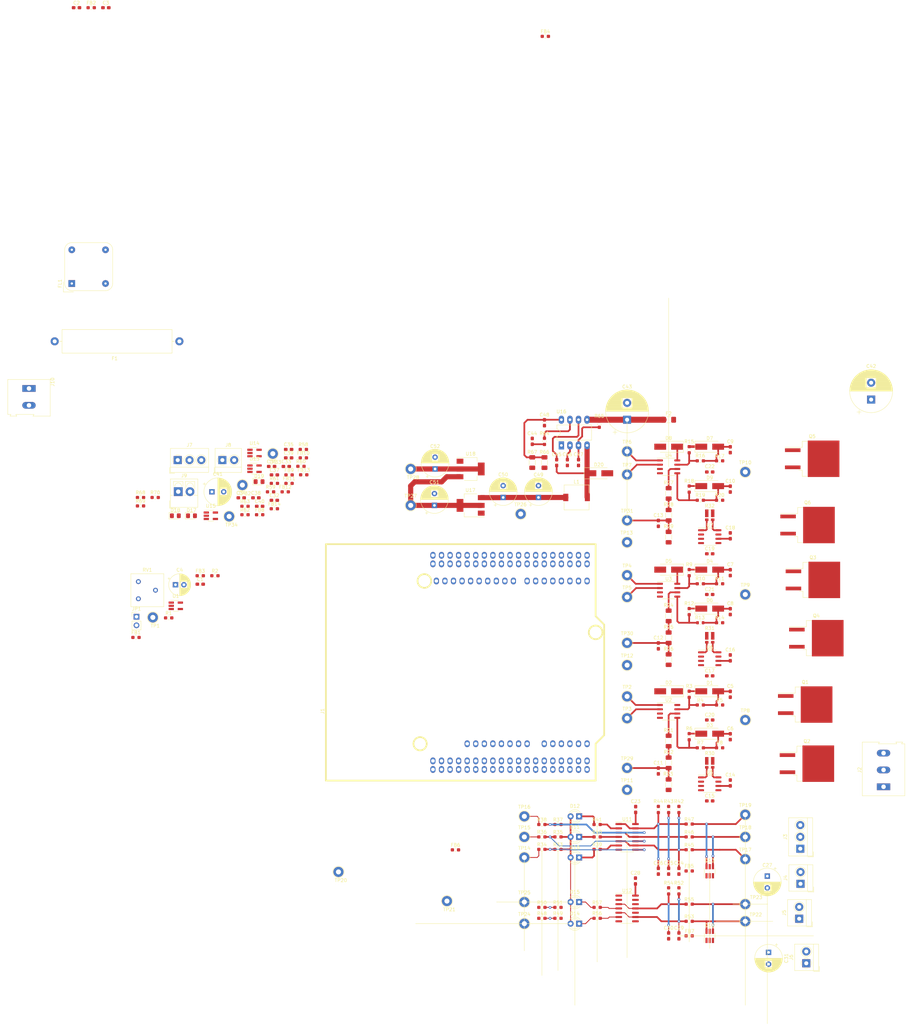
<source format=kicad_pcb>
(kicad_pcb (version 20171130) (host pcbnew "(5.1.9)-1")
  (layers (0 F.Cu signal) (31 B.Cu signal) (34 B.Paste user) (35 F.Paste user) (36 B.SilkS user) (37 F.SilkS user) (38 B.Mask user) (39 F.Mask user) (44 Edge.Cuts user))
  (net 0 "")
  (net 1 VSS)
  (net 2 "Net-(C2-Pad1)")
  (net 3 "Net-(C3-Pad1)")
  (net 4 GND)
  (net 5 "/DC to DC/5V")
  (net 6 /MotorDriver/MOT_PU)
  (net 7 "Net-(C5-Pad1)")
  (net 8 /MotorDriver/ISEN_PU)
  (net 9 "Net-(C6-Pad1)")
  (net 10 /MotorDriver/MOT_PV)
  (net 11 "Net-(C7-Pad1)")
  (net 12 /MotorDriver/ISEN_PV)
  (net 13 "Net-(C8-Pad1)")
  (net 14 /MotorDriver/MOT_PW)
  (net 15 "Net-(C9-Pad1)")
  (net 16 /MotorDriver/ISEN_PW)
  (net 17 "Net-(C10-Pad1)")
  (net 18 "/DC to DC/3V3")
  (net 19 "Net-(C20-Pad2)")
  (net 20 "Net-(C21-Pad2)")
  (net 21 "Net-(C22-Pad2)")
  (net 22 "Net-(C24-Pad1)")
  (net 23 "Net-(C25-Pad1)")
  (net 24 "Net-(C26-Pad1)")
  (net 25 /HALL_Sense/HALL_GND)
  (net 26 /HALL_Sense/HALL_5V)
  (net 27 /Speed_Sense/ENCODER_GND)
  (net 28 "Net-(C29-Pad1)")
  (net 29 "Net-(C30-Pad1)")
  (net 30 /Speed_Sense/ENCODER_5V)
  (net 31 "Net-(C32-Pad2)")
  (net 32 "Net-(C33-Pad2)")
  (net 33 "Net-(C35-Pad2)")
  (net 34 "Net-(C36-Pad2)")
  (net 35 "Net-(C38-Pad2)")
  (net 36 "Net-(C39-Pad2)")
  (net 37 "Net-(C41-Pad2)")
  (net 38 "Net-(C41-Pad1)")
  (net 39 "/DC to DC/VMOT")
  (net 40 "Net-(C43-Pad1)")
  (net 41 "Net-(C44-Pad1)")
  (net 42 "Net-(C45-Pad2)")
  (net 43 "Net-(C45-Pad1)")
  (net 44 "Net-(C46-Pad1)")
  (net 45 "Net-(C47-Pad1)")
  (net 46 "Net-(C48-Pad1)")
  (net 47 "/DC to DC/10V")
  (net 48 "Net-(D1-Pad1)")
  (net 49 "Net-(D3-Pad1)")
  (net 50 "Net-(D4-Pad1)")
  (net 51 "Net-(D6-Pad1)")
  (net 52 "Net-(D7-Pad1)")
  (net 53 "Net-(D9-Pad1)")
  (net 54 "Net-(D10-Pad1)")
  (net 55 "Net-(D11-Pad1)")
  (net 56 "Net-(D12-Pad1)")
  (net 57 /HALL_Sense/HALL_S3)
  (net 58 /HALL_Sense/HALL_S2)
  (net 59 /HALL_Sense/HALL_S1)
  (net 60 "Net-(D14-Pad1)")
  (net 61 "Net-(D15-Pad1)")
  (net 62 /Speed_Sense/ENCODER_A_IN)
  (net 63 /Speed_Sense/ENCODER_B_IN)
  (net 64 "Net-(D17-Pad1)")
  (net 65 "Net-(D18-Pad2)")
  (net 66 "Net-(D18-Pad1)")
  (net 67 "Net-(D19-Pad2)")
  (net 68 "Net-(D19-Pad1)")
  (net 69 "Net-(F1-Pad2)")
  (net 70 "Net-(F1-Pad1)")
  (net 71 /MCU/DC5V_IN)
  (net 72 "Net-(FB3-Pad2)")
  (net 73 /MCU/VREF+)
  (net 74 "Net-(FL1-Pad1)")
  (net 75 "Net-(J1-PadL26)")
  (net 76 "Net-(J1-PadL24)")
  (net 77 "Net-(J1-PadR8)")
  (net 78 "Net-(J1-PadR10)")
  (net 79 "Net-(J1-PadR36)")
  (net 80 "Net-(J1-PadR38)")
  (net 81 "Net-(J1-PadL18)")
  (net 82 "Net-(J1-PadL16)")
  (net 83 "Net-(J1-PadL14)")
  (net 84 "Net-(J1-PadL10)")
  (net 85 "Net-(J1-PadL12)")
  (net 86 "Net-(J1-PadL11)")
  (net 87 "Net-(J1-PadL9)")
  (net 88 "Net-(J1-PadL7)")
  (net 89 "Net-(R3-Pad2)")
  (net 90 "Net-(R6-Pad2)")
  (net 91 "Net-(R10-Pad2)")
  (net 92 "Net-(R12-Pad2)")
  (net 93 "Net-(R15-Pad2)")
  (net 94 "Net-(R18-Pad2)")
  (net 95 "Net-(R21-Pad1)")
  (net 96 "Net-(R24-Pad1)")
  (net 97 "Net-(R27-Pad1)")
  (net 98 "Net-(R30-Pad2)")
  (net 99 "Net-(R30-Pad3)")
  (net 100 "Net-(R31-Pad2)")
  (net 101 "Net-(R31-Pad3)")
  (net 102 "Net-(R32-Pad2)")
  (net 103 "Net-(R32-Pad3)")
  (net 104 "Net-(R39-Pad1)")
  (net 105 "Net-(R40-Pad2)")
  (net 106 "Net-(R41-Pad2)")
  (net 107 "Net-(R48-Pad1)")
  (net 108 "Net-(R50-Pad1)")
  (net 109 "Net-(R56-Pad1)")
  (net 110 "Net-(R57-Pad1)")
  (net 111 "Net-(R64-Pad2)")
  (net 112 "Net-(RV1-Pad1)")
  (net 113 PC3_ADC2_IN9)
  (net 114 PA0_ADC2_IN1)
  (net 115 PA1_ADC2_IN2)
  (net 116 PC0_ADC1_IN6)
  (net 117 PC1_ADC1_IN7)
  (net 118 PC2_ADC1_IN8)
  (net 119 "Net-(J1-PadR37)")
  (net 120 "Net-(J1-PadR35)")
  (net 121 PA10_TIM1_CH3)
  (net 122 "Net-(J1-PadR31)")
  (net 123 "Net-(J1-PadR29)")
  (net 124 "Net-(J1-PadR27)")
  (net 125 "Net-(J1-PadR25)")
  (net 126 PA8_TIM1_CH1)
  (net 127 PB0_HALL_S1)
  (net 128 "Net-(J1-PadL32)")
  (net 129 PA9_TIM1_CH2)
  (net 130 "Net-(J1-PadR19)")
  (net 131 "Net-(J1-PadR17)")
  (net 132 "Net-(J1-PadR15)")
  (net 133 "Net-(J1-PadR11)")
  (net 134 "Net-(J1-PadR13)")
  (net 135 "Net-(J1-PadR5)")
  (net 136 "Net-(J1-PadR3)")
  (net 137 PC9_TIM3_CH4)
  (net 138 PC8_TIM3_CH3)
  (net 139 "Net-(J1-PadR4)")
  (net 140 "Net-(J1-PadR6)")
  (net 141 PA12_TIM1_CH2N)
  (net 142 PA11_TIM1_CH1N)
  (net 143 PB12_TIM1_BKIN)
  (net 144 PB11)
  (net 145 PB2_HALL_S3)
  (net 146 PB1_HALL_S2)
  (net 147 PB15_TIM1_CH3N)
  (net 148 "Net-(J1-PadR28)")
  (net 149 PB13_ADC3_IN5)
  (net 150 "Net-(J1-PadR32)")
  (net 151 "Net-(J1-PadR34)")
  (net 152 "Net-(J1-PadL4)")
  (net 153 "Net-(J1-PadL2)")
  (net 154 "Net-(J1-PadL33)")
  (net 155 "Net-(J1-PadL31)")
  (net 156 "Net-(J1-PadL29)")
  (net 157 "Net-(J1-PadL27)")
  (net 158 "Net-(J1-PadL25)")
  (net 159 "Net-(J1-PadL23)")
  (net 160 "Net-(J1-PadL21)")
  (net 161 "Net-(J1-PadL17)")
  (net 162 "Net-(J1-PadL15)")
  (net 163 "Net-(J1-PadL13)")
  (net 164 "Net-(J1-PadL3)")
  (net 165 "Net-(J1-PadL1)")
  (net 166 /MCU/VDD)
  (net 167 "Net-(R33-Pad1)")
  (net 168 "Net-(R35-Pad1)")
  (net 169 "Net-(R37-Pad1)")
  (net 170 "Net-(R68-Pad1)")
  (net 171 "Net-(R69-Pad1)")
  (net 172 "Net-(R70-Pad1)")
  (net 173 "Net-(U12-Pad13)")
  (net 174 "Net-(U12-Pad12)")
  (net 175 "Net-(U12-Pad2)")
  (net 176 "Net-(U12-Pad1)")
  (net 177 "Net-(D16-Pad3)")
  (module TerminalBlock:TerminalBlock_Altech_AK300-3_P5.00mm (layer F.Cu) (at 453.263 258.699 90)
    (fp_text reference J2 (at 5 -7.1 90) (layer F.SilkS))
    (fp_text value Screw_Terminal_01x03)
    (pad 3 thru_hole oval (at 10 0 90) (size 1.98 3.96) (drill 1.32) (layers *.Cu *.Mask) (net 14 /MotorDriver/MOT_PW))
    (pad 2 thru_hole oval (at 5 0 90) (size 1.98 3.96) (drill 1.32) (layers *.Cu *.Mask) (net 10 /MotorDriver/MOT_PV))
    (pad 1 thru_hole rect (at 0 0 90) (size 1.98 3.96) (drill 1.32) (layers *.Cu *.Mask) (net 6 /MotorDriver/MOT_PU))
  )
  (module Resistor_SMD:R_0603_1608Metric_Pad0.98x0.95mm_HandSolder (layer F.Cu) (at 237.2045 172.9105)
    (fp_text reference R70 (at 0 -1.43) (layer F.SilkS))
    (fp_text value 100)
    (pad 2 smd roundrect (at 0.9125 0) (size 0.975 0.95) (layers F.Cu F.Paste F.Mask) (net 144 PB11))
    (pad 1 smd roundrect (at -0.9125 0) (size 0.975 0.95) (layers F.Cu F.Paste F.Mask) (net 172 "Net-(R70-Pad1)"))
  )
  (module Resistor_SMD:R_0603_1608Metric_Pad0.98x0.95mm_HandSolder (layer F.Cu) (at 232.8545 175.4205)
    (fp_text reference R69 (at 0 -1.43) (layer F.SilkS))
    (fp_text value 100)
    (pad 2 smd roundrect (at 0.9125 0) (size 0.975 0.95) (layers F.Cu F.Paste F.Mask) (net 143 PB12_TIM1_BKIN))
    (pad 1 smd roundrect (at -0.9125 0) (size 0.975 0.95) (layers F.Cu F.Paste F.Mask) (net 171 "Net-(R69-Pad1)"))
  )
  (module Resistor_SMD:R_0603_1608Metric_Pad0.98x0.95mm_HandSolder (layer F.Cu) (at 232.8545 172.9105)
    (fp_text reference R68 (at 0 -1.43) (layer F.SilkS))
    (fp_text value 100)
    (pad 2 smd roundrect (at 0.9125 0) (size 0.975 0.95) (layers F.Cu F.Paste F.Mask) (net 149 PB13_ADC3_IN5))
    (pad 1 smd roundrect (at -0.9125 0) (size 0.975 0.95) (layers F.Cu F.Paste F.Mask) (net 170 "Net-(R68-Pad1)"))
  )
  (module Package_TO_SOT_SMD:SOT-223-3_TabPin2 (layer F.Cu) (at 330.7715 164.465)
    (fp_text reference U18 (at 0 -4.5) (layer F.SilkS))
    (fp_text value LM1117-3.3)
    (pad 1 smd rect (at -3.15 -2.3) (size 2 1.5) (layers F.Cu F.Paste F.Mask) (net 4 GND))
    (pad 3 smd rect (at -3.15 2.3) (size 2 1.5) (layers F.Cu F.Paste F.Mask) (net 5 "/DC to DC/5V"))
    (pad 2 smd rect (at -3.15 0) (size 2 1.5) (layers F.Cu F.Paste F.Mask) (net 18 "/DC to DC/3V3"))
    (pad 2 smd rect (at 3.15 0) (size 2 3.8) (layers F.Cu F.Paste F.Mask) (net 18 "/DC to DC/3V3"))
  )
  (module Package_TO_SOT_SMD:SOT-223-3_TabPin2 (layer F.Cu) (at 330.7715 175.26 180)
    (fp_text reference U17 (at 0.0635 4.5085) (layer F.SilkS))
    (fp_text value LM1117-5.0)
    (pad 1 smd rect (at -3.15 -2.3 180) (size 2 1.5) (layers F.Cu F.Paste F.Mask) (net 4 GND))
    (pad 3 smd rect (at -3.15 2.3 180) (size 2 1.5) (layers F.Cu F.Paste F.Mask) (net 47 "/DC to DC/10V"))
    (pad 2 smd rect (at -3.15 0 180) (size 2 1.5) (layers F.Cu F.Paste F.Mask) (net 5 "/DC to DC/5V"))
    (pad 2 smd rect (at 3.15 0 180) (size 2 3.8) (layers F.Cu F.Paste F.Mask) (net 5 "/DC to DC/5V"))
  )
  (module Package_DIP:DIP-8_W7.62mm_LongPads (layer F.Cu) (at 357.6955 157.48 90)
    (fp_text reference U16 (at 10.033 0 180) (layer F.SilkS))
    (fp_text value L4971)
    (pad 8 thru_hole oval (at 7.62 0 90) (size 2.4 1.6) (drill 0.8) (layers *.Cu *.Mask) (net 46 "Net-(C48-Pad1)"))
    (pad 4 thru_hole oval (at 0 7.62 90) (size 2.4 1.6) (drill 0.8) (layers *.Cu *.Mask) (net 43 "Net-(C45-Pad1)"))
    (pad 7 thru_hole oval (at 7.62 2.54 90) (size 2.4 1.6) (drill 0.8) (layers *.Cu *.Mask) (net 111 "Net-(R64-Pad2)"))
    (pad 3 thru_hole oval (at 0 5.08 90) (size 2.4 1.6) (drill 0.8) (layers *.Cu *.Mask) (net 45 "Net-(C47-Pad1)"))
    (pad 6 thru_hole oval (at 7.62 5.08 90) (size 2.4 1.6) (drill 0.8) (layers *.Cu *.Mask) (net 42 "Net-(C45-Pad2)"))
    (pad 2 thru_hole oval (at 0 2.54 90) (size 2.4 1.6) (drill 0.8) (layers *.Cu *.Mask) (net 44 "Net-(C46-Pad1)"))
    (pad 5 thru_hole oval (at 7.62 7.62 90) (size 2.4 1.6) (drill 0.8) (layers *.Cu *.Mask) (net 40 "Net-(C43-Pad1)"))
    (pad 1 thru_hole rect (at 0 0 90) (size 2.4 1.6) (drill 0.8) (layers *.Cu *.Mask) (net 4 GND))
  )
  (module Package_TO_SOT_SMD:SOT-23-5_HandSoldering (layer F.Cu) (at 253.7185 178.3305)
    (fp_text reference U15 (at 0 -2.9) (layer F.SilkS))
    (fp_text value MCP6001-OT)
    (pad 5 smd rect (at 1.35 -0.95) (size 1.56 0.65) (layers F.Cu F.Paste F.Mask) (net 18 "/DC to DC/3V3"))
    (pad 4 smd rect (at 1.35 0.95) (size 1.56 0.65) (layers F.Cu F.Paste F.Mask) (net 172 "Net-(R70-Pad1)"))
    (pad 3 smd rect (at -1.35 0.95) (size 1.56 0.65) (layers F.Cu F.Paste F.Mask) (net 36 "Net-(C39-Pad2)"))
    (pad 2 smd rect (at -1.35 0) (size 1.56 0.65) (layers F.Cu F.Paste F.Mask) (net 1 VSS))
    (pad 1 smd rect (at -1.35 -0.95) (size 1.56 0.65) (layers F.Cu F.Paste F.Mask) (net 172 "Net-(R70-Pad1)"))
  )
  (module Package_TO_SOT_SMD:SOT-23-5_HandSoldering (layer F.Cu) (at 266.6685 159.7305)
    (fp_text reference U14 (at 0 -2.9) (layer F.SilkS))
    (fp_text value MCP6001-OT)
    (pad 5 smd rect (at 1.35 -0.95) (size 1.56 0.65) (layers F.Cu F.Paste F.Mask) (net 18 "/DC to DC/3V3"))
    (pad 4 smd rect (at 1.35 0.95) (size 1.56 0.65) (layers F.Cu F.Paste F.Mask) (net 171 "Net-(R69-Pad1)"))
    (pad 3 smd rect (at -1.35 0.95) (size 1.56 0.65) (layers F.Cu F.Paste F.Mask) (net 34 "Net-(C36-Pad2)"))
    (pad 2 smd rect (at -1.35 0) (size 1.56 0.65) (layers F.Cu F.Paste F.Mask) (net 4 GND))
    (pad 1 smd rect (at -1.35 -0.95) (size 1.56 0.65) (layers F.Cu F.Paste F.Mask) (net 171 "Net-(R69-Pad1)"))
  )
  (module Package_TO_SOT_SMD:SOT-23-5_HandSoldering (layer F.Cu) (at 266.6685 164.3805)
    (fp_text reference U13 (at 0 -2.9) (layer F.SilkS))
    (fp_text value MCP6001-OT)
    (pad 5 smd rect (at 1.35 -0.95) (size 1.56 0.65) (layers F.Cu F.Paste F.Mask) (net 18 "/DC to DC/3V3"))
    (pad 4 smd rect (at 1.35 0.95) (size 1.56 0.65) (layers F.Cu F.Paste F.Mask) (net 170 "Net-(R68-Pad1)"))
    (pad 3 smd rect (at -1.35 0.95) (size 1.56 0.65) (layers F.Cu F.Paste F.Mask) (net 32 "Net-(C33-Pad2)"))
    (pad 2 smd rect (at -1.35 0) (size 1.56 0.65) (layers F.Cu F.Paste F.Mask) (net 4 GND))
    (pad 1 smd rect (at -1.35 -0.95) (size 1.56 0.65) (layers F.Cu F.Paste F.Mask) (net 170 "Net-(R68-Pad1)"))
  )
  (module Package_SO:SO-14_3.9x8.65mm_P1.27mm (layer F.Cu) (at 377.19 294.767)
    (fp_text reference U12 (at 0 -5.28) (layer F.SilkS))
    (fp_text value 74HC14)
    (pad 14 smd roundrect (at 2.475 -3.81) (size 1.95 0.6) (layers F.Cu F.Paste F.Mask) (net 18 "/DC to DC/3V3"))
    (pad 13 smd roundrect (at 2.475 -2.54) (size 1.95 0.6) (layers F.Cu F.Paste F.Mask) (net 173 "Net-(U12-Pad13)"))
    (pad 12 smd roundrect (at 2.475 -1.27) (size 1.95 0.6) (layers F.Cu F.Paste F.Mask) (net 174 "Net-(U12-Pad12)"))
    (pad 11 smd roundrect (at 2.475 0) (size 1.95 0.6) (layers F.Cu F.Paste F.Mask) (net 29 "Net-(C30-Pad1)"))
    (pad 10 smd roundrect (at 2.475 1.27) (size 1.95 0.6) (layers F.Cu F.Paste F.Mask) (net 108 "Net-(R50-Pad1)"))
    (pad 9 smd roundrect (at 2.475 2.54) (size 1.95 0.6) (layers F.Cu F.Paste F.Mask) (net 28 "Net-(C29-Pad1)"))
    (pad 8 smd roundrect (at 2.475 3.81) (size 1.95 0.6) (layers F.Cu F.Paste F.Mask) (net 107 "Net-(R48-Pad1)"))
    (pad 7 smd roundrect (at -2.475 3.81) (size 1.95 0.6) (layers F.Cu F.Paste F.Mask) (net 4 GND))
    (pad 6 smd roundrect (at -2.475 2.54) (size 1.95 0.6) (layers F.Cu F.Paste F.Mask) (net 109 "Net-(R56-Pad1)"))
    (pad 5 smd roundrect (at -2.475 1.27) (size 1.95 0.6) (layers F.Cu F.Paste F.Mask) (net 28 "Net-(C29-Pad1)"))
    (pad 4 smd roundrect (at -2.475 0) (size 1.95 0.6) (layers F.Cu F.Paste F.Mask) (net 110 "Net-(R57-Pad1)"))
    (pad 3 smd roundrect (at -2.475 -1.27) (size 1.95 0.6) (layers F.Cu F.Paste F.Mask) (net 29 "Net-(C30-Pad1)"))
    (pad 2 smd roundrect (at -2.475 -2.54) (size 1.95 0.6) (layers F.Cu F.Paste F.Mask) (net 175 "Net-(U12-Pad2)"))
    (pad 1 smd roundrect (at -2.475 -3.81) (size 1.95 0.6) (layers F.Cu F.Paste F.Mask) (net 176 "Net-(U12-Pad1)"))
  )
  (module Package_SO:SO-14_3.9x8.65mm_P1.27mm (layer F.Cu) (at 377.19 273.558)
    (fp_text reference U11 (at 0 -5.28) (layer F.SilkS))
    (fp_text value 74HC14)
    (pad 14 smd roundrect (at 2.475 -3.81) (size 1.95 0.6) (layers F.Cu F.Paste F.Mask) (net 18 "/DC to DC/3V3"))
    (pad 13 smd roundrect (at 2.475 -2.54) (size 1.95 0.6) (layers F.Cu F.Paste F.Mask) (net 24 "Net-(C26-Pad1)"))
    (pad 12 smd roundrect (at 2.475 -1.27) (size 1.95 0.6) (layers F.Cu F.Paste F.Mask) (net 169 "Net-(R37-Pad1)"))
    (pad 11 smd roundrect (at 2.475 0) (size 1.95 0.6) (layers F.Cu F.Paste F.Mask) (net 23 "Net-(C25-Pad1)"))
    (pad 10 smd roundrect (at 2.475 1.27) (size 1.95 0.6) (layers F.Cu F.Paste F.Mask) (net 168 "Net-(R35-Pad1)"))
    (pad 9 smd roundrect (at 2.475 2.54) (size 1.95 0.6) (layers F.Cu F.Paste F.Mask) (net 22 "Net-(C24-Pad1)"))
    (pad 8 smd roundrect (at 2.475 3.81) (size 1.95 0.6) (layers F.Cu F.Paste F.Mask) (net 167 "Net-(R33-Pad1)"))
    (pad 7 smd roundrect (at -2.475 3.81) (size 1.95 0.6) (layers F.Cu F.Paste F.Mask) (net 4 GND))
    (pad 6 smd roundrect (at -2.475 2.54) (size 1.95 0.6) (layers F.Cu F.Paste F.Mask) (net 104 "Net-(R39-Pad1)"))
    (pad 5 smd roundrect (at -2.475 1.27) (size 1.95 0.6) (layers F.Cu F.Paste F.Mask) (net 22 "Net-(C24-Pad1)"))
    (pad 4 smd roundrect (at -2.475 0) (size 1.95 0.6) (layers F.Cu F.Paste F.Mask) (net 105 "Net-(R40-Pad2)"))
    (pad 3 smd roundrect (at -2.475 -1.27) (size 1.95 0.6) (layers F.Cu F.Paste F.Mask) (net 23 "Net-(C25-Pad1)"))
    (pad 2 smd roundrect (at -2.475 -2.54) (size 1.95 0.6) (layers F.Cu F.Paste F.Mask) (net 106 "Net-(R41-Pad2)"))
    (pad 1 smd roundrect (at -2.475 -3.81) (size 1.95 0.6) (layers F.Cu F.Paste F.Mask) (net 24 "Net-(C26-Pad1)"))
  )
  (module Package_SO:SO-8_3.9x4.9mm_P1.27mm (layer F.Cu) (at 401.701 184.531)
    (fp_text reference U7 (at 0 -3.429 180) (layer F.SilkS))
    (fp_text value TSC2012IDT)
    (pad 8 smd roundrect (at 2.575 -1.905) (size 1.75 0.6) (layers F.Cu F.Paste F.Mask) (net 102 "Net-(R32-Pad2)"))
    (pad 7 smd roundrect (at 2.575 -0.635) (size 1.75 0.6) (layers F.Cu F.Paste F.Mask) (net 4 GND))
    (pad 6 smd roundrect (at 2.575 0.635) (size 1.75 0.6) (layers F.Cu F.Paste F.Mask) (net 18 "/DC to DC/3V3"))
    (pad 5 smd roundrect (at 2.575 1.905) (size 1.75 0.6) (layers F.Cu F.Paste F.Mask) (net 118 PC2_ADC1_IN8))
    (pad 4 smd roundrect (at -2.575 1.905) (size 1.75 0.6) (layers F.Cu F.Paste F.Mask) (net 4 GND))
    (pad 3 smd roundrect (at -2.575 0.635) (size 1.75 0.6) (layers F.Cu F.Paste F.Mask) (net 4 GND))
    (pad 2 smd roundrect (at -2.575 -0.635) (size 1.75 0.6) (layers F.Cu F.Paste F.Mask) (net 4 GND))
    (pad 1 smd roundrect (at -2.575 -1.905) (size 1.75 0.6) (layers F.Cu F.Paste F.Mask) (net 103 "Net-(R32-Pad3)"))
  )
  (module Package_SO:SO-8_3.9x4.9mm_P1.27mm (layer F.Cu) (at 401.701 220.726)
    (fp_text reference U6 (at 0 -3.4) (layer F.SilkS))
    (fp_text value TSC2012IDT)
    (pad 8 smd roundrect (at 2.575 -1.905) (size 1.75 0.6) (layers F.Cu F.Paste F.Mask) (net 100 "Net-(R31-Pad2)"))
    (pad 7 smd roundrect (at 2.575 -0.635) (size 1.75 0.6) (layers F.Cu F.Paste F.Mask) (net 4 GND))
    (pad 6 smd roundrect (at 2.575 0.635) (size 1.75 0.6) (layers F.Cu F.Paste F.Mask) (net 18 "/DC to DC/3V3"))
    (pad 5 smd roundrect (at 2.575 1.905) (size 1.75 0.6) (layers F.Cu F.Paste F.Mask) (net 117 PC1_ADC1_IN7))
    (pad 4 smd roundrect (at -2.575 1.905) (size 1.75 0.6) (layers F.Cu F.Paste F.Mask) (net 4 GND))
    (pad 3 smd roundrect (at -2.575 0.635) (size 1.75 0.6) (layers F.Cu F.Paste F.Mask) (net 4 GND))
    (pad 2 smd roundrect (at -2.575 -0.635) (size 1.75 0.6) (layers F.Cu F.Paste F.Mask) (net 4 GND))
    (pad 1 smd roundrect (at -2.575 -1.905) (size 1.75 0.6) (layers F.Cu F.Paste F.Mask) (net 101 "Net-(R31-Pad3)"))
  )
  (module Package_SO:SO-8_3.9x4.9mm_P1.27mm (layer F.Cu) (at 401.701 257.81)
    (fp_text reference U5 (at 0 -3.4) (layer F.SilkS))
    (fp_text value TSC2012IDT)
    (pad 8 smd roundrect (at 2.575 -1.905) (size 1.75 0.6) (layers F.Cu F.Paste F.Mask) (net 98 "Net-(R30-Pad2)"))
    (pad 7 smd roundrect (at 2.575 -0.635) (size 1.75 0.6) (layers F.Cu F.Paste F.Mask) (net 4 GND))
    (pad 6 smd roundrect (at 2.575 0.635) (size 1.75 0.6) (layers F.Cu F.Paste F.Mask) (net 18 "/DC to DC/3V3"))
    (pad 5 smd roundrect (at 2.575 1.905) (size 1.75 0.6) (layers F.Cu F.Paste F.Mask) (net 116 PC0_ADC1_IN6))
    (pad 4 smd roundrect (at -2.575 1.905) (size 1.75 0.6) (layers F.Cu F.Paste F.Mask) (net 4 GND))
    (pad 3 smd roundrect (at -2.575 0.635) (size 1.75 0.6) (layers F.Cu F.Paste F.Mask) (net 4 GND))
    (pad 2 smd roundrect (at -2.575 -0.635) (size 1.75 0.6) (layers F.Cu F.Paste F.Mask) (net 4 GND))
    (pad 1 smd roundrect (at -2.575 -1.905) (size 1.75 0.6) (layers F.Cu F.Paste F.Mask) (net 99 "Net-(R30-Pad3)"))
  )
  (module Package_SO:SO-8_3.9x4.9mm_P1.27mm (layer F.Cu) (at 389.509 163.83)
    (fp_text reference U4 (at 0 -3.4) (layer F.SilkS))
    (fp_text value A6387)
    (pad 8 smd roundrect (at 2.575 -1.905) (size 1.75 0.6) (layers F.Cu F.Paste F.Mask) (net 21 "Net-(C22-Pad2)"))
    (pad 7 smd roundrect (at 2.575 -0.635) (size 1.75 0.6) (layers F.Cu F.Paste F.Mask) (net 93 "Net-(R15-Pad2)"))
    (pad 6 smd roundrect (at 2.575 0.635) (size 1.75 0.6) (layers F.Cu F.Paste F.Mask) (net 14 /MotorDriver/MOT_PW))
    (pad 5 smd roundrect (at 2.575 1.905) (size 1.75 0.6) (layers F.Cu F.Paste F.Mask) (net 94 "Net-(R18-Pad2)"))
    (pad 4 smd roundrect (at -2.575 1.905) (size 1.75 0.6) (layers F.Cu F.Paste F.Mask) (net 4 GND))
    (pad 3 smd roundrect (at -2.575 0.635) (size 1.75 0.6) (layers F.Cu F.Paste F.Mask) (net 47 "/DC to DC/10V"))
    (pad 2 smd roundrect (at -2.575 -0.635) (size 1.75 0.6) (layers F.Cu F.Paste F.Mask) (net 121 PA10_TIM1_CH3))
    (pad 1 smd roundrect (at -2.575 -1.905) (size 1.75 0.6) (layers F.Cu F.Paste F.Mask) (net 147 PB15_TIM1_CH3N))
  )
  (module Package_SO:SO-8_3.9x4.9mm_P1.27mm (layer F.Cu) (at 389.509 200.406)
    (fp_text reference U3 (at 0 -3.4) (layer F.SilkS))
    (fp_text value A6387)
    (pad 8 smd roundrect (at 2.575 -1.905) (size 1.75 0.6) (layers F.Cu F.Paste F.Mask) (net 20 "Net-(C21-Pad2)"))
    (pad 7 smd roundrect (at 2.575 -0.635) (size 1.75 0.6) (layers F.Cu F.Paste F.Mask) (net 91 "Net-(R10-Pad2)"))
    (pad 6 smd roundrect (at 2.575 0.635) (size 1.75 0.6) (layers F.Cu F.Paste F.Mask) (net 10 /MotorDriver/MOT_PV))
    (pad 5 smd roundrect (at 2.575 1.905) (size 1.75 0.6) (layers F.Cu F.Paste F.Mask) (net 92 "Net-(R12-Pad2)"))
    (pad 4 smd roundrect (at -2.575 1.905) (size 1.75 0.6) (layers F.Cu F.Paste F.Mask) (net 4 GND))
    (pad 3 smd roundrect (at -2.575 0.635) (size 1.75 0.6) (layers F.Cu F.Paste F.Mask) (net 47 "/DC to DC/10V"))
    (pad 2 smd roundrect (at -2.575 -0.635) (size 1.75 0.6) (layers F.Cu F.Paste F.Mask) (net 129 PA9_TIM1_CH2))
    (pad 1 smd roundrect (at -2.575 -1.905) (size 1.75 0.6) (layers F.Cu F.Paste F.Mask) (net 141 PA12_TIM1_CH2N))
  )
  (module Package_SO:SO-8_3.9x4.9mm_P1.27mm (layer F.Cu) (at 389.509 236.347)
    (fp_text reference U2 (at 0 -3.4) (layer F.SilkS))
    (fp_text value A6387)
    (pad 8 smd roundrect (at 2.575 -1.905) (size 1.75 0.6) (layers F.Cu F.Paste F.Mask) (net 19 "Net-(C20-Pad2)"))
    (pad 7 smd roundrect (at 2.575 -0.635) (size 1.75 0.6) (layers F.Cu F.Paste F.Mask) (net 89 "Net-(R3-Pad2)"))
    (pad 6 smd roundrect (at 2.575 0.635) (size 1.75 0.6) (layers F.Cu F.Paste F.Mask) (net 6 /MotorDriver/MOT_PU))
    (pad 5 smd roundrect (at 2.575 1.905) (size 1.75 0.6) (layers F.Cu F.Paste F.Mask) (net 90 "Net-(R6-Pad2)"))
    (pad 4 smd roundrect (at -2.575 1.905) (size 1.75 0.6) (layers F.Cu F.Paste F.Mask) (net 4 GND))
    (pad 3 smd roundrect (at -2.575 0.635) (size 1.75 0.6) (layers F.Cu F.Paste F.Mask) (net 47 "/DC to DC/10V"))
    (pad 2 smd roundrect (at -2.575 -0.635) (size 1.75 0.6) (layers F.Cu F.Paste F.Mask) (net 126 PA8_TIM1_CH1))
    (pad 1 smd roundrect (at -2.575 -1.905) (size 1.75 0.6) (layers F.Cu F.Paste F.Mask) (net 142 PA11_TIM1_CH1N))
  )
  (module Package_TO_SOT_SMD:SOT-23-5_HandSoldering (layer F.Cu) (at 243.321 205.038)
    (fp_text reference U1 (at 0 -2.9) (layer F.SilkS))
    (fp_text value MCP6001-OT)
    (pad 5 smd rect (at 1.35 -0.95) (size 1.56 0.65) (layers F.Cu F.Paste F.Mask) (net 166 /MCU/VDD))
    (pad 4 smd rect (at 1.35 0.95) (size 1.56 0.65) (layers F.Cu F.Paste F.Mask) (net 3 "Net-(C3-Pad1)"))
    (pad 3 smd rect (at -1.35 0.95) (size 1.56 0.65) (layers F.Cu F.Paste F.Mask) (net 2 "Net-(C2-Pad1)"))
    (pad 2 smd rect (at -1.35 0) (size 1.56 0.65) (layers F.Cu F.Paste F.Mask) (net 1 VSS))
    (pad 1 smd rect (at -1.35 -0.95) (size 1.56 0.65) (layers F.Cu F.Paste F.Mask) (net 3 "Net-(C3-Pad1)"))
  )
  (module TestPoint:TestPoint_Loop_D2.54mm_Drill1.5mm_Beaded (layer F.Cu) (at 259.1485 178.5305)
    (fp_text reference TP34 (at 0.7 2.5) (layer F.SilkS))
    (fp_text value TestPoint)
    (pad 1 thru_hole circle (at 0 0) (size 3 3) (drill 1.5) (layers *.Cu *.Mask) (net 172 "Net-(R70-Pad1)"))
  )
  (module TestPoint:TestPoint_Loop_D2.54mm_Drill1.5mm_Beaded (layer F.Cu) (at 272.0985 159.9305)
    (fp_text reference TP33 (at 0.7 2.5) (layer F.SilkS))
    (fp_text value TestPoint)
    (pad 1 thru_hole circle (at 0 0) (size 3 3) (drill 1.5) (layers *.Cu *.Mask) (net 171 "Net-(R69-Pad1)"))
  )
  (module TestPoint:TestPoint_Loop_D2.54mm_Drill1.5mm_Beaded (layer F.Cu) (at 263.0785 169.2305)
    (fp_text reference TP32 (at 0.7 2.5) (layer F.SilkS))
    (fp_text value TestPoint)
    (pad 1 thru_hole circle (at 0 0) (size 3 3) (drill 1.5) (layers *.Cu *.Mask) (net 170 "Net-(R68-Pad1)"))
  )
  (module TestPoint:TestPoint_Loop_D2.54mm_Drill1.5mm_Beaded (layer F.Cu) (at 377.19 179.705)
    (fp_text reference TP31 (at 0 -2.794) (layer F.SilkS))
    (fp_text value TestPoint)
    (pad 1 thru_hole circle (at 0 0) (size 3 3) (drill 1.5) (layers *.Cu *.Mask) (net 115 PA1_ADC2_IN2))
  )
  (module TestPoint:TestPoint_Loop_D2.54mm_Drill1.5mm_Beaded (layer F.Cu) (at 377.19 216.027)
    (fp_text reference TP30 (at 0 -2.794) (layer F.SilkS))
    (fp_text value TestPoint)
    (pad 1 thru_hole circle (at 0 0) (size 3 3) (drill 1.5) (layers *.Cu *.Mask) (net 114 PA0_ADC2_IN1))
  )
  (module TestPoint:TestPoint_Loop_D2.54mm_Drill1.5mm_Beaded (layer F.Cu) (at 377.19 253.111)
    (fp_text reference TP29 (at 0 -2.794) (layer F.SilkS))
    (fp_text value TestPoint)
    (pad 1 thru_hole circle (at 0 0) (size 3 3) (drill 1.5) (layers *.Cu *.Mask) (net 113 PC3_ADC2_IN9))
  )
  (module TestPoint:TestPoint_Loop_D2.54mm_Drill1.5mm_Beaded (layer F.Cu) (at 312.9915 164.465)
    (fp_text reference TP28 (at 0.7 2.5) (layer F.SilkS))
    (fp_text value TestPoint)
    (pad 1 thru_hole circle (at 0 0) (size 3 3) (drill 1.5) (layers *.Cu *.Mask) (net 18 "/DC to DC/3V3"))
  )
  (module TestPoint:TestPoint_Loop_D2.54mm_Drill1.5mm_Beaded (layer F.Cu) (at 312.9915 175.26)
    (fp_text reference TP27 (at 0 -2.794) (layer F.SilkS))
    (fp_text value TestPoint)
    (pad 1 thru_hole circle (at 0 0) (size 3 3) (drill 1.5) (layers *.Cu *.Mask) (net 5 "/DC to DC/5V"))
  )
  (module TestPoint:TestPoint_Loop_D2.54mm_Drill1.5mm_Beaded (layer F.Cu) (at 345.6305 177.8)
    (fp_text reference TP26 (at -0.0635 -2.794) (layer F.SilkS))
    (fp_text value TestPoint)
    (pad 1 thru_hole circle (at 0 0) (size 3 3) (drill 1.5) (layers *.Cu *.Mask) (net 47 "/DC to DC/10V"))
  )
  (module TestPoint:TestPoint_Loop_D2.54mm_Drill1.5mm_Beaded (layer F.Cu) (at 346.71 292.862)
    (fp_text reference TP25 (at 0 -2.794) (layer F.SilkS))
    (fp_text value TestPoint)
    (pad 1 thru_hole circle (at 0 0) (size 3 3) (drill 1.5) (layers *.Cu *.Mask) (net 138 PC8_TIM3_CH3))
  )
  (module TestPoint:TestPoint_Loop_D2.54mm_Drill1.5mm_Beaded (layer F.Cu) (at 346.71 299.2755)
    (fp_text reference TP24 (at 0 -2.794) (layer F.SilkS))
    (fp_text value TestPoint)
    (pad 1 thru_hole circle (at 0 0) (size 3 3) (drill 1.5) (layers *.Cu *.Mask) (net 137 PC9_TIM3_CH4))
  )
  (module TestPoint:TestPoint_Loop_D2.54mm_Drill1.5mm_Beaded (layer F.Cu) (at 412.242 293.497)
    (fp_text reference TP23 (at 3.2385 -2.032) (layer F.SilkS))
    (fp_text value TestPoint)
    (pad 1 thru_hole circle (at 0 0) (size 3 3) (drill 1.5) (layers *.Cu *.Mask) (net 62 /Speed_Sense/ENCODER_A_IN))
  )
  (module TestPoint:TestPoint_Loop_D2.54mm_Drill1.5mm_Beaded (layer F.Cu) (at 412.242 298.577)
    (fp_text reference TP22 (at 3.1115 -1.9685) (layer F.SilkS))
    (fp_text value TestPoint)
    (pad 1 thru_hole circle (at 0 0) (size 3 3) (drill 1.5) (layers *.Cu *.Mask) (net 63 /Speed_Sense/ENCODER_B_IN))
  )
  (module TestPoint:TestPoint_Loop_D2.54mm_Drill1.5mm_Beaded (layer F.Cu) (at 323.752 292.5805)
    (fp_text reference TP21 (at 0.7 2.5) (layer F.SilkS))
    (fp_text value TestPoint)
    (pad 1 thru_hole circle (at 0 0) (size 3 3) (drill 1.5) (layers *.Cu *.Mask) (net 4 GND))
  )
  (module TestPoint:TestPoint_Loop_D2.54mm_Drill1.5mm_Beaded (layer F.Cu) (at 291.572 283.9305)
    (fp_text reference TP20 (at 0.7 2.5) (layer F.SilkS))
    (fp_text value TestPoint)
    (pad 1 thru_hole circle (at 0 0) (size 3 3) (drill 1.5) (layers *.Cu *.Mask) (net 4 GND))
  )
  (module TestPoint:TestPoint_Loop_D2.54mm_Drill1.5mm_Beaded (layer F.Cu) (at 412.242 266.954)
    (fp_text reference TP19 (at 0 -2.794) (layer F.SilkS))
    (fp_text value TestPoint)
    (pad 1 thru_hole circle (at 0 0) (size 3 3) (drill 1.5) (layers *.Cu *.Mask) (net 57 /HALL_Sense/HALL_S3))
  )
  (module TestPoint:TestPoint_Loop_D2.54mm_Drill1.5mm_Beaded (layer F.Cu) (at 412.242 273.558)
    (fp_text reference TP18 (at 0 -2.794) (layer F.SilkS))
    (fp_text value TestPoint)
    (pad 1 thru_hole circle (at 0 0) (size 3 3) (drill 1.5) (layers *.Cu *.Mask) (net 58 /HALL_Sense/HALL_S2))
  )
  (module TestPoint:TestPoint_Loop_D2.54mm_Drill1.5mm_Beaded (layer F.Cu) (at 412.242 280.162)
    (fp_text reference TP17 (at 0 -2.794) (layer F.SilkS))
    (fp_text value TestPoint)
    (pad 1 thru_hole circle (at 0 0) (size 3 3) (drill 1.5) (layers *.Cu *.Mask) (net 59 /HALL_Sense/HALL_S1))
  )
  (module TestPoint:TestPoint_Loop_D2.54mm_Drill1.5mm_Beaded (layer F.Cu) (at 346.71 267.462)
    (fp_text reference TP16 (at 0 -2.794) (layer F.SilkS))
    (fp_text value TestPoint)
    (pad 1 thru_hole circle (at 0 0) (size 3 3) (drill 1.5) (layers *.Cu *.Mask) (net 145 PB2_HALL_S3))
  )
  (module TestPoint:TestPoint_Loop_D2.54mm_Drill1.5mm_Beaded (layer F.Cu) (at 346.71 273.558)
    (fp_text reference TP15 (at 0 -2.794) (layer F.SilkS))
    (fp_text value TestPoint)
    (pad 1 thru_hole circle (at 0 0) (size 3 3) (drill 1.5) (layers *.Cu *.Mask) (net 146 PB1_HALL_S2))
  )
  (module TestPoint:TestPoint_Loop_D2.54mm_Drill1.5mm_Beaded (layer F.Cu) (at 346.71 279.654)
    (fp_text reference TP14 (at 0 -2.794) (layer F.SilkS))
    (fp_text value TestPoint)
    (pad 1 thru_hole circle (at 0 0) (size 3 3) (drill 1.5) (layers *.Cu *.Mask) (net 127 PB0_HALL_S1))
  )
  (module TestPoint:TestPoint_Loop_D2.54mm_Drill1.5mm_Beaded (layer F.Cu) (at 377.19 186.182)
    (fp_text reference TP13 (at -0.127 -2.794) (layer F.SilkS))
    (fp_text value TestPoint)
    (pad 1 thru_hole circle (at 0 0) (size 3 3) (drill 1.5) (layers *.Cu *.Mask) (net 118 PC2_ADC1_IN8))
  )
  (module TestPoint:TestPoint_Loop_D2.54mm_Drill1.5mm_Beaded (layer F.Cu) (at 377.19 222.631)
    (fp_text reference TP12 (at 0 -2.794) (layer F.SilkS))
    (fp_text value TestPoint)
    (pad 1 thru_hole circle (at 0 0) (size 3 3) (drill 1.5) (layers *.Cu *.Mask) (net 117 PC1_ADC1_IN7))
  )
  (module TestPoint:TestPoint_Loop_D2.54mm_Drill1.5mm_Beaded (layer F.Cu) (at 377.19 259.588)
    (fp_text reference TP11 (at 0 -2.794) (layer F.SilkS))
    (fp_text value TestPoint)
    (pad 1 thru_hole circle (at 0 0) (size 3 3) (drill 1.5) (layers *.Cu *.Mask) (net 116 PC0_ADC1_IN6))
  )
  (module TestPoint:TestPoint_Loop_D2.54mm_Drill1.5mm_Beaded (layer F.Cu) (at 412.242 165.354)
    (fp_text reference TP10 (at 0 -2.794) (layer F.SilkS))
    (fp_text value TestPoint)
    (pad 1 thru_hole circle (at 0 0) (size 3 3) (drill 1.5) (layers *.Cu *.Mask) (net 14 /MotorDriver/MOT_PW))
  )
  (module TestPoint:TestPoint_Loop_D2.54mm_Drill1.5mm_Beaded (layer F.Cu) (at 412.242 201.676)
    (fp_text reference TP9 (at 0 -2.794) (layer F.SilkS))
    (fp_text value TestPoint)
    (pad 1 thru_hole circle (at 0 0) (size 3 3) (drill 1.5) (layers *.Cu *.Mask) (net 10 /MotorDriver/MOT_PV))
  )
  (module TestPoint:TestPoint_Loop_D2.54mm_Drill1.5mm_Beaded (layer F.Cu) (at 412.242 238.887)
    (fp_text reference TP8 (at 0 -2.794) (layer F.SilkS))
    (fp_text value TestPoint)
    (pad 1 thru_hole circle (at 0 0) (size 3 3) (drill 1.5) (layers *.Cu *.Mask) (net 6 /MotorDriver/MOT_PU))
  )
  (module TestPoint:TestPoint_Loop_D2.54mm_Drill1.5mm_Beaded (layer F.Cu) (at 377.19 166.116)
    (fp_text reference TP7 (at 0 -2.794) (layer F.SilkS))
    (fp_text value TestPoint)
    (pad 1 thru_hole circle (at 0 0) (size 3 3) (drill 1.5) (layers *.Cu *.Mask) (net 121 PA10_TIM1_CH3))
  )
  (module TestPoint:TestPoint_Loop_D2.54mm_Drill1.5mm_Beaded (layer F.Cu) (at 377.19 159.258)
    (fp_text reference TP6 (at 0 -2.794) (layer F.SilkS))
    (fp_text value TestPoint)
    (pad 1 thru_hole circle (at 0 0) (size 3 3) (drill 1.5) (layers *.Cu *.Mask) (net 147 PB15_TIM1_CH3N))
  )
  (module TestPoint:TestPoint_Loop_D2.54mm_Drill1.5mm_Beaded (layer F.Cu) (at 377.19 202.438)
    (fp_text reference TP5 (at 0 -2.794) (layer F.SilkS))
    (fp_text value TestPoint)
    (pad 1 thru_hole circle (at 0 0) (size 3 3) (drill 1.5) (layers *.Cu *.Mask) (net 129 PA9_TIM1_CH2))
  )
  (module TestPoint:TestPoint_Loop_D2.54mm_Drill1.5mm_Beaded (layer F.Cu) (at 377.19 195.961)
    (fp_text reference TP4 (at 0 -2.794) (layer F.SilkS))
    (fp_text value TestPoint)
    (pad 1 thru_hole circle (at 0 0) (size 3 3) (drill 1.5) (layers *.Cu *.Mask) (net 141 PA12_TIM1_CH2N))
  )
  (module TestPoint:TestPoint_Loop_D2.54mm_Drill1.5mm_Beaded (layer F.Cu) (at 377.19 238.379)
    (fp_text reference TP3 (at 0 -2.794) (layer F.SilkS))
    (fp_text value TestPoint)
    (pad 1 thru_hole circle (at 0 0) (size 3 3) (drill 1.5) (layers *.Cu *.Mask) (net 126 PA8_TIM1_CH1))
  )
  (module TestPoint:TestPoint_Loop_D2.54mm_Drill1.5mm_Beaded (layer F.Cu) (at 377.19 231.902)
    (fp_text reference TP2 (at 0 -2.794) (layer F.SilkS))
    (fp_text value TestPoint)
    (pad 1 thru_hole circle (at 0 0) (size 3 3) (drill 1.5) (layers *.Cu *.Mask) (net 142 PA11_TIM1_CH1N))
  )
  (module TestPoint:TestPoint_Loop_D2.54mm_Drill1.5mm_Beaded (layer F.Cu) (at 236.511 208.478)
    (fp_text reference TP1 (at 0.7 2.5) (layer F.SilkS))
    (fp_text value TestPoint)
    (pad 1 thru_hole circle (at 0 0) (size 3 3) (drill 1.5) (layers *.Cu *.Mask) (net 73 /MCU/VREF+))
  )
  (module Potentiometer_THT:Potentiometer_Bourns_3386F_Vertical (layer F.Cu) (at 232.221 202.948)
    (fp_text reference RV1 (at 2.655 -8.555) (layer F.SilkS))
    (fp_text value 100K)
    (pad 1 thru_hole circle (at 0 0) (size 1.44 1.44) (drill 0.8) (layers *.Cu *.Mask) (net 112 "Net-(RV1-Pad1)"))
    (pad 2 thru_hole circle (at 5.08 -2.54) (size 1.44 1.44) (drill 0.8) (layers *.Cu *.Mask) (net 2 "Net-(C2-Pad1)"))
    (pad 3 thru_hole circle (at 0 -5.08) (size 1.44 1.44) (drill 0.8) (layers *.Cu *.Mask) (net 1 VSS))
  )
  (module Resistor_SMD:R_1206_3216Metric_Pad1.30x1.75mm_HandSolder (layer F.Cu) (at 349.0595 162.56 270)
    (fp_text reference R67 (at -3.1115 0 180) (layer F.SilkS))
    (fp_text value 4.7K)
    (pad 2 smd roundrect (at 1.55 0 270) (size 1.3 1.75) (layers F.Cu F.Paste F.Mask) (roundrect_rratio 0.192308) (net 4 GND))
    (pad 1 smd roundrect (at -1.55 0 270) (size 1.3 1.75) (layers F.Cu F.Paste F.Mask) (roundrect_rratio 0.192308) (net 46 "Net-(C48-Pad1)"))
  )
  (module Resistor_SMD:R_1206_3216Metric_Pad1.30x1.75mm_HandSolder (layer F.Cu) (at 352.679 162.56 90)
    (fp_text reference R66 (at 3.1115 0 180) (layer F.SilkS))
    (fp_text value 2.7K)
    (pad 2 smd roundrect (at 1.55 0 90) (size 1.3 1.75) (layers F.Cu F.Paste F.Mask) (roundrect_rratio 0.192308) (net 46 "Net-(C48-Pad1)"))
    (pad 1 smd roundrect (at -1.55 0 90) (size 1.3 1.75) (layers F.Cu F.Paste F.Mask) (roundrect_rratio 0.192308) (net 47 "/DC to DC/10V"))
  )
  (module Resistor_SMD:R_0603_1608Metric_Pad0.98x0.95mm_HandSolder (layer F.Cu) (at 368.935 151.1935 270)
    (fp_text reference R65 (at -2.413 0 180) (layer F.SilkS))
    (fp_text value 20K)
    (pad 2 smd roundrect (at 0.9125 0 270) (size 0.975 0.95) (layers F.Cu F.Paste F.Mask) (net 45 "Net-(C47-Pad1)"))
    (pad 1 smd roundrect (at -0.9125 0 270) (size 0.975 0.95) (layers F.Cu F.Paste F.Mask) (net 40 "Net-(C43-Pad1)"))
  )
  (module Resistor_SMD:R_0603_1608Metric_Pad0.98x0.95mm_HandSolder (layer F.Cu) (at 352.679 156.2735 90)
    (fp_text reference R64 (at 2.3495 0 180) (layer F.SilkS))
    (fp_text value 9.1K)
    (pad 2 smd roundrect (at 0.9125 0 90) (size 0.975 0.95) (layers F.Cu F.Paste F.Mask) (net 111 "Net-(R64-Pad2)"))
    (pad 1 smd roundrect (at -0.9125 0 90) (size 0.975 0.95) (layers F.Cu F.Paste F.Mask) (net 41 "Net-(C44-Pad1)"))
  )
  (module Resistor_SMD:R_0603_1608Metric_Pad0.98x0.95mm_HandSolder (layer F.Cu) (at 263.8485 175.5205)
    (fp_text reference R63 (at 0 -1.43) (layer F.SilkS))
    (fp_text value 100)
    (pad 2 smd roundrect (at 0.9125 0) (size 0.975 0.95) (layers F.Cu F.Paste F.Mask) (net 36 "Net-(C39-Pad2)"))
    (pad 1 smd roundrect (at -0.9125 0) (size 0.975 0.95) (layers F.Cu F.Paste F.Mask) (net 35 "Net-(C38-Pad2)"))
  )
  (module Resistor_SMD:R_0603_1608Metric_Pad0.98x0.95mm_HandSolder (layer F.Cu) (at 263.8485 178.0305)
    (fp_text reference R62 (at 0 -1.43) (layer F.SilkS))
    (fp_text value 10K)
    (pad 2 smd roundrect (at 0.9125 0) (size 0.975 0.95) (layers F.Cu F.Paste F.Mask) (net 5 "/DC to DC/5V"))
    (pad 1 smd roundrect (at -0.9125 0) (size 0.975 0.95) (layers F.Cu F.Paste F.Mask) (net 36 "Net-(C39-Pad2)"))
  )
  (module Resistor_SMD:R_0603_1608Metric_Pad0.98x0.95mm_HandSolder (layer F.Cu) (at 272.5685 168.7305)
    (fp_text reference R61 (at 0 -1.43) (layer F.SilkS))
    (fp_text value 100)
    (pad 2 smd roundrect (at 0.9125 0) (size 0.975 0.95) (layers F.Cu F.Paste F.Mask) (net 34 "Net-(C36-Pad2)"))
    (pad 1 smd roundrect (at -0.9125 0) (size 0.975 0.95) (layers F.Cu F.Paste F.Mask) (net 33 "Net-(C35-Pad2)"))
  )
  (module Resistor_SMD:R_0603_1608Metric_Pad0.98x0.95mm_HandSolder (layer F.Cu) (at 280.4485 163.6805)
    (fp_text reference R60 (at 0 -1.43) (layer F.SilkS))
    (fp_text value 0)
    (pad 2 smd roundrect (at 0.9125 0) (size 0.975 0.95) (layers F.Cu F.Paste F.Mask) (net 5 "/DC to DC/5V"))
    (pad 1 smd roundrect (at -0.9125 0) (size 0.975 0.95) (layers F.Cu F.Paste F.Mask) (net 34 "Net-(C36-Pad2)"))
  )
  (module Resistor_SMD:R_0603_1608Metric_Pad0.98x0.95mm_HandSolder (layer F.Cu) (at 271.4285 171.2405)
    (fp_text reference R59 (at 0 -1.43) (layer F.SilkS))
    (fp_text value 10K)
    (pad 2 smd roundrect (at 0.9125 0) (size 0.975 0.95) (layers F.Cu F.Paste F.Mask) (net 32 "Net-(C33-Pad2)"))
    (pad 1 smd roundrect (at -0.9125 0) (size 0.975 0.95) (layers F.Cu F.Paste F.Mask) (net 4 GND))
  )
  (module Resistor_SMD:R_0603_1608Metric_Pad0.98x0.95mm_HandSolder (layer F.Cu) (at 281.1485 158.6605)
    (fp_text reference R58 (at 0 -1.43) (layer F.SilkS))
    (fp_text value 100)
    (pad 2 smd roundrect (at 0.9125 0) (size 0.975 0.95) (layers F.Cu F.Paste F.Mask) (net 32 "Net-(C33-Pad2)"))
    (pad 1 smd roundrect (at -0.9125 0) (size 0.975 0.95) (layers F.Cu F.Paste F.Mask) (net 31 "Net-(C32-Pad2)"))
  )
  (module Resistor_SMD:R_0603_1608Metric_Pad0.98x0.95mm_HandSolder (layer F.Cu) (at 368.3 294.4495 180)
    (fp_text reference R57 (at 0 1.397) (layer F.SilkS))
    (fp_text value 1K)
    (pad 2 smd roundrect (at 0.9125 0 180) (size 0.975 0.95) (layers F.Cu F.Paste F.Mask) (net 61 "Net-(D15-Pad1)"))
    (pad 1 smd roundrect (at -0.9125 0 180) (size 0.975 0.95) (layers F.Cu F.Paste F.Mask) (net 110 "Net-(R57-Pad1)"))
  )
  (module Resistor_SMD:R_0603_1608Metric_Pad0.98x0.95mm_HandSolder (layer F.Cu) (at 368.3 297.688 180)
    (fp_text reference R56 (at 0 1.4605) (layer F.SilkS))
    (fp_text value 1K)
    (pad 2 smd roundrect (at 0.9125 0 180) (size 0.975 0.95) (layers F.Cu F.Paste F.Mask) (net 60 "Net-(D14-Pad1)"))
    (pad 1 smd roundrect (at -0.9125 0 180) (size 0.975 0.95) (layers F.Cu F.Paste F.Mask) (net 109 "Net-(R56-Pad1)"))
  )
  (module Resistor_SMD:R_0603_1608Metric_Pad0.98x0.95mm_HandSolder (layer F.Cu) (at 395.605 293.497 180)
    (fp_text reference R55 (at 0 1.397) (layer F.SilkS))
    (fp_text value 100)
    (pad 2 smd roundrect (at 0.9125 0 180) (size 0.975 0.95) (layers F.Cu F.Paste F.Mask) (net 29 "Net-(C30-Pad1)"))
    (pad 1 smd roundrect (at -0.9125 0 180) (size 0.975 0.95) (layers F.Cu F.Paste F.Mask) (net 62 /Speed_Sense/ENCODER_A_IN))
  )
  (module Resistor_SMD:R_0603_1608Metric_Pad0.98x0.95mm_HandSolder (layer F.Cu) (at 389.509 289.56 90)
    (fp_text reference R54 (at 2.3495 0 180) (layer F.SilkS))
    (fp_text value 10K)
    (pad 2 smd roundrect (at 0.9125 0 90) (size 0.975 0.95) (layers F.Cu F.Paste F.Mask) (net 5 "/DC to DC/5V"))
    (pad 1 smd roundrect (at -0.9125 0 90) (size 0.975 0.95) (layers F.Cu F.Paste F.Mask) (net 29 "Net-(C30-Pad1)"))
  )
  (module Resistor_SMD:R_0603_1608Metric_Pad0.98x0.95mm_HandSolder (layer F.Cu) (at 395.605 298.577 180)
    (fp_text reference R53 (at 0 1.397) (layer F.SilkS))
    (fp_text value 100)
    (pad 2 smd roundrect (at 0.9125 0 180) (size 0.975 0.95) (layers F.Cu F.Paste F.Mask) (net 28 "Net-(C29-Pad1)"))
    (pad 1 smd roundrect (at -0.9125 0 180) (size 0.975 0.95) (layers F.Cu F.Paste F.Mask) (net 63 /Speed_Sense/ENCODER_B_IN))
  )
  (module Resistor_SMD:R_0603_1608Metric_Pad0.98x0.95mm_HandSolder (layer F.Cu) (at 392.557 289.56 90)
    (fp_text reference R52 (at 2.3495 0 180) (layer F.SilkS))
    (fp_text value 10K)
    (pad 2 smd roundrect (at 0.9125 0 90) (size 0.975 0.95) (layers F.Cu F.Paste F.Mask) (net 5 "/DC to DC/5V"))
    (pad 1 smd roundrect (at -0.9125 0 90) (size 0.975 0.95) (layers F.Cu F.Paste F.Mask) (net 28 "Net-(C29-Pad1)"))
  )
  (module Resistor_SMD:R_0603_1608Metric_Pad0.98x0.95mm_HandSolder (layer F.Cu) (at 356.6795 294.4495)
    (fp_text reference R51 (at 0 -1.43) (layer F.SilkS))
    (fp_text value 10K)
    (pad 2 smd roundrect (at 0.9125 0) (size 0.975 0.95) (layers F.Cu F.Paste F.Mask) (net 18 "/DC to DC/3V3"))
    (pad 1 smd roundrect (at -0.9125 0) (size 0.975 0.95) (layers F.Cu F.Paste F.Mask) (net 108 "Net-(R50-Pad1)"))
  )
  (module Resistor_SMD:R_0603_1608Metric_Pad0.98x0.95mm_HandSolder (layer F.Cu) (at 351.917 294.4495 180)
    (fp_text reference R50 (at 0 1.397) (layer F.SilkS))
    (fp_text value 100)
    (pad 2 smd roundrect (at 0.9125 0 180) (size 0.975 0.95) (layers F.Cu F.Paste F.Mask) (net 138 PC8_TIM3_CH3))
    (pad 1 smd roundrect (at -0.9125 0 180) (size 0.975 0.95) (layers F.Cu F.Paste F.Mask) (net 108 "Net-(R50-Pad1)"))
  )
  (module Resistor_SMD:R_0603_1608Metric_Pad0.98x0.95mm_HandSolder (layer F.Cu) (at 356.6795 297.688)
    (fp_text reference R49 (at 0 -1.43) (layer F.SilkS))
    (fp_text value 10K)
    (pad 2 smd roundrect (at 0.9125 0) (size 0.975 0.95) (layers F.Cu F.Paste F.Mask) (net 18 "/DC to DC/3V3"))
    (pad 1 smd roundrect (at -0.9125 0) (size 0.975 0.95) (layers F.Cu F.Paste F.Mask) (net 107 "Net-(R48-Pad1)"))
  )
  (module Resistor_SMD:R_0603_1608Metric_Pad0.98x0.95mm_HandSolder (layer F.Cu) (at 351.917 297.688 180)
    (fp_text reference R48 (at 0 1.397) (layer F.SilkS))
    (fp_text value 100)
    (pad 2 smd roundrect (at 0.9125 0 180) (size 0.975 0.95) (layers F.Cu F.Paste F.Mask) (net 137 PC9_TIM3_CH4))
    (pad 1 smd roundrect (at -0.9125 0 180) (size 0.975 0.95) (layers F.Cu F.Paste F.Mask) (net 107 "Net-(R48-Pad1)"))
  )
  (module Resistor_SMD:R_0603_1608Metric_Pad0.98x0.95mm_HandSolder (layer F.Cu) (at 395.605 269.748 180)
    (fp_text reference R47 (at 0 1.397) (layer F.SilkS))
    (fp_text value 100)
    (pad 2 smd roundrect (at 0.9125 0 180) (size 0.975 0.95) (layers F.Cu F.Paste F.Mask) (net 24 "Net-(C26-Pad1)"))
    (pad 1 smd roundrect (at -0.9125 0 180) (size 0.975 0.95) (layers F.Cu F.Paste F.Mask) (net 57 /HALL_Sense/HALL_S3))
  )
  (module Resistor_SMD:R_0603_1608Metric_Pad0.98x0.95mm_HandSolder (layer F.Cu) (at 395.605 273.558 180)
    (fp_text reference R46 (at 0 1.397) (layer F.SilkS))
    (fp_text value 100)
    (pad 2 smd roundrect (at 0.9125 0 180) (size 0.975 0.95) (layers F.Cu F.Paste F.Mask) (net 23 "Net-(C25-Pad1)"))
    (pad 1 smd roundrect (at -0.9125 0 180) (size 0.975 0.95) (layers F.Cu F.Paste F.Mask) (net 58 /HALL_Sense/HALL_S2))
  )
  (module Resistor_SMD:R_0603_1608Metric_Pad0.98x0.95mm_HandSolder (layer F.Cu) (at 395.605 277.368 180)
    (fp_text reference R45 (at 0 1.397) (layer F.SilkS))
    (fp_text value 100)
    (pad 2 smd roundrect (at 0.9125 0 180) (size 0.975 0.95) (layers F.Cu F.Paste F.Mask) (net 22 "Net-(C24-Pad1)"))
    (pad 1 smd roundrect (at -0.9125 0 180) (size 0.975 0.95) (layers F.Cu F.Paste F.Mask) (net 59 /HALL_Sense/HALL_S1))
  )
  (module Resistor_SMD:R_0603_1608Metric_Pad0.98x0.95mm_HandSolder (layer F.Cu) (at 386.461 265.43 90)
    (fp_text reference R44 (at 2.413 0 180) (layer F.SilkS))
    (fp_text value 10K)
    (pad 2 smd roundrect (at 0.9125 0 90) (size 0.975 0.95) (layers F.Cu F.Paste F.Mask) (net 5 "/DC to DC/5V"))
    (pad 1 smd roundrect (at -0.9125 0 90) (size 0.975 0.95) (layers F.Cu F.Paste F.Mask) (net 24 "Net-(C26-Pad1)"))
  )
  (module Resistor_SMD:R_0603_1608Metric_Pad0.98x0.95mm_HandSolder (layer F.Cu) (at 389.509 265.43 90)
    (fp_text reference R43 (at 2.413 0 180) (layer F.SilkS))
    (fp_text value 10K)
    (pad 2 smd roundrect (at 0.9125 0 90) (size 0.975 0.95) (layers F.Cu F.Paste F.Mask) (net 5 "/DC to DC/5V"))
    (pad 1 smd roundrect (at -0.9125 0 90) (size 0.975 0.95) (layers F.Cu F.Paste F.Mask) (net 23 "Net-(C25-Pad1)"))
  )
  (module Resistor_SMD:R_0603_1608Metric_Pad0.98x0.95mm_HandSolder (layer F.Cu) (at 392.557 265.43 90)
    (fp_text reference R42 (at 2.413 0 180) (layer F.SilkS))
    (fp_text value 10K)
    (pad 2 smd roundrect (at 0.9125 0 90) (size 0.975 0.95) (layers F.Cu F.Paste F.Mask) (net 5 "/DC to DC/5V"))
    (pad 1 smd roundrect (at -0.9125 0 90) (size 0.975 0.95) (layers F.Cu F.Paste F.Mask) (net 22 "Net-(C24-Pad1)"))
  )
  (module Resistor_SMD:R_0603_1608Metric_Pad0.98x0.95mm_HandSolder (layer F.Cu) (at 368.3 269.875)
    (fp_text reference R41 (at 0 -1.43) (layer F.SilkS))
    (fp_text value 1K)
    (pad 2 smd roundrect (at 0.9125 0) (size 0.975 0.95) (layers F.Cu F.Paste F.Mask) (net 106 "Net-(R41-Pad2)"))
    (pad 1 smd roundrect (at -0.9125 0) (size 0.975 0.95) (layers F.Cu F.Paste F.Mask) (net 56 "Net-(D12-Pad1)"))
  )
  (module Resistor_SMD:R_0603_1608Metric_Pad0.98x0.95mm_HandSolder (layer F.Cu) (at 368.3 273.558)
    (fp_text reference R40 (at 0 -1.43) (layer F.SilkS))
    (fp_text value 1K)
    (pad 2 smd roundrect (at 0.9125 0) (size 0.975 0.95) (layers F.Cu F.Paste F.Mask) (net 105 "Net-(R40-Pad2)"))
    (pad 1 smd roundrect (at -0.9125 0) (size 0.975 0.95) (layers F.Cu F.Paste F.Mask) (net 55 "Net-(D11-Pad1)"))
  )
  (module Resistor_SMD:R_0603_1608Metric_Pad0.98x0.95mm_HandSolder (layer F.Cu) (at 368.3 277.241 180)
    (fp_text reference R39 (at 0 1.397) (layer F.SilkS))
    (fp_text value 1K)
    (pad 2 smd roundrect (at 0.9125 0 180) (size 0.975 0.95) (layers F.Cu F.Paste F.Mask) (net 54 "Net-(D10-Pad1)"))
    (pad 1 smd roundrect (at -0.9125 0 180) (size 0.975 0.95) (layers F.Cu F.Paste F.Mask) (net 104 "Net-(R39-Pad1)"))
  )
  (module Resistor_SMD:R_0603_1608Metric_Pad0.98x0.95mm_HandSolder (layer F.Cu) (at 351.917 269.875 180)
    (fp_text reference R38 (at 0 1.397) (layer F.SilkS))
    (fp_text value 100)
    (pad 2 smd roundrect (at 0.9125 0 180) (size 0.975 0.95) (layers F.Cu F.Paste F.Mask) (net 145 PB2_HALL_S3))
    (pad 1 smd roundrect (at -0.9125 0 180) (size 0.975 0.95) (layers F.Cu F.Paste F.Mask) (net 169 "Net-(R37-Pad1)"))
  )
  (module Resistor_SMD:R_0603_1608Metric_Pad0.98x0.95mm_HandSolder (layer F.Cu) (at 356.6795 269.875)
    (fp_text reference R37 (at 0 -1.397) (layer F.SilkS))
    (fp_text value 10K)
    (pad 2 smd roundrect (at 0.9125 0) (size 0.975 0.95) (layers F.Cu F.Paste F.Mask) (net 18 "/DC to DC/3V3"))
    (pad 1 smd roundrect (at -0.9125 0) (size 0.975 0.95) (layers F.Cu F.Paste F.Mask) (net 169 "Net-(R37-Pad1)"))
  )
  (module Resistor_SMD:R_0603_1608Metric_Pad0.98x0.95mm_HandSolder (layer F.Cu) (at 351.917 273.558 180)
    (fp_text reference R36 (at 0 1.4605) (layer F.SilkS))
    (fp_text value 100)
    (pad 2 smd roundrect (at 0.9125 0 180) (size 0.975 0.95) (layers F.Cu F.Paste F.Mask) (net 146 PB1_HALL_S2))
    (pad 1 smd roundrect (at -0.9125 0 180) (size 0.975 0.95) (layers F.Cu F.Paste F.Mask) (net 168 "Net-(R35-Pad1)"))
  )
  (module Resistor_SMD:R_0603_1608Metric_Pad0.98x0.95mm_HandSolder (layer F.Cu) (at 356.6795 273.558)
    (fp_text reference R35 (at 0 -1.397) (layer F.SilkS))
    (fp_text value 10K)
    (pad 2 smd roundrect (at 0.9125 0) (size 0.975 0.95) (layers F.Cu F.Paste F.Mask) (net 18 "/DC to DC/3V3"))
    (pad 1 smd roundrect (at -0.9125 0) (size 0.975 0.95) (layers F.Cu F.Paste F.Mask) (net 168 "Net-(R35-Pad1)"))
  )
  (module Resistor_SMD:R_0603_1608Metric_Pad0.98x0.95mm_HandSolder (layer F.Cu) (at 351.917 277.241 180)
    (fp_text reference R34 (at 0 1.397) (layer F.SilkS))
    (fp_text value 100)
    (pad 2 smd roundrect (at 0.9125 0 180) (size 0.975 0.95) (layers F.Cu F.Paste F.Mask) (net 127 PB0_HALL_S1))
    (pad 1 smd roundrect (at -0.9125 0 180) (size 0.975 0.95) (layers F.Cu F.Paste F.Mask) (net 167 "Net-(R33-Pad1)"))
  )
  (module Resistor_SMD:R_0603_1608Metric_Pad0.98x0.95mm_HandSolder (layer F.Cu) (at 356.6795 277.241)
    (fp_text reference R33 (at 0 -1.397) (layer F.SilkS))
    (fp_text value 10K)
    (pad 2 smd roundrect (at 0.9125 0) (size 0.975 0.95) (layers F.Cu F.Paste F.Mask) (net 18 "/DC to DC/3V3"))
    (pad 1 smd roundrect (at -0.9125 0) (size 0.975 0.95) (layers F.Cu F.Paste F.Mask) (net 167 "Net-(R33-Pad1)"))
  )
  (module Resistor_SMD:R_Shunt_Vishay_WSKW0612 (layer F.Cu) (at 401.701 178.181 270)
    (fp_text reference R32 (at -2.794 0 180) (layer F.SilkS))
    (fp_text value 20m)
    (pad 2 smd rect (at 1.334 -0.885 270) (size 0.762 1.01) (layers F.Cu F.Paste F.Mask) (net 102 "Net-(R32-Pad2)"))
    (pad 3 smd rect (at 1.334 0.885 270) (size 0.762 1.01) (layers F.Cu F.Paste F.Mask) (net 103 "Net-(R32-Pad3)"))
    (pad 4 smd rect (at -0.5715 0.885 270) (size 2.287 1.01) (layers F.Cu F.Paste F.Mask) (net 4 GND))
    (pad 1 smd rect (at -0.572 -0.885 270) (size 2.287 1.01) (layers F.Cu F.Paste F.Mask) (net 16 /MotorDriver/ISEN_PW))
  )
  (module Resistor_SMD:R_Shunt_Vishay_WSKW0612 (layer F.Cu) (at 401.701 214.503 270)
    (fp_text reference R31 (at -2.794 0 180) (layer F.SilkS))
    (fp_text value 20m)
    (pad 2 smd rect (at 1.334 -0.885 270) (size 0.762 1.01) (layers F.Cu F.Paste F.Mask) (net 100 "Net-(R31-Pad2)"))
    (pad 3 smd rect (at 1.334 0.885 270) (size 0.762 1.01) (layers F.Cu F.Paste F.Mask) (net 101 "Net-(R31-Pad3)"))
    (pad 4 smd rect (at -0.5715 0.885 270) (size 2.287 1.01) (layers F.Cu F.Paste F.Mask) (net 4 GND))
    (pad 1 smd rect (at -0.572 -0.885 270) (size 2.287 1.01) (layers F.Cu F.Paste F.Mask) (net 12 /MotorDriver/ISEN_PV))
  )
  (module Resistor_SMD:R_Shunt_Vishay_WSKW0612 (layer F.Cu) (at 401.701 251.587 270)
    (fp_text reference R30 (at -2.794 0 180) (layer F.SilkS))
    (fp_text value 20m)
    (pad 2 smd rect (at 1.334 -0.885 270) (size 0.762 1.01) (layers F.Cu F.Paste F.Mask) (net 98 "Net-(R30-Pad2)"))
    (pad 3 smd rect (at 1.334 0.885 270) (size 0.762 1.01) (layers F.Cu F.Paste F.Mask) (net 99 "Net-(R30-Pad3)"))
    (pad 4 smd rect (at -0.5715 0.885 270) (size 2.287 1.01) (layers F.Cu F.Paste F.Mask) (net 4 GND))
    (pad 1 smd rect (at -0.572 -0.885 270) (size 2.287 1.01) (layers F.Cu F.Paste F.Mask) (net 8 /MotorDriver/ISEN_PU))
  )
  (module Resistor_SMD:R_1206_3216Metric_Pad1.30x1.75mm_HandSolder (layer F.Cu) (at 389.509 184.658 90)
    (fp_text reference R29 (at 3.175 0 180) (layer F.SilkS))
    (fp_text value 10K)
    (pad 2 smd roundrect (at 1.55 0 90) (size 1.3 1.75) (layers F.Cu F.Paste F.Mask) (roundrect_rratio 0.192308) (net 115 PA1_ADC2_IN2))
    (pad 1 smd roundrect (at -1.55 0 90) (size 1.3 1.75) (layers F.Cu F.Paste F.Mask) (roundrect_rratio 0.192308) (net 4 GND))
  )
  (module Resistor_SMD:R_1206_3216Metric_Pad1.30x1.75mm_HandSolder (layer F.Cu) (at 389.509 178.181 90)
    (fp_text reference R28 (at 3.175 0 180) (layer F.SilkS))
    (fp_text value 10K)
    (pad 2 smd roundrect (at 1.55 0 90) (size 1.3 1.75) (layers F.Cu F.Paste F.Mask) (roundrect_rratio 0.192308) (net 97 "Net-(R27-Pad1)"))
    (pad 1 smd roundrect (at -1.55 0 90) (size 1.3 1.75) (layers F.Cu F.Paste F.Mask) (roundrect_rratio 0.192308) (net 115 PA1_ADC2_IN2))
  )
  (module Resistor_SMD:R_1206_3216Metric_Pad1.30x1.75mm_HandSolder (layer F.Cu) (at 389.509 171.704 90)
    (fp_text reference R27 (at 3.175 0 180) (layer F.SilkS))
    (fp_text value 10K)
    (pad 2 smd roundrect (at 1.55 0 90) (size 1.3 1.75) (layers F.Cu F.Paste F.Mask) (roundrect_rratio 0.192308) (net 14 /MotorDriver/MOT_PW))
    (pad 1 smd roundrect (at -1.55 0 90) (size 1.3 1.75) (layers F.Cu F.Paste F.Mask) (roundrect_rratio 0.192308) (net 97 "Net-(R27-Pad1)"))
  )
  (module Resistor_SMD:R_1206_3216Metric_Pad1.30x1.75mm_HandSolder (layer F.Cu) (at 389.509 220.98 90)
    (fp_text reference R26 (at 3.175 0 180) (layer F.SilkS))
    (fp_text value 10K)
    (pad 2 smd roundrect (at 1.55 0 90) (size 1.3 1.75) (layers F.Cu F.Paste F.Mask) (roundrect_rratio 0.192308) (net 114 PA0_ADC2_IN1))
    (pad 1 smd roundrect (at -1.55 0 90) (size 1.3 1.75) (layers F.Cu F.Paste F.Mask) (roundrect_rratio 0.192308) (net 4 GND))
  )
  (module Resistor_SMD:R_1206_3216Metric_Pad1.30x1.75mm_HandSolder (layer F.Cu) (at 389.509 214.503 90)
    (fp_text reference R25 (at 3.175 0 180) (layer F.SilkS))
    (fp_text value 10K)
    (pad 2 smd roundrect (at 1.55 0 90) (size 1.3 1.75) (layers F.Cu F.Paste F.Mask) (roundrect_rratio 0.192308) (net 96 "Net-(R24-Pad1)"))
    (pad 1 smd roundrect (at -1.55 0 90) (size 1.3 1.75) (layers F.Cu F.Paste F.Mask) (roundrect_rratio 0.192308) (net 114 PA0_ADC2_IN1))
  )
  (module Resistor_SMD:R_1206_3216Metric_Pad1.30x1.75mm_HandSolder (layer F.Cu) (at 389.509 208.026 90)
    (fp_text reference R24 (at 3.175 0 180) (layer F.SilkS))
    (fp_text value 10K)
    (pad 2 smd roundrect (at 1.55 0 90) (size 1.3 1.75) (layers F.Cu F.Paste F.Mask) (roundrect_rratio 0.192308) (net 10 /MotorDriver/MOT_PV))
    (pad 1 smd roundrect (at -1.55 0 90) (size 1.3 1.75) (layers F.Cu F.Paste F.Mask) (roundrect_rratio 0.192308) (net 96 "Net-(R24-Pad1)"))
  )
  (module Resistor_SMD:R_1206_3216Metric_Pad1.30x1.75mm_HandSolder (layer F.Cu) (at 389.509 258.064 90)
    (fp_text reference R23 (at 3.175 -0.127 180) (layer F.SilkS))
    (fp_text value 10K)
    (pad 2 smd roundrect (at 1.55 0 90) (size 1.3 1.75) (layers F.Cu F.Paste F.Mask) (roundrect_rratio 0.192308) (net 113 PC3_ADC2_IN9))
    (pad 1 smd roundrect (at -1.55 0 90) (size 1.3 1.75) (layers F.Cu F.Paste F.Mask) (roundrect_rratio 0.192308) (net 4 GND))
  )
  (module Resistor_SMD:R_1206_3216Metric_Pad1.30x1.75mm_HandSolder (layer F.Cu) (at 389.509 251.587 90)
    (fp_text reference R22 (at 3.175 0 180) (layer F.SilkS))
    (fp_text value 10K)
    (pad 2 smd roundrect (at 1.55 0 90) (size 1.3 1.75) (layers F.Cu F.Paste F.Mask) (roundrect_rratio 0.192308) (net 95 "Net-(R21-Pad1)"))
    (pad 1 smd roundrect (at -1.55 0 90) (size 1.3 1.75) (layers F.Cu F.Paste F.Mask) (roundrect_rratio 0.192308) (net 113 PC3_ADC2_IN9))
  )
  (module Resistor_SMD:R_1206_3216Metric_Pad1.30x1.75mm_HandSolder (layer F.Cu) (at 389.509 245.11 90)
    (fp_text reference R21 (at 3.175 0 180) (layer F.SilkS))
    (fp_text value 10K)
    (pad 2 smd roundrect (at 1.55 0 90) (size 1.3 1.75) (layers F.Cu F.Paste F.Mask) (roundrect_rratio 0.192308) (net 6 /MotorDriver/MOT_PU))
    (pad 1 smd roundrect (at -1.55 0 90) (size 1.3 1.75) (layers F.Cu F.Paste F.Mask) (roundrect_rratio 0.192308) (net 95 "Net-(R21-Pad1)"))
  )
  (module Resistor_SMD:R_0603_1608Metric_Pad0.98x0.95mm_HandSolder (layer F.Cu) (at 404.622 173.736)
    (fp_text reference R20 (at 0 -1.524) (layer F.SilkS))
    (fp_text value 10K)
    (pad 2 smd roundrect (at 0.9125 0) (size 0.975 0.95) (layers F.Cu F.Paste F.Mask) (net 16 /MotorDriver/ISEN_PW))
    (pad 1 smd roundrect (at -0.9125 0) (size 0.975 0.95) (layers F.Cu F.Paste F.Mask) (net 17 "Net-(C10-Pad1)"))
  )
  (module Resistor_SMD:R_0603_1608Metric_Pad0.98x0.95mm_HandSolder (layer F.Cu) (at 398.907 173.736 180)
    (fp_text reference R19 (at 0 1.524) (layer F.SilkS))
    (fp_text value 47)
    (pad 2 smd roundrect (at 0.9125 0 180) (size 0.975 0.95) (layers F.Cu F.Paste F.Mask) (net 94 "Net-(R18-Pad2)"))
    (pad 1 smd roundrect (at -0.9125 0 180) (size 0.975 0.95) (layers F.Cu F.Paste F.Mask) (net 17 "Net-(C10-Pad1)"))
  )
  (module Resistor_SMD:R_0603_1608Metric_Pad0.98x0.95mm_HandSolder (layer F.Cu) (at 395.605 170.434 270)
    (fp_text reference R18 (at -2.413 0 180) (layer F.SilkS))
    (fp_text value 33)
    (pad 2 smd roundrect (at 0.9125 0 270) (size 0.975 0.95) (layers F.Cu F.Paste F.Mask) (net 94 "Net-(R18-Pad2)"))
    (pad 1 smd roundrect (at -0.9125 0 270) (size 0.975 0.95) (layers F.Cu F.Paste F.Mask) (net 53 "Net-(D9-Pad1)"))
  )
  (module Resistor_SMD:R_0603_1608Metric_Pad0.98x0.95mm_HandSolder (layer F.Cu) (at 404.622 162.052)
    (fp_text reference R17 (at 0 -1.43) (layer F.SilkS))
    (fp_text value 10K)
    (pad 2 smd roundrect (at 0.9125 0) (size 0.975 0.95) (layers F.Cu F.Paste F.Mask) (net 14 /MotorDriver/MOT_PW))
    (pad 1 smd roundrect (at -0.9125 0) (size 0.975 0.95) (layers F.Cu F.Paste F.Mask) (net 15 "Net-(C9-Pad1)"))
  )
  (module Resistor_SMD:R_0603_1608Metric_Pad0.98x0.95mm_HandSolder (layer F.Cu) (at 398.907 162.052 180)
    (fp_text reference R16 (at 0 1.524) (layer F.SilkS))
    (fp_text value 47)
    (pad 2 smd roundrect (at 0.9125 0 180) (size 0.975 0.95) (layers F.Cu F.Paste F.Mask) (net 93 "Net-(R15-Pad2)"))
    (pad 1 smd roundrect (at -0.9125 0 180) (size 0.975 0.95) (layers F.Cu F.Paste F.Mask) (net 15 "Net-(C9-Pad1)"))
  )
  (module Resistor_SMD:R_0603_1608Metric_Pad0.98x0.95mm_HandSolder (layer F.Cu) (at 395.605 158.75 270)
    (fp_text reference R15 (at -2.413 0 180) (layer F.SilkS))
    (fp_text value 33)
    (pad 2 smd roundrect (at 0.9125 0 270) (size 0.975 0.95) (layers F.Cu F.Paste F.Mask) (net 93 "Net-(R15-Pad2)"))
    (pad 1 smd roundrect (at -0.9125 0 270) (size 0.975 0.95) (layers F.Cu F.Paste F.Mask) (net 52 "Net-(D7-Pad1)"))
  )
  (module Resistor_SMD:R_0603_1608Metric_Pad0.98x0.95mm_HandSolder (layer F.Cu) (at 404.622 210.058)
    (fp_text reference R14 (at 0 -1.524) (layer F.SilkS))
    (fp_text value 10K)
    (pad 2 smd roundrect (at 0.9125 0) (size 0.975 0.95) (layers F.Cu F.Paste F.Mask) (net 12 /MotorDriver/ISEN_PV))
    (pad 1 smd roundrect (at -0.9125 0) (size 0.975 0.95) (layers F.Cu F.Paste F.Mask) (net 13 "Net-(C8-Pad1)"))
  )
  (module Resistor_SMD:R_0603_1608Metric (layer F.Cu) (at 398.907 210.058 180)
    (fp_text reference R13 (at 0.127 1.524) (layer F.SilkS))
    (fp_text value 47)
    (pad 2 smd roundrect (at 0.825 0 180) (size 0.8 0.95) (layers F.Cu F.Paste F.Mask) (net 92 "Net-(R12-Pad2)"))
    (pad 1 smd roundrect (at -0.825 0 180) (size 0.8 0.95) (layers F.Cu F.Paste F.Mask) (net 13 "Net-(C8-Pad1)"))
  )
  (module Resistor_SMD:R_0603_1608Metric_Pad0.98x0.95mm_HandSolder (layer F.Cu) (at 395.605 206.756 270)
    (fp_text reference R12 (at -2.413 0 180) (layer F.SilkS))
    (fp_text value 33)
    (pad 2 smd roundrect (at 0.9125 0 270) (size 0.975 0.95) (layers F.Cu F.Paste F.Mask) (net 92 "Net-(R12-Pad2)"))
    (pad 1 smd roundrect (at -0.9125 0 270) (size 0.975 0.95) (layers F.Cu F.Paste F.Mask) (net 51 "Net-(D6-Pad1)"))
  )
  (module Resistor_SMD:R_0603_1608Metric_Pad0.98x0.95mm_HandSolder (layer F.Cu) (at 404.622 198.501)
    (fp_text reference R11 (at 0 -1.524) (layer F.SilkS))
    (fp_text value 10K)
    (pad 2 smd roundrect (at 0.9125 0) (size 0.975 0.95) (layers F.Cu F.Paste F.Mask) (net 10 /MotorDriver/MOT_PV))
    (pad 1 smd roundrect (at -0.9125 0) (size 0.975 0.95) (layers F.Cu F.Paste F.Mask) (net 11 "Net-(C7-Pad1)"))
  )
  (module Resistor_SMD:R_0603_1608Metric_Pad0.98x0.95mm_HandSolder (layer F.Cu) (at 398.907 198.501 180)
    (fp_text reference R10 (at 0 1.524) (layer F.SilkS))
    (fp_text value 47)
    (pad 2 smd roundrect (at 0.9125 0 180) (size 0.975 0.95) (layers F.Cu F.Paste F.Mask) (net 91 "Net-(R10-Pad2)"))
    (pad 1 smd roundrect (at -0.9125 0 180) (size 0.975 0.95) (layers F.Cu F.Paste F.Mask) (net 11 "Net-(C7-Pad1)"))
  )
  (module Resistor_SMD:R_0603_1608Metric_Pad0.98x0.95mm_HandSolder (layer F.Cu) (at 395.605 195.199 270)
    (fp_text reference R9 (at -2.413 0 180) (layer F.SilkS))
    (fp_text value 33)
    (pad 2 smd roundrect (at 0.9125 0 270) (size 0.975 0.95) (layers F.Cu F.Paste F.Mask) (net 91 "Net-(R10-Pad2)"))
    (pad 1 smd roundrect (at -0.9125 0 270) (size 0.975 0.95) (layers F.Cu F.Paste F.Mask) (net 50 "Net-(D4-Pad1)"))
  )
  (module Resistor_SMD:R_0603_1608Metric_Pad0.98x0.95mm_HandSolder (layer F.Cu) (at 404.622 247.142)
    (fp_text reference R8 (at 0 -1.524) (layer F.SilkS))
    (fp_text value 10K)
    (pad 2 smd roundrect (at 0.9125 0) (size 0.975 0.95) (layers F.Cu F.Paste F.Mask) (net 8 /MotorDriver/ISEN_PU))
    (pad 1 smd roundrect (at -0.9125 0) (size 0.975 0.95) (layers F.Cu F.Paste F.Mask) (net 9 "Net-(C6-Pad1)"))
  )
  (module Resistor_SMD:R_0603_1608Metric_Pad0.98x0.95mm_HandSolder (layer F.Cu) (at 398.907 247.142 180)
    (fp_text reference R7 (at 0 1.524) (layer F.SilkS))
    (fp_text value 47)
    (pad 2 smd roundrect (at 0.9125 0 180) (size 0.975 0.95) (layers F.Cu F.Paste F.Mask) (net 90 "Net-(R6-Pad2)"))
    (pad 1 smd roundrect (at -0.9125 0 180) (size 0.975 0.95) (layers F.Cu F.Paste F.Mask) (net 9 "Net-(C6-Pad1)"))
  )
  (module Resistor_SMD:R_0603_1608Metric_Pad0.98x0.95mm_HandSolder (layer F.Cu) (at 395.605 243.84 270)
    (fp_text reference R6 (at -2.413 0 180) (layer F.SilkS))
    (fp_text value 33)
    (pad 2 smd roundrect (at 0.9125 0 270) (size 0.975 0.95) (layers F.Cu F.Paste F.Mask) (net 90 "Net-(R6-Pad2)"))
    (pad 1 smd roundrect (at -0.9125 0 270) (size 0.975 0.95) (layers F.Cu F.Paste F.Mask) (net 49 "Net-(D3-Pad1)"))
  )
  (module Resistor_SMD:R_0603_1608Metric_Pad0.98x0.95mm_HandSolder (layer F.Cu) (at 404.622 234.442)
    (fp_text reference R5 (at 0 -1.43) (layer F.SilkS))
    (fp_text value 10K)
    (pad 2 smd roundrect (at 0.9125 0) (size 0.975 0.95) (layers F.Cu F.Paste F.Mask) (net 6 /MotorDriver/MOT_PU))
    (pad 1 smd roundrect (at -0.9125 0) (size 0.975 0.95) (layers F.Cu F.Paste F.Mask) (net 7 "Net-(C5-Pad1)"))
  )
  (module Resistor_SMD:R_0603_1608Metric_Pad0.98x0.95mm_HandSolder (layer F.Cu) (at 398.907 234.442 180)
    (fp_text reference R4 (at 0 1.397) (layer F.SilkS))
    (fp_text value 47)
    (pad 2 smd roundrect (at 0.9125 0 180) (size 0.975 0.95) (layers F.Cu F.Paste F.Mask) (net 89 "Net-(R3-Pad2)"))
    (pad 1 smd roundrect (at -0.9125 0 180) (size 0.975 0.95) (layers F.Cu F.Paste F.Mask) (net 7 "Net-(C5-Pad1)"))
  )
  (module Resistor_SMD:R_0603_1608Metric_Pad0.98x0.95mm_HandSolder (layer F.Cu) (at 395.605 231.267 270)
    (fp_text reference R3 (at -2.413 0 180) (layer F.SilkS))
    (fp_text value 33)
    (pad 2 smd roundrect (at 0.9125 0 270) (size 0.975 0.95) (layers F.Cu F.Paste F.Mask) (net 89 "Net-(R3-Pad2)"))
    (pad 1 smd roundrect (at -0.9125 0 270) (size 0.975 0.95) (layers F.Cu F.Paste F.Mask) (net 48 "Net-(D1-Pad1)"))
  )
  (module Resistor_SMD:R_0603_1608Metric_Pad0.98x0.95mm_HandSolder (layer F.Cu) (at 254.921 196.118)
    (fp_text reference R2 (at 0 -1.43) (layer F.SilkS))
    (fp_text value 100K)
    (pad 2 smd roundrect (at 0.9125 0) (size 0.975 0.95) (layers F.Cu F.Paste F.Mask) (net 1 VSS))
    (pad 1 smd roundrect (at -0.9125 0) (size 0.975 0.95) (layers F.Cu F.Paste F.Mask) (net 2 "Net-(C2-Pad1)"))
  )
  (module Resistor_SMD:R_0603_1608Metric_Pad0.98x0.95mm_HandSolder (layer F.Cu) (at 241.211 208.618)
    (fp_text reference R1 (at 0 -1.43) (layer F.SilkS))
    (fp_text value 100K)
    (pad 2 smd roundrect (at 0.9125 0) (size 0.975 0.95) (layers F.Cu F.Paste F.Mask) (net 2 "Net-(C2-Pad1)"))
    (pad 1 smd roundrect (at -0.9125 0) (size 0.975 0.95) (layers F.Cu F.Paste F.Mask) (net 166 /MCU/VDD))
  )
  (module Package_TO_SOT_SMD:TO-263-2 (layer F.Cu) (at 430.723 181.083)
    (fp_text reference Q6 (at 0 -6.65) (layer F.SilkS))
    (fp_text value STB100N10F7)
    (pad 2 smd rect (at 3.375 0) (size 9.4 10.8) (layers F.Cu F.Mask) (net 14 /MotorDriver/MOT_PW))
    (pad 3 smd rect (at -5.775 2.54) (size 4.6 1.1) (layers F.Cu F.Paste F.Mask) (net 16 /MotorDriver/ISEN_PW))
    (pad 1 smd rect (at -5.775 -2.54) (size 4.6 1.1) (layers F.Cu F.Paste F.Mask) (net 17 "Net-(C10-Pad1)"))
  )
  (module Package_TO_SOT_SMD:TO-263-2 (layer F.Cu) (at 432.096 161.436)
    (fp_text reference Q5 (at 0 -6.65) (layer F.SilkS))
    (fp_text value STB100N10F7)
    (pad 2 smd rect (at 3.375 0) (size 9.4 10.8) (layers F.Cu F.Mask) (net 39 "/DC to DC/VMOT"))
    (pad 3 smd rect (at -5.775 2.54) (size 4.6 1.1) (layers F.Cu F.Paste F.Mask) (net 14 /MotorDriver/MOT_PW))
    (pad 1 smd rect (at -5.775 -2.54) (size 4.6 1.1) (layers F.Cu F.Paste F.Mask) (net 15 "Net-(C9-Pad1)"))
  )
  (module Package_TO_SOT_SMD:TO-263-2 (layer F.Cu) (at 433.324 214.63)
    (fp_text reference Q4 (at 0 -6.65) (layer F.SilkS))
    (fp_text value STB100N10F7)
    (pad 2 smd rect (at 3.375 0) (size 9.4 10.8) (layers F.Cu F.Mask) (net 10 /MotorDriver/MOT_PV))
    (pad 3 smd rect (at -5.775 2.54) (size 4.6 1.1) (layers F.Cu F.Paste F.Mask) (net 12 /MotorDriver/ISEN_PV))
    (pad 1 smd rect (at -5.775 -2.54) (size 4.6 1.1) (layers F.Cu F.Paste F.Mask) (net 13 "Net-(C8-Pad1)"))
  )
  (module Package_TO_SOT_SMD:TO-263-2 (layer F.Cu) (at 432.308 197.358)
    (fp_text reference Q3 (at 0 -6.65) (layer F.SilkS))
    (fp_text value STB100N10F7)
    (pad 2 smd rect (at 3.375 0) (size 9.4 10.8) (layers F.Cu F.Mask) (net 39 "/DC to DC/VMOT"))
    (pad 3 smd rect (at -5.775 2.54) (size 4.6 1.1) (layers F.Cu F.Paste F.Mask) (net 10 /MotorDriver/MOT_PV))
    (pad 1 smd rect (at -5.775 -2.54) (size 4.6 1.1) (layers F.Cu F.Paste F.Mask) (net 11 "Net-(C7-Pad1)"))
  )
  (module Package_TO_SOT_SMD:TO-263-2 (layer F.Cu) (at 430.53 251.841)
    (fp_text reference Q2 (at 0 -6.65) (layer F.SilkS))
    (fp_text value STB100N10F7)
    (pad 2 smd rect (at 3.375 0) (size 9.4 10.8) (layers F.Cu F.Mask) (net 6 /MotorDriver/MOT_PU))
    (pad 3 smd rect (at -5.775 2.54) (size 4.6 1.1) (layers F.Cu F.Paste F.Mask) (net 8 /MotorDriver/ISEN_PU))
    (pad 1 smd rect (at -5.775 -2.54) (size 4.6 1.1) (layers F.Cu F.Paste F.Mask) (net 9 "Net-(C6-Pad1)"))
  )
  (module Package_TO_SOT_SMD:TO-263-2 (layer F.Cu) (at 430.022 234.315)
    (fp_text reference Q1 (at 0 -6.65) (layer F.SilkS))
    (fp_text value STB100N10F7)
    (pad 2 smd rect (at 3.375 0) (size 9.4 10.8) (layers F.Cu F.Mask) (net 39 "/DC to DC/VMOT"))
    (pad 3 smd rect (at -5.775 2.54) (size 4.6 1.1) (layers F.Cu F.Paste F.Mask) (net 6 /MotorDriver/MOT_PU))
    (pad 1 smd rect (at -5.775 -2.54) (size 4.6 1.1) (layers F.Cu F.Paste F.Mask) (net 7 "Net-(C5-Pad1)"))
  )
  (module Inductor_SMD:L_7.3x7.3_H4.5 (layer F.Cu) (at 362.204 172.9105 180)
    (fp_text reference L1 (at 0 4.6355) (layer F.SilkS))
    (fp_text value 220uH)
    (pad 2 smd rect (at 3.2 0 180) (size 1.5 2.2) (layers F.Cu F.Paste F.Mask) (net 47 "/DC to DC/10V"))
    (pad 1 smd rect (at -3.2 0 180) (size 1.5 2.2) (layers F.Cu F.Paste F.Mask) (net 43 "Net-(C45-Pad1)"))
  )
  (module Connector_PinHeader_2.54mm:PinHeader_1x02_P2.54mm_Vertical (layer F.Cu) (at 231.661 208.278)
    (fp_text reference JP1 (at 0 -2.33) (layer F.SilkS))
    (fp_text value Jumper_NC_Small)
    (pad 2 thru_hole oval (at 0 2.54) (size 1.7 1.7) (drill 1) (layers *.Cu *.Mask) (net 72 "Net-(FB3-Pad2)"))
    (pad 1 thru_hole rect (at 0 0) (size 1.7 1.7) (drill 1) (layers *.Cu *.Mask) (net 3 "Net-(C3-Pad1)"))
  )
  (module TerminalBlock:TerminalBlock_Altech_AK300-2_P5.00mm (layer F.Cu) (at 199.771 140.589 270)
    (fp_text reference J10 (at -1.92 -6.99 90) (layer F.SilkS))
    (fp_text value Screw_Terminal_01x02)
    (pad 2 thru_hole oval (at 5 0 270) (size 1.98 3.96) (drill 1.32) (layers *.Cu *.Mask) (net 74 "Net-(FL1-Pad1)"))
    (pad 1 thru_hole rect (at 0 0 270) (size 1.98 3.96) (drill 1.32) (layers *.Cu *.Mask) (net 69 "Net-(F1-Pad2)"))
  )
  (module TerminalBlock_4Ucon:TerminalBlock_4Ucon_1x02_P3.50mm_Vertical (layer F.Cu) (at 244.0385 171.1805)
    (fp_text reference J9 (at 1.75 -4.76) (layer F.SilkS))
    (fp_text value Screw_Terminal_01x02)
    (pad 2 thru_hole circle (at 3.5 0) (size 2.6 2.6) (drill 1.3) (layers *.Cu *.Mask) (net 68 "Net-(D19-Pad1)"))
    (pad 1 thru_hole rect (at 0 0) (size 2.6 2.6) (drill 1.3) (layers *.Cu *.Mask) (net 67 "Net-(D19-Pad2)"))
  )
  (module TerminalBlock_4Ucon:TerminalBlock_4Ucon_1x02_P3.50mm_Horizontal (layer F.Cu) (at 257.1385 161.8305)
    (fp_text reference J8 (at 1.75 -4.46) (layer F.SilkS))
    (fp_text value Screw_Terminal_01x02)
    (pad 2 thru_hole circle (at 3.5 0) (size 2.4 2.4) (drill 1.2) (layers *.Cu *.Mask) (net 66 "Net-(D18-Pad1)"))
    (pad 1 thru_hole rect (at 0 0) (size 2.4 2.4) (drill 1.2) (layers *.Cu *.Mask) (net 65 "Net-(D18-Pad2)"))
  )
  (module TerminalBlock_4Ucon:TerminalBlock_4Ucon_1x03_P3.50mm_Horizontal (layer F.Cu) (at 243.8885 161.8305)
    (fp_text reference J7 (at 3.5 -4.46) (layer F.SilkS))
    (fp_text value Screw_Terminal_01x03)
    (pad 3 thru_hole circle (at 7 0) (size 2.4 2.4) (drill 1.2) (layers *.Cu *.Mask) (net 38 "Net-(C41-Pad1)"))
    (pad 2 thru_hole circle (at 3.5 0) (size 2.4 2.4) (drill 1.2) (layers *.Cu *.Mask) (net 64 "Net-(D17-Pad1)"))
    (pad 1 thru_hole rect (at 0 0) (size 2.4 2.4) (drill 1.2) (layers *.Cu *.Mask) (net 37 "Net-(C41-Pad2)"))
  )
  (module TerminalBlock_4Ucon:TerminalBlock_4Ucon_1x02_P3.50mm_Horizontal (layer F.Cu) (at 430.3395 311.023 90)
    (fp_text reference J6 (at 1.75 -4.46 90) (layer F.SilkS))
    (fp_text value Screw_Terminal_01x02)
    (pad 2 thru_hole circle (at 3.5 0 90) (size 2.4 2.4) (drill 1.2) (layers *.Cu *.Mask) (net 30 /Speed_Sense/ENCODER_5V))
    (pad 1 thru_hole rect (at 0 0 90) (size 2.4 2.4) (drill 1.2) (layers *.Cu *.Mask) (net 27 /Speed_Sense/ENCODER_GND))
  )
  (module TerminalBlock_4Ucon:TerminalBlock_4Ucon_1x02_P3.50mm_Horizontal (layer F.Cu) (at 428.244 297.815 90)
    (fp_text reference J5 (at 1.75 -4.46 90) (layer F.SilkS))
    (fp_text value Screw_Terminal_01x02)
    (pad 2 thru_hole circle (at 3.5 0 90) (size 2.4 2.4) (drill 1.2) (layers *.Cu *.Mask) (net 62 /Speed_Sense/ENCODER_A_IN))
    (pad 1 thru_hole rect (at 0 0 90) (size 2.4 2.4) (drill 1.2) (layers *.Cu *.Mask) (net 63 /Speed_Sense/ENCODER_B_IN))
  )
  (module TerminalBlock_4Ucon:TerminalBlock_4Ucon_1x02_P3.50mm_Horizontal (layer F.Cu) (at 428.625 287.4645 90)
    (fp_text reference J4 (at 1.75 -4.46 90) (layer F.SilkS))
    (fp_text value Screw_Terminal_01x02)
    (pad 2 thru_hole circle (at 3.5 0 90) (size 2.4 2.4) (drill 1.2) (layers *.Cu *.Mask) (net 26 /HALL_Sense/HALL_5V))
    (pad 1 thru_hole rect (at 0 0 90) (size 2.4 2.4) (drill 1.2) (layers *.Cu *.Mask) (net 25 /HALL_Sense/HALL_GND))
  )
  (module TerminalBlock_4Ucon:TerminalBlock_4Ucon_1x03_P3.50mm_Horizontal (layer F.Cu) (at 428.5615 277.0505 90)
    (fp_text reference J3 (at 3.5 -4.46 90) (layer F.SilkS))
    (fp_text value Screw_Terminal_01x03)
    (pad 3 thru_hole circle (at 7 0 90) (size 2.4 2.4) (drill 1.2) (layers *.Cu *.Mask) (net 57 /HALL_Sense/HALL_S3))
    (pad 2 thru_hole circle (at 3.5 0 90) (size 2.4 2.4) (drill 1.2) (layers *.Cu *.Mask) (net 58 /HALL_Sense/HALL_S2))
    (pad 1 thru_hole rect (at 0 0 90) (size 2.4 2.4) (drill 1.2) (layers *.Cu *.Mask) (net 59 /HALL_Sense/HALL_S1))
  )
  (module STM32-Nucleo-Board:stm32-nucleo64-board (layer F.Cu) (at 329.1205 221.8055 90)
    (fp_text reference J1 (at -14.478 -42.291 90) (layer F.SilkS))
    (fp_text value nucleo-g474re)
    (pad "" np_thru_hole circle (at 8.89 38.735 90) (size 3.175 3.175) (drill 3.175) (layers *.Cu *.Mask))
    (pad D0 thru_hole oval (at 24.13 36.195 90) (size 2.032 1.524) (drill 1.016) (layers *.Cu *.Mask))
    (pad D1 thru_hole oval (at 24.13 33.655 90) (size 2.032 1.524) (drill 1.016) (layers *.Cu *.Mask))
    (pad D2 thru_hole oval (at 24.13 31.115 90) (size 2.032 1.524) (drill 1.016) (layers *.Cu *.Mask))
    (pad D3 thru_hole oval (at 24.13 28.575 90) (size 2.032 1.524) (drill 1.016) (layers *.Cu *.Mask))
    (pad D4 thru_hole oval (at 24.13 26.035 90) (size 2.032 1.524) (drill 1.016) (layers *.Cu *.Mask))
    (pad D5 thru_hole oval (at 24.13 23.495 90) (size 2.032 1.524) (drill 1.016) (layers *.Cu *.Mask))
    (pad D6 thru_hole oval (at 24.13 20.955 90) (size 2.032 1.524) (drill 1.016) (layers *.Cu *.Mask))
    (pad D7 thru_hole oval (at 24.13 18.415 90) (size 2.032 1.524) (drill 1.016) (layers *.Cu *.Mask))
    (pad R37 thru_hole oval (at 29.21 36.195 90) (size 2.032 1.524) (drill 1.016) (layers *.Cu *.Mask) (net 119 "Net-(J1-PadR37)"))
    (pad R35 thru_hole oval (at 29.21 33.655 90) (size 2.032 1.524) (drill 1.016) (layers *.Cu *.Mask) (net 120 "Net-(J1-PadR35)"))
    (pad R33 thru_hole oval (at 29.21 31.115 90) (size 2.032 1.524) (drill 1.016) (layers *.Cu *.Mask) (net 121 PA10_TIM1_CH3))
    (pad R31 thru_hole oval (at 29.21 28.575 90) (size 2.032 1.524) (drill 1.016) (layers *.Cu *.Mask) (net 122 "Net-(J1-PadR31)"))
    (pad R29 thru_hole oval (at 29.21 26.035 90) (size 2.032 1.524) (drill 1.016) (layers *.Cu *.Mask) (net 123 "Net-(J1-PadR29)"))
    (pad R27 thru_hole oval (at 29.21 23.495 90) (size 2.032 1.524) (drill 1.016) (layers *.Cu *.Mask) (net 124 "Net-(J1-PadR27)"))
    (pad R25 thru_hole oval (at 29.21 20.955 90) (size 2.032 1.524) (drill 1.016) (layers *.Cu *.Mask) (net 125 "Net-(J1-PadR25)"))
    (pad R23 thru_hole oval (at 29.21 18.415 90) (size 2.032 1.524) (drill 1.016) (layers *.Cu *.Mask) (net 126 PA8_TIM1_CH1))
    (pad L38 thru_hole oval (at -29.21 36.195 90) (size 2.032 1.524) (drill 1.016) (layers *.Cu *.Mask) (net 116 PC0_ADC1_IN6))
    (pad A5 thru_hole oval (at -24.13 36.195 90) (size 2.032 1.524) (drill 1.016) (layers *.Cu *.Mask))
    (pad A4 thru_hole oval (at -24.13 33.655 90) (size 2.032 1.524) (drill 1.016) (layers *.Cu *.Mask))
    (pad L36 thru_hole oval (at -29.21 33.655 90) (size 2.032 1.524) (drill 1.016) (layers *.Cu *.Mask) (net 117 PC1_ADC1_IN7))
    (pad A3 thru_hole oval (at -24.13 31.115 90) (size 2.032 1.524) (drill 1.016) (layers *.Cu *.Mask))
    (pad L34 thru_hole oval (at -29.21 31.115 90) (size 2.032 1.524) (drill 1.016) (layers *.Cu *.Mask) (net 127 PB0_HALL_S1))
    (pad A2 thru_hole oval (at -24.13 28.575 90) (size 2.032 1.524) (drill 1.016) (layers *.Cu *.Mask))
    (pad L32 thru_hole oval (at -29.21 28.575 90) (size 2.032 1.524) (drill 1.016) (layers *.Cu *.Mask) (net 128 "Net-(J1-PadL32)"))
    (pad A1 thru_hole oval (at -24.13 26.035 90) (size 2.032 1.524) (drill 1.016) (layers *.Cu *.Mask))
    (pad L30 thru_hole oval (at -29.21 26.035 90) (size 2.032 1.524) (drill 1.016) (layers *.Cu *.Mask) (net 115 PA1_ADC2_IN2))
    (pad L28 thru_hole oval (at -29.21 23.495 90) (size 2.032 1.524) (drill 1.016) (layers *.Cu *.Mask) (net 114 PA0_ADC2_IN1))
    (pad A0 thru_hole oval (at -24.13 23.495 90) (size 2.032 1.524) (drill 1.016) (layers *.Cu *.Mask))
    (pad L26 thru_hole oval (at -29.21 20.955 90) (size 2.032 1.524) (drill 1.016) (layers *.Cu *.Mask) (net 75 "Net-(J1-PadL26)"))
    (pad L24 thru_hole oval (at -29.21 18.415 90) (size 2.032 1.524) (drill 1.016) (layers *.Cu *.Mask) (net 76 "Net-(J1-PadL24)"))
    (pad VIN thru_hole oval (at -24.13 18.415 90) (size 2.032 1.524) (drill 1.016) (layers *.Cu *.Mask))
    (pad R21 thru_hole oval (at 29.21 15.875 90) (size 2.032 1.524) (drill 1.016) (layers *.Cu *.Mask) (net 129 PA9_TIM1_CH2))
    (pad R19 thru_hole oval (at 29.21 13.335 90) (size 2.032 1.524) (drill 1.016) (layers *.Cu *.Mask) (net 130 "Net-(J1-PadR19)"))
    (pad R17 thru_hole oval (at 29.21 10.795 90) (size 2.032 1.524) (drill 1.016) (layers *.Cu *.Mask) (net 131 "Net-(J1-PadR17)"))
    (pad R15 thru_hole oval (at 29.21 8.255 90) (size 2.032 1.524) (drill 1.016) (layers *.Cu *.Mask) (net 132 "Net-(J1-PadR15)"))
    (pad R11 thru_hole oval (at 29.21 3.175 90) (size 2.032 1.524) (drill 1.016) (layers *.Cu *.Mask) (net 133 "Net-(J1-PadR11)"))
    (pad R13 thru_hole oval (at 29.21 5.715 90) (size 2.032 1.524) (drill 1.016) (layers *.Cu *.Mask) (net 134 "Net-(J1-PadR13)"))
    (pad R9 thru_hole oval (at 29.21 0.635 90) (size 2.032 1.524) (drill 1.016) (layers *.Cu *.Mask) (net 1 VSS))
    (pad R7 thru_hole oval (at 29.21 -1.905 90) (size 2.032 1.524) (drill 1.016) (layers *.Cu *.Mask) (net 73 /MCU/VREF+))
    (pad R5 thru_hole oval (at 29.21 -4.445 90) (size 2.032 1.524) (drill 1.016) (layers *.Cu *.Mask) (net 135 "Net-(J1-PadR5)"))
    (pad R3 thru_hole oval (at 29.21 -6.985 90) (size 2.032 1.524) (drill 1.016) (layers *.Cu *.Mask) (net 136 "Net-(J1-PadR3)"))
    (pad R1 thru_hole oval (at 29.21 -9.525 90) (size 2.032 1.524) (drill 1.016) (layers *.Cu *.Mask) (net 137 PC9_TIM3_CH4))
    (pad R2 thru_hole oval (at 31.75 -9.525 90) (size 2.032 1.524) (drill 1.016) (layers *.Cu *.Mask) (net 138 PC8_TIM3_CH3))
    (pad R4 thru_hole oval (at 31.75 -6.985 90) (size 2.032 1.524) (drill 1.016) (layers *.Cu *.Mask) (net 139 "Net-(J1-PadR4)"))
    (pad R6 thru_hole oval (at 31.75 -4.445 90) (size 2.032 1.524) (drill 1.016) (layers *.Cu *.Mask) (net 140 "Net-(J1-PadR6)"))
    (pad R8 thru_hole oval (at 31.75 -1.905 90) (size 2.032 1.524) (drill 1.016) (layers *.Cu *.Mask) (net 77 "Net-(J1-PadR8)"))
    (pad R10 thru_hole oval (at 31.75 0.635 90) (size 2.032 1.524) (drill 1.016) (layers *.Cu *.Mask) (net 78 "Net-(J1-PadR10)"))
    (pad R12 thru_hole oval (at 31.75 3.175 90) (size 2.032 1.524) (drill 1.016) (layers *.Cu *.Mask) (net 141 PA12_TIM1_CH2N))
    (pad R14 thru_hole oval (at 31.75 5.715 90) (size 2.032 1.524) (drill 1.016) (layers *.Cu *.Mask) (net 142 PA11_TIM1_CH1N))
    (pad R16 thru_hole oval (at 31.75 8.255 90) (size 2.032 1.524) (drill 1.016) (layers *.Cu *.Mask) (net 143 PB12_TIM1_BKIN))
    (pad R20 thru_hole oval (at 31.75 13.335 90) (size 2.032 1.524) (drill 1.016) (layers *.Cu *.Mask) (net 1 VSS))
    (pad R18 thru_hole oval (at 31.75 10.795 90) (size 2.032 1.524) (drill 1.016) (layers *.Cu *.Mask) (net 144 PB11))
    (pad R22 thru_hole oval (at 31.75 15.875 90) (size 2.032 1.524) (drill 1.016) (layers *.Cu *.Mask) (net 145 PB2_HALL_S3))
    (pad R24 thru_hole oval (at 31.75 18.415 90) (size 2.032 1.524) (drill 1.016) (layers *.Cu *.Mask) (net 146 PB1_HALL_S2))
    (pad R26 thru_hole oval (at 31.75 20.955 90) (size 2.032 1.524) (drill 1.016) (layers *.Cu *.Mask) (net 147 PB15_TIM1_CH3N))
    (pad R28 thru_hole oval (at 31.75 23.495 90) (size 2.032 1.524) (drill 1.016) (layers *.Cu *.Mask) (net 148 "Net-(J1-PadR28)"))
    (pad R30 thru_hole oval (at 31.75 26.035 90) (size 2.032 1.524) (drill 1.016) (layers *.Cu *.Mask) (net 149 PB13_ADC3_IN5))
    (pad R32 thru_hole oval (at 31.75 28.575 90) (size 2.032 1.524) (drill 1.016) (layers *.Cu *.Mask) (net 150 "Net-(J1-PadR32)"))
    (pad R34 thru_hole oval (at 31.75 31.115 90) (size 2.032 1.524) (drill 1.016) (layers *.Cu *.Mask) (net 151 "Net-(J1-PadR34)"))
    (pad R36 thru_hole oval (at 31.75 33.655 90) (size 2.032 1.524) (drill 1.016) (layers *.Cu *.Mask) (net 79 "Net-(J1-PadR36)"))
    (pad R38 thru_hole oval (at 31.75 36.195 90) (size 2.032 1.524) (drill 1.016) (layers *.Cu *.Mask) (net 80 "Net-(J1-PadR38)"))
    (pad L22 thru_hole oval (at -29.21 15.875 90) (size 2.032 1.524) (drill 1.016) (layers *.Cu *.Mask) (net 1 VSS))
    (pad L20 thru_hole oval (at -29.21 13.335 90) (size 2.032 1.524) (drill 1.016) (layers *.Cu *.Mask) (net 1 VSS))
    (pad L18 thru_hole oval (at -29.21 10.795 90) (size 2.032 1.524) (drill 1.016) (layers *.Cu *.Mask) (net 81 "Net-(J1-PadL18)"))
    (pad L16 thru_hole oval (at -29.21 8.255 90) (size 2.032 1.524) (drill 1.016) (layers *.Cu *.Mask) (net 82 "Net-(J1-PadL16)"))
    (pad L14 thru_hole oval (at -29.21 5.715 90) (size 2.032 1.524) (drill 1.016) (layers *.Cu *.Mask) (net 83 "Net-(J1-PadL14)"))
    (pad L10 thru_hole oval (at -29.21 0.635 90) (size 2.032 1.524) (drill 1.016) (layers *.Cu *.Mask) (net 84 "Net-(J1-PadL10)"))
    (pad L12 thru_hole oval (at -29.21 3.175 90) (size 2.032 1.524) (drill 1.016) (layers *.Cu *.Mask) (net 85 "Net-(J1-PadL12)"))
    (pad L8 thru_hole oval (at -29.21 -1.905 90) (size 2.032 1.524) (drill 1.016) (layers *.Cu *.Mask) (net 1 VSS))
    (pad L6 thru_hole oval (at -29.21 -4.445 90) (size 2.032 1.524) (drill 1.016) (layers *.Cu *.Mask) (net 71 /MCU/DC5V_IN))
    (pad L4 thru_hole oval (at -29.21 -6.985 90) (size 2.032 1.524) (drill 1.016) (layers *.Cu *.Mask) (net 152 "Net-(J1-PadL4)"))
    (pad L2 thru_hole oval (at -29.21 -9.525 90) (size 2.032 1.524) (drill 1.016) (layers *.Cu *.Mask) (net 153 "Net-(J1-PadL2)"))
    (pad GND1 thru_hole oval (at -24.13 15.875 90) (size 2.032 1.524) (drill 1.016) (layers *.Cu *.Mask))
    (pad GND2 thru_hole oval (at -24.13 13.335 90) (size 2.032 1.524) (drill 1.016) (layers *.Cu *.Mask))
    (pad 5V thru_hole oval (at -24.13 10.795 90) (size 2.032 1.524) (drill 1.016) (layers *.Cu *.Mask))
    (pad 3V thru_hole oval (at -24.13 8.255 90) (size 2.032 1.524) (drill 1.016) (layers *.Cu *.Mask))
    (pad Reset thru_hole oval (at -24.13 5.715 90) (size 2.032 1.524) (drill 1.016) (layers *.Cu *.Mask))
    (pad IOR thru_hole oval (at -24.13 3.175 90) (size 2.032 1.524) (drill 1.016) (layers *.Cu *.Mask))
    (pad NC thru_hole oval (at -24.13 0.635 90) (size 2.032 1.524) (drill 1.016) (layers *.Cu *.Mask))
    (pad L37 thru_hole oval (at -31.75 36.195 90) (size 2.032 1.524) (drill 1.016) (layers *.Cu *.Mask) (net 113 PC3_ADC2_IN9))
    (pad L35 thru_hole oval (at -31.75 33.655 90) (size 2.032 1.524) (drill 1.016) (layers *.Cu *.Mask) (net 118 PC2_ADC1_IN8))
    (pad L33 thru_hole oval (at -31.75 31.115 90) (size 2.032 1.524) (drill 1.016) (layers *.Cu *.Mask) (net 154 "Net-(J1-PadL33)"))
    (pad L31 thru_hole oval (at -31.75 28.575 90) (size 2.032 1.524) (drill 1.016) (layers *.Cu *.Mask) (net 155 "Net-(J1-PadL31)"))
    (pad L29 thru_hole oval (at -31.75 26.035 90) (size 2.032 1.524) (drill 1.016) (layers *.Cu *.Mask) (net 156 "Net-(J1-PadL29)"))
    (pad L27 thru_hole oval (at -31.75 23.495 90) (size 2.032 1.524) (drill 1.016) (layers *.Cu *.Mask) (net 157 "Net-(J1-PadL27)"))
    (pad L25 thru_hole oval (at -31.75 20.955 90) (size 2.032 1.524) (drill 1.016) (layers *.Cu *.Mask) (net 158 "Net-(J1-PadL25)"))
    (pad L23 thru_hole oval (at -31.75 18.415 90) (size 2.032 1.524) (drill 1.016) (layers *.Cu *.Mask) (net 159 "Net-(J1-PadL23)"))
    (pad L21 thru_hole oval (at -31.75 15.875 90) (size 2.032 1.524) (drill 1.016) (layers *.Cu *.Mask) (net 160 "Net-(J1-PadL21)"))
    (pad L19 thru_hole oval (at -31.75 13.335 90) (size 2.032 1.524) (drill 1.016) (layers *.Cu *.Mask) (net 1 VSS))
    (pad L17 thru_hole oval (at -31.75 10.795 90) (size 2.032 1.524) (drill 1.016) (layers *.Cu *.Mask) (net 161 "Net-(J1-PadL17)"))
    (pad L15 thru_hole oval (at -31.75 8.255 90) (size 2.032 1.524) (drill 1.016) (layers *.Cu *.Mask) (net 162 "Net-(J1-PadL15)"))
    (pad L13 thru_hole oval (at -31.75 5.715 90) (size 2.032 1.524) (drill 1.016) (layers *.Cu *.Mask) (net 163 "Net-(J1-PadL13)"))
    (pad L11 thru_hole oval (at -31.75 3.175 90) (size 2.032 1.524) (drill 1.016) (layers *.Cu *.Mask) (net 86 "Net-(J1-PadL11)"))
    (pad L9 thru_hole oval (at -31.75 0.635 90) (size 2.032 1.524) (drill 1.016) (layers *.Cu *.Mask) (net 87 "Net-(J1-PadL9)"))
    (pad L7 thru_hole oval (at -31.75 -1.905 90) (size 2.032 1.524) (drill 1.016) (layers *.Cu *.Mask) (net 88 "Net-(J1-PadL7)"))
    (pad L5 thru_hole oval (at -31.75 -4.445 90) (size 2.032 1.524) (drill 1.016) (layers *.Cu *.Mask) (net 166 /MCU/VDD))
    (pad L3 thru_hole oval (at -31.75 -6.985 90) (size 2.032 1.524) (drill 1.016) (layers *.Cu *.Mask) (net 164 "Net-(J1-PadL3)"))
    (pad L1 thru_hole oval (at -31.75 -9.525 90) (size 2.032 1.524) (drill 1.016) (layers *.Cu *.Mask) (net 165 "Net-(J1-PadL1)"))
    (pad D8 thru_hole oval (at 24.13 14.351 90) (size 2.032 1.524) (drill 1.016) (layers *.Cu *.Mask))
    (pad D9 thru_hole oval (at 24.13 11.811 90) (size 2.032 1.524) (drill 1.016) (layers *.Cu *.Mask))
    (pad D10 thru_hole oval (at 24.13 9.271 90) (size 2.032 1.524) (drill 1.016) (layers *.Cu *.Mask))
    (pad D11 thru_hole oval (at 24.13 6.731 90) (size 2.032 1.524) (drill 1.016) (layers *.Cu *.Mask))
    (pad D12 thru_hole oval (at 24.13 4.191 90) (size 2.032 1.524) (drill 1.016) (layers *.Cu *.Mask))
    (pad D13 thru_hole oval (at 24.13 1.651 90) (size 2.032 1.524) (drill 1.016) (layers *.Cu *.Mask))
    (pad GND3 thru_hole oval (at 24.13 -0.889 90) (size 2.032 1.524) (drill 1.016) (layers *.Cu *.Mask))
    (pad AREF thru_hole oval (at 24.13 -3.429 90) (size 2.032 1.524) (drill 1.016) (layers *.Cu *.Mask))
    (pad D14 thru_hole oval (at 24.13 -5.969 90) (size 2.032 1.524) (drill 1.016) (layers *.Cu *.Mask))
    (pad D15 thru_hole oval (at 24.13 -8.509 90) (size 2.032 1.524) (drill 1.016) (layers *.Cu *.Mask))
    (pad "" np_thru_hole circle (at -24.13 -13.335 90) (size 3.175 3.175) (drill 3.175) (layers *.Cu *.Mask))
    (pad "" np_thru_hole circle (at 24.13 -12.065 90) (size 3.175 3.175) (drill 3.175) (layers *.Cu *.Mask))
  )
  (module Inductor_THT:Choke_Schaffner_RN102-04-14.0x14.0mm (layer F.Cu) (at 212.471 109.474 90)
    (fp_text reference FL1 (at 0 -3.5 90) (layer F.SilkS))
    (fp_text value EMI_Filter_LL_1423)
    (pad 4 thru_hole circle (at 10 10 90) (size 2 2) (drill 0.7) (layers *.Cu *.Mask) (net 4 GND))
    (pad 3 thru_hole circle (at 0 10 90) (size 2 2) (drill 0.7) (layers *.Cu *.Mask) (net 39 "/DC to DC/VMOT"))
    (pad 2 thru_hole circle (at 10 0 90) (size 2 2) (drill 0.7) (layers *.Cu *.Mask) (net 70 "Net-(F1-Pad1)"))
    (pad 1 thru_hole rect (at 0 0 90) (size 2 2) (drill 0.7) (layers *.Cu *.Mask) (net 74 "Net-(FL1-Pad1)"))
  )
  (module Resistor_SMD:R_0603_1608Metric_Pad0.98x0.95mm_HandSolder (layer F.Cu) (at 272.5485 176.2605)
    (fp_text reference FB14 (at 0 -1.43) (layer F.SilkS))
    (fp_text value Ferrite_Bead)
    (pad 2 smd roundrect (at 0.9125 0) (size 0.975 0.95) (layers F.Cu F.Paste F.Mask) (net 4 GND))
    (pad 1 smd roundrect (at -0.9125 0) (size 0.975 0.95) (layers F.Cu F.Paste F.Mask) (net 67 "Net-(D19-Pad2)"))
  )
  (module Resistor_SMD:R_0603_1608Metric_Pad0.98x0.95mm_HandSolder (layer F.Cu) (at 281.2685 166.1905)
    (fp_text reference FB13 (at 0 -1.43) (layer F.SilkS))
    (fp_text value Ferrite_Bead)
    (pad 2 smd roundrect (at 0.9125 0) (size 0.975 0.95) (layers F.Cu F.Paste F.Mask) (net 35 "Net-(C38-Pad2)"))
    (pad 1 smd roundrect (at -0.9125 0) (size 0.975 0.95) (layers F.Cu F.Paste F.Mask) (net 68 "Net-(D19-Pad1)"))
  )
  (module Resistor_SMD:R_0603_1608Metric_Pad0.98x0.95mm_HandSolder (layer F.Cu) (at 275.7785 171.2405)
    (fp_text reference FB12 (at 0 -1.43) (layer F.SilkS))
    (fp_text value Ferrite_Bead)
    (pad 2 smd roundrect (at 0.9125 0) (size 0.975 0.95) (layers F.Cu F.Paste F.Mask) (net 4 GND))
    (pad 1 smd roundrect (at -0.9125 0) (size 0.975 0.95) (layers F.Cu F.Paste F.Mask) (net 65 "Net-(D18-Pad2)"))
  )
  (module Resistor_SMD:R_0603_1608Metric_Pad0.98x0.95mm_HandSolder (layer F.Cu) (at 276.9185 168.7305)
    (fp_text reference FB11 (at 0 -1.43) (layer F.SilkS))
    (fp_text value Ferrite_Bead)
    (pad 2 smd roundrect (at 0.9125 0) (size 0.975 0.95) (layers F.Cu F.Paste F.Mask) (net 33 "Net-(C35-Pad2)"))
    (pad 1 smd roundrect (at -0.9125 0) (size 0.975 0.95) (layers F.Cu F.Paste F.Mask) (net 66 "Net-(D18-Pad1)"))
  )
  (module Resistor_SMD:R_0603_1608Metric_Pad0.98x0.95mm_HandSolder (layer F.Cu) (at 281.1485 161.1705)
    (fp_text reference FB10 (at 0 -1.43) (layer F.SilkS))
    (fp_text value Ferrite_Bead)
    (pad 2 smd roundrect (at 0.9125 0) (size 0.975 0.95) (layers F.Cu F.Paste F.Mask) (net 4 GND))
    (pad 1 smd roundrect (at -0.9125 0) (size 0.975 0.95) (layers F.Cu F.Paste F.Mask) (net 37 "Net-(C41-Pad2)"))
  )
  (module Resistor_SMD:R_0603_1608Metric_Pad0.98x0.95mm_HandSolder (layer F.Cu) (at 276.9185 166.2205)
    (fp_text reference FB9 (at 0 -1.43) (layer F.SilkS))
    (fp_text value Ferrite_Bead)
    (pad 2 smd roundrect (at 0.9125 0) (size 0.975 0.95) (layers F.Cu F.Paste F.Mask) (net 31 "Net-(C32-Pad2)"))
    (pad 1 smd roundrect (at -0.9125 0) (size 0.975 0.95) (layers F.Cu F.Paste F.Mask) (net 64 "Net-(D17-Pad1)"))
  )
  (module Resistor_SMD:R_0603_1608Metric_Pad0.98x0.95mm_HandSolder (layer F.Cu) (at 268.1985 178.0305)
    (fp_text reference FB8 (at 0 -1.43) (layer F.SilkS))
    (fp_text value Ferrite_Bead)
    (pad 2 smd roundrect (at 0.9125 0) (size 0.975 0.95) (layers F.Cu F.Paste F.Mask) (net 5 "/DC to DC/5V"))
    (pad 1 smd roundrect (at -0.9125 0) (size 0.975 0.95) (layers F.Cu F.Paste F.Mask) (net 38 "Net-(C41-Pad1)"))
  )
  (module Resistor_SMD:R_0603_1608Metric_Pad0.98x0.95mm_HandSolder (layer F.Cu) (at 395.605 302.895 180)
    (fp_text reference FB7 (at -0.127 1.397) (layer F.SilkS))
    (fp_text value Ferrite_Bead)
    (pad 2 smd roundrect (at 0.9125 0 180) (size 0.975 0.95) (layers F.Cu F.Paste F.Mask) (net 4 GND))
    (pad 1 smd roundrect (at -0.9125 0 180) (size 0.975 0.95) (layers F.Cu F.Paste F.Mask) (net 27 /Speed_Sense/ENCODER_GND))
  )
  (module Resistor_SMD:R_0603_1608Metric_Pad0.98x0.95mm_HandSolder (layer F.Cu) (at 326.276 277.4015)
    (fp_text reference FB6 (at 0 -1.43) (layer F.SilkS))
    (fp_text value Ferrite_Bead)
    (pad 2 smd roundrect (at 0.9125 0) (size 0.975 0.95) (layers F.Cu F.Paste F.Mask) (net 5 "/DC to DC/5V"))
    (pad 1 smd roundrect (at -0.9125 0) (size 0.975 0.95) (layers F.Cu F.Paste F.Mask) (net 30 /Speed_Sense/ENCODER_5V))
  )
  (module Resistor_SMD:R_0603_1608Metric_Pad0.98x0.95mm_HandSolder (layer F.Cu) (at 395.605 283.6545 180)
    (fp_text reference FB5 (at 0 1.4605) (layer F.SilkS))
    (fp_text value Ferrite_Bead)
    (pad 2 smd roundrect (at 0.9125 0 180) (size 0.975 0.95) (layers F.Cu F.Paste F.Mask) (net 4 GND))
    (pad 1 smd roundrect (at -0.9125 0 180) (size 0.975 0.95) (layers F.Cu F.Paste F.Mask) (net 25 /HALL_Sense/HALL_GND))
  )
  (module Resistor_SMD:R_0603_1608Metric_Pad0.98x0.95mm_HandSolder (layer F.Cu) (at 352.933 36.195)
    (fp_text reference FB4 (at 0 -1.43) (layer F.SilkS))
    (fp_text value Ferrite_Bead)
    (pad 2 smd roundrect (at 0.9125 0) (size 0.975 0.95) (layers F.Cu F.Paste F.Mask) (net 5 "/DC to DC/5V"))
    (pad 1 smd roundrect (at -0.9125 0) (size 0.975 0.95) (layers F.Cu F.Paste F.Mask) (net 26 /HALL_Sense/HALL_5V))
  )
  (module Resistor_SMD:R_0603_1608Metric_Pad0.98x0.95mm_HandSolder (layer F.Cu) (at 250.571 196.118)
    (fp_text reference FB3 (at 0 -1.43) (layer F.SilkS))
    (fp_text value Ferrite_Bead)
    (pad 2 smd roundrect (at 0.9125 0) (size 0.975 0.95) (layers F.Cu F.Paste F.Mask) (net 72 "Net-(FB3-Pad2)"))
    (pad 1 smd roundrect (at -0.9125 0) (size 0.975 0.95) (layers F.Cu F.Paste F.Mask) (net 73 /MCU/VREF+))
  )
  (module Resistor_SMD:R_0603_1608Metric_Pad0.98x0.95mm_HandSolder (layer F.Cu) (at 218.226 27.692)
    (fp_text reference FB2 (at 0 -1.43) (layer F.SilkS))
    (fp_text value Ferrite_Bead)
    (pad 2 smd roundrect (at 0.9125 0) (size 0.975 0.95) (layers F.Cu F.Paste F.Mask) (net 5 "/DC to DC/5V"))
    (pad 1 smd roundrect (at -0.9125 0) (size 0.975 0.95) (layers F.Cu F.Paste F.Mask) (net 71 /MCU/DC5V_IN))
  )
  (module Resistor_SMD:R_0603_1608Metric_Pad0.98x0.95mm_HandSolder (layer F.Cu) (at 231.511 214.408)
    (fp_text reference FB1 (at 0 -1.43) (layer F.SilkS))
    (fp_text value Ferrite_Bead)
    (pad 2 smd roundrect (at 0.9125 0) (size 0.975 0.95) (layers F.Cu F.Paste F.Mask) (net 4 GND))
    (pad 1 smd roundrect (at -0.9125 0) (size 0.975 0.95) (layers F.Cu F.Paste F.Mask) (net 1 VSS))
  )
  (module Fuse:Fuse_1206_3216Metric_Pad1.42x1.75mm_HandSolder (layer F.Cu) (at 389.509 149.86)
    (fp_text reference F2 (at 0 -1.82) (layer F.SilkS))
    (fp_text value Fuse)
    (pad 2 smd roundrect (at 1.4875 0) (size 1.425 1.75) (layers F.Cu F.Paste F.Mask) (roundrect_rratio 0.175439) (net 39 "/DC to DC/VMOT"))
    (pad 1 smd roundrect (at -1.4875 0) (size 1.425 1.75) (layers F.Cu F.Paste F.Mask) (roundrect_rratio 0.175439) (net 40 "Net-(C43-Pad1)"))
  )
  (module Fuse:Fuse_SunFuse-6HP (layer F.Cu) (at 207.391 126.619)
    (fp_text reference F1 (at 17.78 5.08) (layer F.SilkS))
    (fp_text value Fuse)
    (pad 2 thru_hole circle (at 37 0) (size 2.4 2.4) (drill 1.2) (layers *.Cu *.Mask) (net 69 "Net-(F1-Pad2)"))
    (pad 1 thru_hole circle (at 0 0) (size 2.4 2.4) (drill 1.2) (layers *.Cu *.Mask) (net 70 "Net-(F1-Pad1)"))
  )
  (module Diode_SMD:D_SMA_Handsoldering (layer F.Cu) (at 368.808 165.735)
    (fp_text reference D20 (at 0 -2.54) (layer F.SilkS))
    (fp_text value B340A)
    (pad 2 smd rect (at 2.5 0) (size 3.5 1.8) (layers F.Cu F.Paste F.Mask) (net 4 GND))
    (pad 1 smd rect (at -2.5 0) (size 3.5 1.8) (layers F.Cu F.Paste F.Mask) (net 43 "Net-(C45-Pad1)"))
  )
  (module Diode_SMD:D_0805_2012Metric_Pad1.15x1.40mm_HandSolder (layer F.Cu) (at 268.0235 168.2255)
    (fp_text reference D19 (at 0 -1.65) (layer F.SilkS))
    (fp_text value ESDALC6V1-1U2)
    (pad 2 smd roundrect (at 1.025 0) (size 1.15 1.4) (layers F.Cu F.Paste F.Mask) (roundrect_rratio 0.217391) (net 67 "Net-(D19-Pad2)"))
    (pad 1 smd roundrect (at -1.025 0) (size 1.15 1.4) (layers F.Cu F.Paste F.Mask) (roundrect_rratio 0.217391) (net 68 "Net-(D19-Pad1)"))
  )
  (module Diode_SMD:D_0805_2012Metric_Pad1.15x1.40mm_HandSolder (layer F.Cu) (at 243.1835 178.3355)
    (fp_text reference D18 (at 0 -1.65) (layer F.SilkS))
    (fp_text value ESDALC6V1-1U2)
    (pad 2 smd roundrect (at 1.025 0) (size 1.15 1.4) (layers F.Cu F.Paste F.Mask) (roundrect_rratio 0.217391) (net 65 "Net-(D18-Pad2)"))
    (pad 1 smd roundrect (at -1.025 0) (size 1.15 1.4) (layers F.Cu F.Paste F.Mask) (roundrect_rratio 0.217391) (net 66 "Net-(D18-Pad1)"))
  )
  (module Diode_SMD:D_0805_2012Metric_Pad1.15x1.40mm_HandSolder (layer F.Cu) (at 247.9735 178.3355)
    (fp_text reference D17 (at 0 -1.65) (layer F.SilkS))
    (fp_text value ESDALC6V1-1U2)
    (pad 2 smd roundrect (at 1.025 0) (size 1.15 1.4) (layers F.Cu F.Paste F.Mask) (roundrect_rratio 0.217391) (net 37 "Net-(C41-Pad2)"))
    (pad 1 smd roundrect (at -1.025 0) (size 1.15 1.4) (layers F.Cu F.Paste F.Mask) (roundrect_rratio 0.217391) (net 64 "Net-(D17-Pad1)"))
  )
  (module Package_TO_SOT_SMD:SOT-23-6_Handsoldering (layer F.Cu) (at 401.701 302.895 90)
    (fp_text reference D16 (at 3.1115 0 180) (layer F.SilkS))
    (fp_text value ESDA6V1BC6)
    (pad 5 smd rect (at 1.35 0 90) (size 1.56 0.65) (layers F.Cu F.Paste F.Mask) (net 27 /Speed_Sense/ENCODER_GND))
    (pad 6 smd rect (at 1.35 -0.95 90) (size 1.56 0.65) (layers F.Cu F.Paste F.Mask) (net 63 /Speed_Sense/ENCODER_B_IN))
    (pad 4 smd rect (at 1.35 0.95 90) (size 1.56 0.65) (layers F.Cu F.Paste F.Mask) (net 62 /Speed_Sense/ENCODER_A_IN))
    (pad 3 smd rect (at -1.35 0.95 90) (size 1.56 0.65) (layers F.Cu F.Paste F.Mask) (net 177 "Net-(D16-Pad3)"))
    (pad 2 smd rect (at -1.35 0 90) (size 1.56 0.65) (layers F.Cu F.Paste F.Mask) (net 27 /Speed_Sense/ENCODER_GND))
    (pad 1 smd rect (at -1.35 -0.95 90) (size 1.56 0.65) (layers F.Cu F.Paste F.Mask) (net 30 /Speed_Sense/ENCODER_5V))
  )
  (module LED_THT:LED_D3.0mm (layer F.Cu) (at 362.966 292.862 180)
    (fp_text reference D15 (at 1.27 2.9845) (layer F.SilkS))
    (fp_text value LED)
    (pad 2 thru_hole circle (at 2.54 0 180) (size 1.8 1.8) (drill 0.9) (layers *.Cu *.Mask) (net 18 "/DC to DC/3V3"))
    (pad 1 thru_hole rect (at 0 0 180) (size 1.8 1.8) (drill 0.9) (layers *.Cu *.Mask) (net 61 "Net-(D15-Pad1)"))
  )
  (module LED_THT:LED_D3.0mm (layer F.Cu) (at 362.966 299.2755 180)
    (fp_text reference D14 (at 1.27 2.9845) (layer F.SilkS))
    (fp_text value LED)
    (pad 2 thru_hole circle (at 2.54 0 180) (size 1.8 1.8) (drill 0.9) (layers *.Cu *.Mask) (net 18 "/DC to DC/3V3"))
    (pad 1 thru_hole rect (at 0 0 180) (size 1.8 1.8) (drill 0.9) (layers *.Cu *.Mask) (net 60 "Net-(D14-Pad1)"))
  )
  (module Package_TO_SOT_SMD:SOT-23-6_Handsoldering (layer F.Cu) (at 401.701 283.718 90)
    (fp_text reference D13 (at 3.175 0 180) (layer F.SilkS))
    (fp_text value ESDA6V1BC6)
    (pad 5 smd rect (at 1.35 0 90) (size 1.56 0.65) (layers F.Cu F.Paste F.Mask) (net 25 /HALL_Sense/HALL_GND))
    (pad 6 smd rect (at 1.35 -0.95 90) (size 1.56 0.65) (layers F.Cu F.Paste F.Mask) (net 57 /HALL_Sense/HALL_S3))
    (pad 4 smd rect (at 1.35 0.95 90) (size 1.56 0.65) (layers F.Cu F.Paste F.Mask) (net 58 /HALL_Sense/HALL_S2))
    (pad 3 smd rect (at -1.35 0.95 90) (size 1.56 0.65) (layers F.Cu F.Paste F.Mask) (net 26 /HALL_Sense/HALL_5V))
    (pad 2 smd rect (at -1.35 0 90) (size 1.56 0.65) (layers F.Cu F.Paste F.Mask) (net 25 /HALL_Sense/HALL_GND))
    (pad 1 smd rect (at -1.35 -0.95 90) (size 1.56 0.65) (layers F.Cu F.Paste F.Mask) (net 59 /HALL_Sense/HALL_S1))
  )
  (module LED_THT:LED_D3.0mm (layer F.Cu) (at 362.966 267.462 180)
    (fp_text reference D12 (at 1.27 3.048) (layer F.SilkS))
    (fp_text value LED)
    (pad 2 thru_hole circle (at 2.54 0 180) (size 1.8 1.8) (drill 0.9) (layers *.Cu *.Mask) (net 18 "/DC to DC/3V3"))
    (pad 1 thru_hole rect (at 0 0 180) (size 1.8 1.8) (drill 0.9) (layers *.Cu *.Mask) (net 56 "Net-(D12-Pad1)"))
  )
  (module LED_THT:LED_D3.0mm (layer F.Cu) (at 362.966 273.558 180)
    (fp_text reference D11 (at 1.27 2.921) (layer F.SilkS))
    (fp_text value LED)
    (pad 2 thru_hole circle (at 2.54 0 180) (size 1.8 1.8) (drill 0.9) (layers *.Cu *.Mask) (net 18 "/DC to DC/3V3"))
    (pad 1 thru_hole rect (at 0 0 180) (size 1.8 1.8) (drill 0.9) (layers *.Cu *.Mask) (net 55 "Net-(D11-Pad1)"))
  )
  (module LED_THT:LED_D3.0mm (layer F.Cu) (at 362.966 279.654 180)
    (fp_text reference D10 (at 1.27 2.921) (layer F.SilkS))
    (fp_text value PESD5V0L4UG)
    (pad 2 thru_hole circle (at 2.54 0 180) (size 1.8 1.8) (drill 0.9) (layers *.Cu *.Mask) (net 18 "/DC to DC/3V3"))
    (pad 1 thru_hole rect (at 0 0 180) (size 1.8 1.8) (drill 0.9) (layers *.Cu *.Mask) (net 54 "Net-(D10-Pad1)"))
  )
  (module Diode_SMD:D_SMA_Handsoldering (layer F.Cu) (at 401.701 169.545)
    (fp_text reference D9 (at 0 -2.5) (layer F.SilkS))
    (fp_text value B340A)
    (pad 2 smd rect (at 2.5 0) (size 3.5 1.8) (layers F.Cu F.Paste F.Mask) (net 17 "Net-(C10-Pad1)"))
    (pad 1 smd rect (at -2.5 0) (size 3.5 1.8) (layers F.Cu F.Paste F.Mask) (net 53 "Net-(D9-Pad1)"))
  )
  (module Diode_SMD:D_SMA_Handsoldering (layer F.Cu) (at 389.509 157.861 180)
    (fp_text reference D8 (at 0 2.54) (layer F.SilkS))
    (fp_text value B340A)
    (pad 2 smd rect (at 2.5 0 180) (size 3.5 1.8) (layers F.Cu F.Paste F.Mask) (net 47 "/DC to DC/10V"))
    (pad 1 smd rect (at -2.5 0 180) (size 3.5 1.8) (layers F.Cu F.Paste F.Mask) (net 21 "Net-(C22-Pad2)"))
  )
  (module Diode_SMD:D_SMA_Handsoldering (layer F.Cu) (at 401.701 157.861)
    (fp_text reference D7 (at 0 -2.5) (layer F.SilkS))
    (fp_text value B340A)
    (pad 2 smd rect (at 2.5 0) (size 3.5 1.8) (layers F.Cu F.Paste F.Mask) (net 15 "Net-(C9-Pad1)"))
    (pad 1 smd rect (at -2.5 0) (size 3.5 1.8) (layers F.Cu F.Paste F.Mask) (net 52 "Net-(D7-Pad1)"))
  )
  (module Diode_SMD:D_SMA_Handsoldering (layer F.Cu) (at 401.701 205.867)
    (fp_text reference D6 (at 0 -2.5) (layer F.SilkS))
    (fp_text value B340A)
    (pad 2 smd rect (at 2.5 0) (size 3.5 1.8) (layers F.Cu F.Paste F.Mask) (net 13 "Net-(C8-Pad1)"))
    (pad 1 smd rect (at -2.5 0) (size 3.5 1.8) (layers F.Cu F.Paste F.Mask) (net 51 "Net-(D6-Pad1)"))
  )
  (module Diode_SMD:D_SMA_Handsoldering (layer F.Cu) (at 389.509 194.31 180)
    (fp_text reference D5 (at 0 2.54) (layer F.SilkS))
    (fp_text value B340A)
    (pad 2 smd rect (at 2.5 0 180) (size 3.5 1.8) (layers F.Cu F.Paste F.Mask) (net 47 "/DC to DC/10V"))
    (pad 1 smd rect (at -2.5 0 180) (size 3.5 1.8) (layers F.Cu F.Paste F.Mask) (net 20 "Net-(C21-Pad2)"))
  )
  (module Diode_SMD:D_SMA_Handsoldering (layer F.Cu) (at 401.701 194.31)
    (fp_text reference D4 (at 0 -2.5) (layer F.SilkS))
    (fp_text value B340A)
    (pad 2 smd rect (at 2.5 0) (size 3.5 1.8) (layers F.Cu F.Paste F.Mask) (net 11 "Net-(C7-Pad1)"))
    (pad 1 smd rect (at -2.5 0) (size 3.5 1.8) (layers F.Cu F.Paste F.Mask) (net 50 "Net-(D4-Pad1)"))
  )
  (module Diode_SMD:D_SMA_Handsoldering (layer F.Cu) (at 401.701 242.951)
    (fp_text reference D3 (at 0 -2.5) (layer F.SilkS))
    (fp_text value B340A)
    (pad 2 smd rect (at 2.5 0) (size 3.5 1.8) (layers F.Cu F.Paste F.Mask) (net 9 "Net-(C6-Pad1)"))
    (pad 1 smd rect (at -2.5 0) (size 3.5 1.8) (layers F.Cu F.Paste F.Mask) (net 49 "Net-(D3-Pad1)"))
  )
  (module Diode_SMD:D_SMA_Handsoldering (layer F.Cu) (at 389.509 230.378 180)
    (fp_text reference D2 (at 0 2.54) (layer F.SilkS))
    (fp_text value B340A)
    (pad 2 smd rect (at 2.5 0 180) (size 3.5 1.8) (layers F.Cu F.Paste F.Mask) (net 47 "/DC to DC/10V"))
    (pad 1 smd rect (at -2.5 0 180) (size 3.5 1.8) (layers F.Cu F.Paste F.Mask) (net 19 "Net-(C20-Pad2)"))
  )
  (module Diode_SMD:D_SMA_Handsoldering (layer F.Cu) (at 401.701 230.378)
    (fp_text reference D1 (at 0 -2.5) (layer F.SilkS))
    (fp_text value B340A)
    (pad 2 smd rect (at 2.5 0) (size 3.5 1.8) (layers F.Cu F.Paste F.Mask) (net 7 "Net-(C5-Pad1)"))
    (pad 1 smd rect (at -2.5 0) (size 3.5 1.8) (layers F.Cu F.Paste F.Mask) (net 48 "Net-(D1-Pad1)"))
  )
  (module Capacitor_THT:CP_Radial_D8.0mm_P3.50mm (layer F.Cu) (at 320.2305 164.465 90)
    (fp_text reference C52 (at 6.731 0 180) (layer F.SilkS))
    (fp_text value 100uF/35V)
    (pad 2 thru_hole circle (at 3.5 0 90) (size 1.6 1.6) (drill 0.8) (layers *.Cu *.Mask) (net 4 GND))
    (pad 1 thru_hole rect (at 0 0 90) (size 1.6 1.6) (drill 0.8) (layers *.Cu *.Mask) (net 18 "/DC to DC/3V3"))
  )
  (module Capacitor_THT:CP_Radial_D8.0mm_P3.50mm (layer F.Cu) (at 320.04 175.26 90)
    (fp_text reference C51 (at 6.858 0 180) (layer F.SilkS))
    (fp_text value 100uF/35V)
    (pad 2 thru_hole circle (at 3.5 0 90) (size 1.6 1.6) (drill 0.8) (layers *.Cu *.Mask) (net 4 GND))
    (pad 1 thru_hole rect (at 0 0 90) (size 1.6 1.6) (drill 0.8) (layers *.Cu *.Mask) (net 5 "/DC to DC/5V"))
  )
  (module Capacitor_THT:CP_Radial_D8.0mm_P3.50mm (layer F.Cu) (at 340.4235 172.9105 90)
    (fp_text reference C50 (at 6.7945 0 180) (layer F.SilkS))
    (fp_text value 100uF/35V)
    (pad 2 thru_hole circle (at 3.5 0 90) (size 1.6 1.6) (drill 0.8) (layers *.Cu *.Mask) (net 4 GND))
    (pad 1 thru_hole rect (at 0 0 90) (size 1.6 1.6) (drill 0.8) (layers *.Cu *.Mask) (net 47 "/DC to DC/10V"))
  )
  (module Capacitor_THT:CP_Radial_D8.0mm_P3.50mm (layer F.Cu) (at 350.901 172.9105 90)
    (fp_text reference C49 (at 6.731 0 180) (layer F.SilkS))
    (fp_text value 100uF/35V)
    (pad 2 thru_hole circle (at 3.5 0 90) (size 1.6 1.6) (drill 0.8) (layers *.Cu *.Mask) (net 4 GND))
    (pad 1 thru_hole rect (at 0 0 90) (size 1.6 1.6) (drill 0.8) (layers *.Cu *.Mask) (net 47 "/DC to DC/10V"))
  )
  (module Capacitor_SMD:C_0603_1608Metric_Pad1.08x0.95mm_HandSolder (layer F.Cu) (at 352.679 150.749 270)
    (fp_text reference C48 (at -2.3495 0 180) (layer F.SilkS))
    (fp_text value 10pF)
    (pad 2 smd roundrect (at 0.8625 0 270) (size 1.075 0.95) (layers F.Cu F.Paste F.Mask) (net 4 GND))
    (pad 1 smd roundrect (at -0.8625 0 270) (size 1.075 0.95) (layers F.Cu F.Paste F.Mask) (net 46 "Net-(C48-Pad1)"))
  )
  (module Capacitor_SMD:C_0603_1608Metric_Pad1.08x0.95mm_HandSolder (layer F.Cu) (at 362.7755 162.56 270)
    (fp_text reference C47 (at -2.413 0 180) (layer F.SilkS))
    (fp_text value 2.7nF)
    (pad 2 smd roundrect (at 0.8625 0 270) (size 1.075 0.95) (layers F.Cu F.Paste F.Mask) (net 4 GND))
    (pad 1 smd roundrect (at -0.8625 0 270) (size 1.075 0.95) (layers F.Cu F.Paste F.Mask) (net 45 "Net-(C47-Pad1)"))
  )
  (module Capacitor_SMD:C_0603_1608Metric_Pad1.08x0.95mm_HandSolder (layer F.Cu) (at 359.4735 162.56 270)
    (fp_text reference C46 (at -2.413 0 180) (layer F.SilkS))
    (fp_text value 100nF)
    (pad 2 smd roundrect (at 0.8625 0 270) (size 1.075 0.95) (layers F.Cu F.Paste F.Mask) (net 4 GND))
    (pad 1 smd roundrect (at -0.8625 0 270) (size 1.075 0.95) (layers F.Cu F.Paste F.Mask) (net 44 "Net-(C46-Pad1)"))
  )
  (module Capacitor_SMD:C_0603_1608Metric_Pad1.08x0.95mm_HandSolder (layer F.Cu) (at 356.2985 162.56 90)
    (fp_text reference C45 (at 2.413 0 180) (layer F.SilkS))
    (fp_text value 100nF)
    (pad 2 smd roundrect (at 0.8625 0 90) (size 1.075 0.95) (layers F.Cu F.Paste F.Mask) (net 42 "Net-(C45-Pad2)"))
    (pad 1 smd roundrect (at -0.8625 0 90) (size 1.075 0.95) (layers F.Cu F.Paste F.Mask) (net 43 "Net-(C45-Pad1)"))
  )
  (module Capacitor_SMD:C_0603_1608Metric_Pad1.08x0.95mm_HandSolder (layer F.Cu) (at 349.0595 156.2735 90)
    (fp_text reference C44 (at 2.3495 0 180) (layer F.SilkS))
    (fp_text value 22nF)
    (pad 2 smd roundrect (at 0.8625 0 90) (size 1.075 0.95) (layers F.Cu F.Paste F.Mask) (net 4 GND))
    (pad 1 smd roundrect (at -0.8625 0 90) (size 1.075 0.95) (layers F.Cu F.Paste F.Mask) (net 41 "Net-(C44-Pad1)"))
  )
  (module Capacitor_THT:CP_Radial_D12.5mm_P5.00mm (layer F.Cu) (at 377.19 149.86 90)
    (fp_text reference C43 (at 9.779 0 180) (layer F.SilkS))
    (fp_text value 100uF/63V)
    (pad 2 thru_hole circle (at 5 0 90) (size 2.4 2.4) (drill 1.2) (layers *.Cu *.Mask) (net 4 GND))
    (pad 1 thru_hole rect (at 0 0 90) (size 2.4 2.4) (drill 1.2) (layers *.Cu *.Mask) (net 40 "Net-(C43-Pad1)"))
  )
  (module Capacitor_THT:CP_Radial_D12.5mm_P5.00mm (layer F.Cu) (at 449.58 143.891 90)
    (fp_text reference C42 (at 9.906 0 180) (layer F.SilkS))
    (fp_text value 100uF/63V)
    (pad 2 thru_hole circle (at 5 0 90) (size 2.4 2.4) (drill 1.2) (layers *.Cu *.Mask) (net 4 GND))
    (pad 1 thru_hole rect (at 0 0 90) (size 2.4 2.4) (drill 1.2) (layers *.Cu *.Mask) (net 39 "/DC to DC/VMOT"))
  )
  (module Capacitor_THT:CP_Radial_D8.0mm_P3.50mm (layer F.Cu) (at 254.033198 171.2305)
    (fp_text reference C41 (at 1.75 -5.25) (layer F.SilkS))
    (fp_text value 100uF/35V)
    (pad 2 thru_hole circle (at 3.5 0) (size 1.6 1.6) (drill 0.8) (layers *.Cu *.Mask) (net 37 "Net-(C41-Pad2)"))
    (pad 1 thru_hole rect (at 0 0) (size 1.6 1.6) (drill 0.8) (layers *.Cu *.Mask) (net 38 "Net-(C41-Pad1)"))
  )
  (module Capacitor_SMD:C_0603_1608Metric_Pad1.08x0.95mm_HandSolder (layer F.Cu) (at 268.1985 175.5205)
    (fp_text reference C40 (at 0 -1.43) (layer F.SilkS))
    (fp_text value 100nF)
    (pad 2 smd roundrect (at 0.8625 0) (size 1.075 0.95) (layers F.Cu F.Paste F.Mask) (net 18 "/DC to DC/3V3"))
    (pad 1 smd roundrect (at -0.8625 0) (size 1.075 0.95) (layers F.Cu F.Paste F.Mask) (net 4 GND))
  )
  (module Capacitor_SMD:C_0603_1608Metric_Pad1.08x0.95mm_HandSolder (layer F.Cu) (at 276.7985 161.1705)
    (fp_text reference C39 (at 0 -1.43) (layer F.SilkS))
    (fp_text value 100nF)
    (pad 2 smd roundrect (at 0.8625 0) (size 1.075 0.95) (layers F.Cu F.Paste F.Mask) (net 36 "Net-(C39-Pad2)"))
    (pad 1 smd roundrect (at -0.8625 0) (size 1.075 0.95) (layers F.Cu F.Paste F.Mask) (net 4 GND))
  )
  (module Capacitor_SMD:C_0603_1608Metric_Pad1.08x0.95mm_HandSolder (layer F.Cu) (at 267.0785 173.0105)
    (fp_text reference C38 (at 0 -1.43) (layer F.SilkS))
    (fp_text value 100nF)
    (pad 2 smd roundrect (at 0.8625 0) (size 1.075 0.95) (layers F.Cu F.Paste F.Mask) (net 35 "Net-(C38-Pad2)"))
    (pad 1 smd roundrect (at -0.8625 0) (size 1.075 0.95) (layers F.Cu F.Paste F.Mask) (net 4 GND))
  )
  (module Capacitor_SMD:C_0603_1608Metric_Pad1.08x0.95mm_HandSolder (layer F.Cu) (at 272.5685 166.2205)
    (fp_text reference C37 (at 0 -1.43) (layer F.SilkS))
    (fp_text value 100nF)
    (pad 2 smd roundrect (at 0.8625 0) (size 1.075 0.95) (layers F.Cu F.Paste F.Mask) (net 18 "/DC to DC/3V3"))
    (pad 1 smd roundrect (at -0.8625 0) (size 1.075 0.95) (layers F.Cu F.Paste F.Mask) (net 4 GND))
  )
  (module Capacitor_SMD:C_0603_1608Metric_Pad1.08x0.95mm_HandSolder (layer F.Cu) (at 271.7485 163.7105)
    (fp_text reference C36 (at 0 -1.43) (layer F.SilkS))
    (fp_text value 100nF)
    (pad 2 smd roundrect (at 0.8625 0) (size 1.075 0.95) (layers F.Cu F.Paste F.Mask) (net 34 "Net-(C36-Pad2)"))
    (pad 1 smd roundrect (at -0.8625 0) (size 1.075 0.95) (layers F.Cu F.Paste F.Mask) (net 4 GND))
  )
  (module Capacitor_SMD:C_0603_1608Metric_Pad1.08x0.95mm_HandSolder (layer F.Cu) (at 276.7985 158.6605)
    (fp_text reference C35 (at 0 -1.43) (layer F.SilkS))
    (fp_text value 100nF)
    (pad 2 smd roundrect (at 0.8625 0) (size 1.075 0.95) (layers F.Cu F.Paste F.Mask) (net 33 "Net-(C35-Pad2)"))
    (pad 1 smd roundrect (at -0.8625 0) (size 1.075 0.95) (layers F.Cu F.Paste F.Mask) (net 4 GND))
  )
  (module Capacitor_SMD:C_0603_1608Metric_Pad1.08x0.95mm_HandSolder (layer F.Cu) (at 262.7285 173.0105)
    (fp_text reference C34 (at 0 -1.43) (layer F.SilkS))
    (fp_text value 100nF)
    (pad 2 smd roundrect (at 0.8625 0) (size 1.075 0.95) (layers F.Cu F.Paste F.Mask) (net 18 "/DC to DC/3V3"))
    (pad 1 smd roundrect (at -0.8625 0) (size 1.075 0.95) (layers F.Cu F.Paste F.Mask) (net 4 GND))
  )
  (module Capacitor_SMD:C_0603_1608Metric_Pad1.08x0.95mm_HandSolder (layer F.Cu) (at 276.0985 163.7105)
    (fp_text reference C33 (at 0 -1.43) (layer F.SilkS))
    (fp_text value 100nF)
    (pad 2 smd roundrect (at 0.8625 0) (size 1.075 0.95) (layers F.Cu F.Paste F.Mask) (net 32 "Net-(C33-Pad2)"))
    (pad 1 smd roundrect (at -0.8625 0) (size 1.075 0.95) (layers F.Cu F.Paste F.Mask) (net 4 GND))
  )
  (module Capacitor_SMD:C_0603_1608Metric_Pad1.08x0.95mm_HandSolder (layer F.Cu) (at 272.5485 173.7505)
    (fp_text reference C32 (at 0 -1.43) (layer F.SilkS))
    (fp_text value 100nF)
    (pad 2 smd roundrect (at 0.8625 0) (size 1.075 0.95) (layers F.Cu F.Paste F.Mask) (net 31 "Net-(C32-Pad2)"))
    (pad 1 smd roundrect (at -0.8625 0) (size 1.075 0.95) (layers F.Cu F.Paste F.Mask) (net 4 GND))
  )
  (module Capacitor_THT:CP_Radial_D8.0mm_P3.50mm (layer F.Cu) (at 419.1635 307.7845 270)
    (fp_text reference C31 (at 1.75 -5.25 90) (layer F.SilkS))
    (fp_text value 100uF/35V)
    (pad 2 thru_hole circle (at 3.5 0 270) (size 1.6 1.6) (drill 0.8) (layers *.Cu *.Mask) (net 27 /Speed_Sense/ENCODER_GND))
    (pad 1 thru_hole rect (at 0 0 270) (size 1.6 1.6) (drill 0.8) (layers *.Cu *.Mask) (net 30 /Speed_Sense/ENCODER_5V))
  )
  (module Capacitor_SMD:C_0603_1608Metric_Pad1.08x0.95mm_HandSolder (layer F.Cu) (at 389.509 302.895 270)
    (fp_text reference C30 (at -2.3495 0 180) (layer F.SilkS))
    (fp_text value 100nF)
    (pad 2 smd roundrect (at 0.8625 0 270) (size 1.075 0.95) (layers F.Cu F.Paste F.Mask) (net 4 GND))
    (pad 1 smd roundrect (at -0.8625 0 270) (size 1.075 0.95) (layers F.Cu F.Paste F.Mask) (net 29 "Net-(C30-Pad1)"))
  )
  (module Capacitor_SMD:C_0603_1608Metric_Pad1.08x0.95mm_HandSolder (layer F.Cu) (at 392.557 302.895 270)
    (fp_text reference C29 (at -2.3495 0 180) (layer F.SilkS))
    (fp_text value 100nF)
    (pad 2 smd roundrect (at 0.8625 0 270) (size 1.075 0.95) (layers F.Cu F.Paste F.Mask) (net 4 GND))
    (pad 1 smd roundrect (at -0.8625 0 270) (size 1.075 0.95) (layers F.Cu F.Paste F.Mask) (net 28 "Net-(C29-Pad1)"))
  )
  (module Capacitor_SMD:C_0603_1608Metric_Pad1.08x0.95mm_HandSolder (layer F.Cu) (at 379.6665 286.639 90)
    (fp_text reference C28 (at 2.413 0 180) (layer F.SilkS))
    (fp_text value 100nF)
    (pad 2 smd roundrect (at 0.8625 0 90) (size 1.075 0.95) (layers F.Cu F.Paste F.Mask) (net 4 GND))
    (pad 1 smd roundrect (at -0.8625 0 90) (size 1.075 0.95) (layers F.Cu F.Paste F.Mask) (net 18 "/DC to DC/3V3"))
  )
  (module Capacitor_THT:CP_Radial_D8.0mm_P3.50mm (layer F.Cu) (at 418.7825 285.1785 270)
    (fp_text reference C27 (at -3.2385 0 180) (layer F.SilkS))
    (fp_text value 100uF/16V)
    (pad 2 thru_hole circle (at 3.5 0 270) (size 1.6 1.6) (drill 0.8) (layers *.Cu *.Mask) (net 25 /HALL_Sense/HALL_GND))
    (pad 1 thru_hole rect (at 0 0 270) (size 1.6 1.6) (drill 0.8) (layers *.Cu *.Mask) (net 26 /HALL_Sense/HALL_5V))
  )
  (module Capacitor_SMD:C_0603_1608Metric_Pad1.08x0.95mm_HandSolder (layer F.Cu) (at 386.461 283.718 270)
    (fp_text reference C26 (at -2.413 0 180) (layer F.SilkS))
    (fp_text value 100nF)
    (pad 2 smd roundrect (at 0.8625 0 270) (size 1.075 0.95) (layers F.Cu F.Paste F.Mask) (net 4 GND))
    (pad 1 smd roundrect (at -0.8625 0 270) (size 1.075 0.95) (layers F.Cu F.Paste F.Mask) (net 24 "Net-(C26-Pad1)"))
  )
  (module Capacitor_SMD:C_0603_1608Metric_Pad1.08x0.95mm_HandSolder (layer F.Cu) (at 389.509 283.718 270)
    (fp_text reference C25 (at -2.413 0 180) (layer F.SilkS))
    (fp_text value 100nF)
    (pad 2 smd roundrect (at 0.8625 0 270) (size 1.075 0.95) (layers F.Cu F.Paste F.Mask) (net 4 GND))
    (pad 1 smd roundrect (at -0.8625 0 270) (size 1.075 0.95) (layers F.Cu F.Paste F.Mask) (net 23 "Net-(C25-Pad1)"))
  )
  (module Capacitor_SMD:C_0603_1608Metric_Pad1.08x0.95mm_HandSolder (layer F.Cu) (at 392.557 283.718 270)
    (fp_text reference C24 (at -2.413 0 180) (layer F.SilkS))
    (fp_text value 100nF)
    (pad 2 smd roundrect (at 0.8625 0 270) (size 1.075 0.95) (layers F.Cu F.Paste F.Mask) (net 4 GND))
    (pad 1 smd roundrect (at -0.8625 0 270) (size 1.075 0.95) (layers F.Cu F.Paste F.Mask) (net 22 "Net-(C24-Pad1)"))
  )
  (module Capacitor_SMD:C_0603_1608Metric_Pad1.08x0.95mm_HandSolder (layer F.Cu) (at 379.73 265.43 90)
    (fp_text reference C23 (at 2.413 0 180) (layer F.SilkS))
    (fp_text value 100nF)
    (pad 2 smd roundrect (at 0.8625 0 90) (size 1.075 0.95) (layers F.Cu F.Paste F.Mask) (net 4 GND))
    (pad 1 smd roundrect (at -0.8625 0 90) (size 1.075 0.95) (layers F.Cu F.Paste F.Mask) (net 18 "/DC to DC/3V3"))
  )
  (module Capacitor_SMD:C_0603_1608Metric_Pad1.08x0.95mm_HandSolder (layer F.Cu) (at 401.701 165.354 180)
    (fp_text reference C22 (at 0 1.651) (layer F.SilkS))
    (fp_text value 100nF)
    (pad 2 smd roundrect (at 0.8625 0 180) (size 1.075 0.95) (layers F.Cu F.Paste F.Mask) (net 21 "Net-(C22-Pad2)"))
    (pad 1 smd roundrect (at -0.8625 0 180) (size 1.075 0.95) (layers F.Cu F.Paste F.Mask) (net 14 /MotorDriver/MOT_PW))
  )
  (module Capacitor_SMD:C_0603_1608Metric_Pad1.08x0.95mm_HandSolder (layer F.Cu) (at 401.701 201.676 180)
    (fp_text reference C21 (at 0 1.524) (layer F.SilkS))
    (fp_text value 100nF)
    (pad 2 smd roundrect (at 0.8625 0 180) (size 1.075 0.95) (layers F.Cu F.Paste F.Mask) (net 20 "Net-(C21-Pad2)"))
    (pad 1 smd roundrect (at -0.8625 0 180) (size 1.075 0.95) (layers F.Cu F.Paste F.Mask) (net 10 /MotorDriver/MOT_PV))
  )
  (module Capacitor_SMD:C_0603_1608Metric_Pad1.08x0.95mm_HandSolder (layer F.Cu) (at 401.701 238.887 180)
    (fp_text reference C20 (at 0 1.524) (layer F.SilkS))
    (fp_text value 100nF)
    (pad 2 smd roundrect (at 0.8625 0 180) (size 1.075 0.95) (layers F.Cu F.Paste F.Mask) (net 19 "Net-(C20-Pad2)"))
    (pad 1 smd roundrect (at -0.8625 0 180) (size 1.075 0.95) (layers F.Cu F.Paste F.Mask) (net 6 /MotorDriver/MOT_PU))
  )
  (module Capacitor_SMD:C_0603_1608Metric_Pad1.08x0.95mm_HandSolder (layer F.Cu) (at 401.701 189.611 180)
    (fp_text reference C19 (at 0 1.524) (layer F.SilkS))
    (fp_text value 100nF)
    (pad 2 smd roundrect (at 0.8625 0 180) (size 1.075 0.95) (layers F.Cu F.Paste F.Mask) (net 4 GND))
    (pad 1 smd roundrect (at -0.8625 0 180) (size 1.075 0.95) (layers F.Cu F.Paste F.Mask) (net 118 PC2_ADC1_IN8))
  )
  (module Capacitor_SMD:C_0603_1608Metric_Pad1.08x0.95mm_HandSolder (layer F.Cu) (at 407.797 184.277 90)
    (fp_text reference C18 (at 2.413 0 180) (layer F.SilkS))
    (fp_text value 100nF)
    (pad 2 smd roundrect (at 0.8625 0 90) (size 1.075 0.95) (layers F.Cu F.Paste F.Mask) (net 4 GND))
    (pad 1 smd roundrect (at -0.8625 0 90) (size 1.075 0.95) (layers F.Cu F.Paste F.Mask) (net 18 "/DC to DC/3V3"))
  )
  (module Capacitor_SMD:C_0603_1608Metric_Pad1.08x0.95mm_HandSolder (layer F.Cu) (at 401.701 225.806 180)
    (fp_text reference C17 (at 0 1.524) (layer F.SilkS))
    (fp_text value 100nF)
    (pad 2 smd roundrect (at 0.8625 0 180) (size 1.075 0.95) (layers F.Cu F.Paste F.Mask) (net 4 GND))
    (pad 1 smd roundrect (at -0.8625 0 180) (size 1.075 0.95) (layers F.Cu F.Paste F.Mask) (net 117 PC1_ADC1_IN7))
  )
  (module Capacitor_SMD:C_0603_1608Metric_Pad1.08x0.95mm_HandSolder (layer F.Cu) (at 407.797 220.472 90)
    (fp_text reference C16 (at 2.413 0 180) (layer F.SilkS))
    (fp_text value 100nF)
    (pad 2 smd roundrect (at 0.8625 0 90) (size 1.075 0.95) (layers F.Cu F.Paste F.Mask) (net 4 GND))
    (pad 1 smd roundrect (at -0.8625 0 90) (size 1.075 0.95) (layers F.Cu F.Paste F.Mask) (net 18 "/DC to DC/3V3"))
  )
  (module Capacitor_SMD:C_0603_1608Metric_Pad1.08x0.95mm_HandSolder (layer F.Cu) (at 401.701 262.89 180)
    (fp_text reference C15 (at 0 1.524) (layer F.SilkS))
    (fp_text value 100nF)
    (pad 2 smd roundrect (at 0.8625 0 180) (size 1.075 0.95) (layers F.Cu F.Paste F.Mask) (net 4 GND))
    (pad 1 smd roundrect (at -0.8625 0 180) (size 1.075 0.95) (layers F.Cu F.Paste F.Mask) (net 116 PC0_ADC1_IN6))
  )
  (module Capacitor_SMD:C_0603_1608Metric_Pad1.08x0.95mm_HandSolder (layer F.Cu) (at 407.797 257.556 90)
    (fp_text reference C14 (at 2.413 0 180) (layer F.SilkS))
    (fp_text value 100nF)
    (pad 2 smd roundrect (at 0.8625 0 90) (size 1.075 0.95) (layers F.Cu F.Paste F.Mask) (net 4 GND))
    (pad 1 smd roundrect (at -0.8625 0 90) (size 1.075 0.95) (layers F.Cu F.Paste F.Mask) (net 18 "/DC to DC/3V3"))
  )
  (module Capacitor_SMD:C_0603_1608Metric_Pad1.08x0.95mm_HandSolder (layer F.Cu) (at 386.461 180.594 270)
    (fp_text reference C13 (at -2.413 0 180) (layer F.SilkS))
    (fp_text value 100nF)
    (pad 2 smd roundrect (at 0.8625 0 270) (size 1.075 0.95) (layers F.Cu F.Paste F.Mask) (net 4 GND))
    (pad 1 smd roundrect (at -0.8625 0 270) (size 1.075 0.95) (layers F.Cu F.Paste F.Mask) (net 115 PA1_ADC2_IN2))
  )
  (module Capacitor_SMD:C_0603_1608Metric_Pad1.08x0.95mm_HandSolder (layer F.Cu) (at 386.461 216.916 270)
    (fp_text reference C12 (at -2.413 0 180) (layer F.SilkS))
    (fp_text value 100nF)
    (pad 2 smd roundrect (at 0.8625 0 270) (size 1.075 0.95) (layers F.Cu F.Paste F.Mask) (net 4 GND))
    (pad 1 smd roundrect (at -0.8625 0 270) (size 1.075 0.95) (layers F.Cu F.Paste F.Mask) (net 114 PA0_ADC2_IN1))
  )
  (module Capacitor_SMD:C_0603_1608Metric_Pad1.08x0.95mm_HandSolder (layer F.Cu) (at 386.461 254 270)
    (fp_text reference C11 (at -2.413 0 180) (layer F.SilkS))
    (fp_text value 100nF)
    (pad 2 smd roundrect (at 0.8625 0 270) (size 1.075 0.95) (layers F.Cu F.Paste F.Mask) (net 4 GND))
    (pad 1 smd roundrect (at -0.8625 0 270) (size 1.075 0.95) (layers F.Cu F.Paste F.Mask) (net 113 PC3_ADC2_IN9))
  )
  (module Capacitor_SMD:C_0603_1608Metric_Pad1.08x0.95mm_HandSolder (layer F.Cu) (at 407.797 170.434 270)
    (fp_text reference C10 (at -2.413 0 180) (layer F.SilkS))
    (fp_text value 100nF)
    (pad 2 smd roundrect (at 0.8625 0 270) (size 1.075 0.95) (layers F.Cu F.Paste F.Mask) (net 16 /MotorDriver/ISEN_PW))
    (pad 1 smd roundrect (at -0.8625 0 270) (size 1.075 0.95) (layers F.Cu F.Paste F.Mask) (net 17 "Net-(C10-Pad1)"))
  )
  (module Capacitor_SMD:C_0603_1608Metric_Pad1.08x0.95mm_HandSolder (layer F.Cu) (at 407.797 158.75 270)
    (fp_text reference C9 (at -2.413 0 180) (layer F.SilkS))
    (fp_text value 100nF)
    (pad 2 smd roundrect (at 0.8625 0 270) (size 1.075 0.95) (layers F.Cu F.Paste F.Mask) (net 14 /MotorDriver/MOT_PW))
    (pad 1 smd roundrect (at -0.8625 0 270) (size 1.075 0.95) (layers F.Cu F.Paste F.Mask) (net 15 "Net-(C9-Pad1)"))
  )
  (module Capacitor_SMD:C_0603_1608Metric_Pad1.08x0.95mm_HandSolder (layer F.Cu) (at 407.797 206.756 270)
    (fp_text reference C8 (at -2.413 0 180) (layer F.SilkS))
    (fp_text value 100nF)
    (pad 2 smd roundrect (at 0.8625 0 270) (size 1.075 0.95) (layers F.Cu F.Paste F.Mask) (net 12 /MotorDriver/ISEN_PV))
    (pad 1 smd roundrect (at -0.8625 0 270) (size 1.075 0.95) (layers F.Cu F.Paste F.Mask) (net 13 "Net-(C8-Pad1)"))
  )
  (module Capacitor_SMD:C_0603_1608Metric_Pad1.08x0.95mm_HandSolder (layer F.Cu) (at 407.797 195.199 270)
    (fp_text reference C7 (at -2.413 0 180) (layer F.SilkS))
    (fp_text value 100nF)
    (pad 2 smd roundrect (at 0.8625 0 270) (size 1.075 0.95) (layers F.Cu F.Paste F.Mask) (net 10 /MotorDriver/MOT_PV))
    (pad 1 smd roundrect (at -0.8625 0 270) (size 1.075 0.95) (layers F.Cu F.Paste F.Mask) (net 11 "Net-(C7-Pad1)"))
  )
  (module Capacitor_SMD:C_0603_1608Metric_Pad1.08x0.95mm_HandSolder (layer F.Cu) (at 407.797 243.84 270)
    (fp_text reference C6 (at -2.413 0 180) (layer F.SilkS))
    (fp_text value 100nF)
    (pad 2 smd roundrect (at 0.8625 0 270) (size 1.075 0.95) (layers F.Cu F.Paste F.Mask) (net 8 /MotorDriver/ISEN_PU))
    (pad 1 smd roundrect (at -0.8625 0 270) (size 1.075 0.95) (layers F.Cu F.Paste F.Mask) (net 9 "Net-(C6-Pad1)"))
  )
  (module Capacitor_SMD:C_0603_1608Metric_Pad1.08x0.95mm_HandSolder (layer F.Cu) (at 407.797 231.267 270)
    (fp_text reference C5 (at -2.413 0 180) (layer F.SilkS))
    (fp_text value 100nF)
    (pad 2 smd roundrect (at 0.8625 0 270) (size 1.075 0.95) (layers F.Cu F.Paste F.Mask) (net 6 /MotorDriver/MOT_PU))
    (pad 1 smd roundrect (at -0.8625 0 270) (size 1.075 0.95) (layers F.Cu F.Paste F.Mask) (net 7 "Net-(C5-Pad1)"))
  )
  (module Capacitor_THT:CP_Radial_D6.3mm_P2.50mm (layer F.Cu) (at 243.226241 198.788)
    (fp_text reference C4 (at 1.25 -4.4) (layer F.SilkS))
    (fp_text value 100uF/35V)
    (pad 2 thru_hole circle (at 2.5 0) (size 1.6 1.6) (drill 0.8) (layers *.Cu *.Mask) (net 4 GND))
    (pad 1 thru_hole rect (at 0 0) (size 1.6 1.6) (drill 0.8) (layers *.Cu *.Mask) (net 5 "/DC to DC/5V"))
  )
  (module Capacitor_SMD:C_0603_1608Metric_Pad1.08x0.95mm_HandSolder (layer F.Cu) (at 222.576 27.692)
    (fp_text reference C3 (at 0 -1.43) (layer F.SilkS))
    (fp_text value 100nF)
    (pad 2 smd roundrect (at 0.8625 0) (size 1.075 0.95) (layers F.Cu F.Paste F.Mask) (net 1 VSS))
    (pad 1 smd roundrect (at -0.8625 0) (size 1.075 0.95) (layers F.Cu F.Paste F.Mask) (net 3 "Net-(C3-Pad1)"))
  )
  (module Capacitor_SMD:C_0603_1608Metric_Pad1.08x0.95mm_HandSolder (layer F.Cu) (at 213.876 27.692)
    (fp_text reference C2 (at 0 -1.43) (layer F.SilkS))
    (fp_text value 100nF)
    (pad 2 smd roundrect (at 0.8625 0) (size 1.075 0.95) (layers F.Cu F.Paste F.Mask) (net 1 VSS))
    (pad 1 smd roundrect (at -0.8625 0) (size 1.075 0.95) (layers F.Cu F.Paste F.Mask) (net 2 "Net-(C2-Pad1)"))
  )
  (module Capacitor_SMD:C_0603_1608Metric_Pad1.08x0.95mm_HandSolder (layer F.Cu) (at 250.571 198.628)
    (fp_text reference C1 (at 0 -1.43) (layer F.SilkS))
    (fp_text value 100nF)
    (pad 2 smd roundrect (at 0.8625 0) (size 1.075 0.95) (layers F.Cu F.Paste F.Mask) (net 1 VSS))
    (pad 1 smd roundrect (at -0.8625 0) (size 1.075 0.95) (layers F.Cu F.Paste F.Mask) (net 166 /MCU/VDD))
  )
  (gr_line (start 418.7825 288.671) (end 418.7825 328.93) (layer F.SilkS) (width 0.12))
  (gr_line (start 401.701 283.718) (end 401.701 306.6415) (layer F.SilkS) (width 0.12))
  (gr_line (start 392.557 302.895) (end 432.4985 302.895) (layer F.SilkS) (width 0.12))
  (gr_line (start 346.71 279.654) (end 346.71 307.34) (layer F.SilkS) (width 0.12))
  (gr_line (start 360.426 299.2755) (end 314.452 299.2755) (layer F.SilkS) (width 0.12))
  (gr_line (start 360.426 292.862) (end 338.455 292.862) (layer F.SilkS) (width 0.12))
  (gr_line (start 351.917 277.241) (end 351.917 314.6425) (layer F.SilkS) (width 0.12))
  (gr_line (start 356.6795 277.241) (end 356.6795 313.182) (layer F.SilkS) (width 0.12))
  (gr_line (start 361.696 279.5905) (end 361.696 323.469) (layer F.SilkS) (width 0.12))
  (gr_line (start 368.3 297.6245) (end 368.3 310.642) (layer F.SilkS) (width 0.12))
  (gr_line (start 368.3 269.875) (end 368.3 297.6245) (layer F.SilkS) (width 0.12))
  (gr_line (start 403.5425 298.577) (end 420.4335 298.577) (layer F.SilkS) (width 0.12))
  (gr_line (start 408.559 293.497) (end 418.9095 293.497) (layer F.SilkS) (width 0.12))
  (gr_line (start 395.605 277.368) (end 395.605 304.673) (layer F.SilkS) (width 0.12))
  (gr_line (start 412.242 266.954) (end 412.242 323.469) (layer F.SilkS) (width 0.12))
  (gr_line (start 377.19 271.78) (end 377.19 309.372) (layer F.SilkS) (width 0.12))
  (gr_line (start 389.509 163.83) (end 389.509 113.792) (layer F.SilkS) (width 0.12))
  (gr_line (start 377.19 179.705) (end 377.19 149.86) (layer F.SilkS) (width 0.12))
  (gr_line (start 407.543 158.75) (end 407.797 158.75) (layer F.SilkS) (width 0.12))
  (segment (start 333.9215 175.26) (end 320.04 175.26) (width 1.524) (layer F.Cu) (net 5))
  (segment (start 320.04 175.26) (end 312.9915 175.26) (width 1.524) (layer F.Cu) (net 5))
  (segment (start 312.9915 175.26) (end 312.9915 169.4815) (width 1.524) (layer F.Cu) (net 5))
  (segment (start 312.9915 169.4815) (end 314.198 168.275) (width 1.524) (layer F.Cu) (net 5))
  (segment (start 314.198 168.275) (end 322.199 168.275) (width 1.524) (layer F.Cu) (net 5))
  (segment (start 327.6215 166.765) (end 323.709 166.765) (width 1.524) (layer F.Cu) (net 5))
  (segment (start 323.709 166.765) (end 322.199 168.275) (width 1.524) (layer F.Cu) (net 5))
  (segment (start 392.084 236.982) (end 390.017 236.982) (width 0.508) (layer F.Cu) (net 6))
  (segment (start 389.509 237.49) (end 389.509 243.56) (width 0.508) (layer F.Cu) (net 6))
  (segment (start 390.017 236.982) (end 389.509 237.49) (width 0.508) (layer F.Cu) (net 6))
  (segment (start 404.2275 230.4045) (end 404.201 230.378) (width 0.25) (layer F.Cu) (net 7))
  (segment (start 407.797 230.4045) (end 404.2275 230.4045) (width 0.508) (layer F.Cu) (net 7))
  (segment (start 399.8195 234.442) (end 403.7095 234.442) (width 0.508) (layer F.Cu) (net 7))
  (segment (start 404.201 230.378) (end 404.201 232.831) (width 0.508) (layer F.Cu) (net 7))
  (segment (start 403.7095 233.3225) (end 404.201 232.831) (width 0.508) (layer F.Cu) (net 7))
  (segment (start 403.7095 234.442) (end 403.7095 233.3225) (width 0.508) (layer F.Cu) (net 7))
  (segment (start 404.2275 242.9775) (end 404.201 242.951) (width 0.25) (layer F.Cu) (net 9))
  (segment (start 407.797 242.9775) (end 404.2275 242.9775) (width 0.508) (layer F.Cu) (net 9))
  (segment (start 399.8195 247.142) (end 403.7095 247.142) (width 0.508) (layer F.Cu) (net 9))
  (segment (start 404.201 242.951) (end 404.201 245.15) (width 0.508) (layer F.Cu) (net 9))
  (segment (start 403.7095 245.6415) (end 404.201 245.15) (width 0.508) (layer F.Cu) (net 9))
  (segment (start 403.7095 247.142) (end 403.7095 245.6415) (width 0.508) (layer F.Cu) (net 9))
  (segment (start 389.509 206.476) (end 389.509 201.549) (width 0.508) (layer F.Cu) (net 10))
  (segment (start 390.017 201.041) (end 392.084 201.041) (width 0.508) (layer F.Cu) (net 10))
  (segment (start 389.509 201.549) (end 390.017 201.041) (width 0.508) (layer F.Cu) (net 10))
  (segment (start 399.8195 198.501) (end 403.7095 198.501) (width 0.508) (layer F.Cu) (net 11))
  (segment (start 404.201 194.31) (end 404.201 196.509) (width 0.508) (layer F.Cu) (net 11))
  (segment (start 403.7095 197.0005) (end 404.201 196.509) (width 0.508) (layer F.Cu) (net 11))
  (segment (start 403.7095 198.501) (end 403.7095 197.0005) (width 0.508) (layer F.Cu) (net 11))
  (segment (start 404.2275 194.3365) (end 404.201 194.31) (width 0.25) (layer F.Cu) (net 11))
  (segment (start 407.797 194.3365) (end 404.2275 194.3365) (width 0.508) (layer F.Cu) (net 11))
  (segment (start 403.7095 210.058) (end 399.732 210.058) (width 0.508) (layer F.Cu) (net 13))
  (segment (start 404.2275 205.8935) (end 404.201 205.867) (width 0.25) (layer F.Cu) (net 13))
  (segment (start 407.797 205.8935) (end 404.2275 205.8935) (width 0.508) (layer F.Cu) (net 13))
  (segment (start 404.201 205.867) (end 404.201 208.066) (width 0.508) (layer F.Cu) (net 13))
  (segment (start 403.7095 208.5575) (end 404.201 208.066) (width 0.508) (layer F.Cu) (net 13))
  (segment (start 403.7095 210.058) (end 403.7095 208.5575) (width 0.508) (layer F.Cu) (net 13))
  (segment (start 389.509 170.154) (end 389.509 164.973) (width 0.508) (layer F.Cu) (net 14))
  (segment (start 390.017 164.465) (end 392.084 164.465) (width 0.508) (layer F.Cu) (net 14))
  (segment (start 389.509 164.973) (end 390.017 164.465) (width 0.508) (layer F.Cu) (net 14))
  (segment (start 399.8195 162.052) (end 403.7095 162.052) (width 0.508) (layer F.Cu) (net 15))
  (segment (start 404.201 157.861) (end 404.201 160.06) (width 0.508) (layer F.Cu) (net 15))
  (segment (start 403.7095 160.5515) (end 404.201 160.06) (width 0.508) (layer F.Cu) (net 15))
  (segment (start 403.7095 162.052) (end 403.7095 160.5515) (width 0.508) (layer F.Cu) (net 15))
  (segment (start 404.2275 157.8875) (end 404.201 157.861) (width 0.25) (layer F.Cu) (net 15))
  (segment (start 407.797 157.8875) (end 404.2275 157.8875) (width 0.508) (layer F.Cu) (net 15))
  (segment (start 404.201 169.545) (end 404.201 171.871) (width 0.508) (layer F.Cu) (net 17))
  (segment (start 403.7095 172.3625) (end 404.201 171.871) (width 0.508) (layer F.Cu) (net 17))
  (segment (start 403.7095 173.736) (end 403.7095 172.3625) (width 0.508) (layer F.Cu) (net 17))
  (segment (start 399.8195 173.736) (end 403.7095 173.736) (width 0.508) (layer F.Cu) (net 17))
  (segment (start 404.2275 169.5715) (end 404.201 169.545) (width 0.25) (layer F.Cu) (net 17))
  (segment (start 407.797 169.5715) (end 404.2275 169.5715) (width 0.508) (layer F.Cu) (net 17))
  (segment (start 404.3025 185.1395) (end 404.276 185.166) (width 0.25) (layer F.Cu) (net 18))
  (segment (start 407.797 185.1395) (end 404.3025 185.1395) (width 0.508) (layer F.Cu) (net 18))
  (segment (start 407.7705 221.361) (end 407.797 221.3345) (width 0.25) (layer F.Cu) (net 18))
  (segment (start 404.276 221.361) (end 407.7705 221.361) (width 0.508) (layer F.Cu) (net 18))
  (segment (start 407.7705 258.445) (end 407.797 258.4185) (width 0.25) (layer F.Cu) (net 18))
  (segment (start 404.276 258.445) (end 407.7705 258.445) (width 0.508) (layer F.Cu) (net 18))
  (segment (start 357.592 273.558) (end 360.426 273.558) (width 0.508) (layer F.Cu) (net 18))
  (segment (start 360.426 277.3045) (end 360.426 279.654) (width 0.508) (layer F.Cu) (net 18))
  (segment (start 360.426 277.3045) (end 360.426 267.462) (width 0.508) (layer F.Cu) (net 18))
  (segment (start 357.592 269.875) (end 360.426 269.875) (width 0.508) (layer F.Cu) (net 18))
  (segment (start 360.426 277.241) (end 360.426 277.3045) (width 0.25) (layer F.Cu) (net 18))
  (segment (start 357.592 277.241) (end 360.426 277.241) (width 0.508) (layer F.Cu) (net 18))
  (segment (start 379.73 269.683) (end 379.665 269.748) (width 0.25) (layer F.Cu) (net 18))
  (segment (start 379.73 266.2925) (end 379.73 269.683) (width 0.508) (layer F.Cu) (net 18))
  (segment (start 333.9215 164.465) (end 312.9915 164.465) (width 1.524) (layer F.Cu) (net 18))
  (segment (start 379.6665 290.9555) (end 379.665 290.957) (width 0.25) (layer F.Cu) (net 18))
  (segment (start 379.6665 287.5015) (end 379.6665 290.9555) (width 0.508) (layer F.Cu) (net 18))
  (segment (start 360.426 299.120502) (end 360.426 299.2755) (width 0.25) (layer F.Cu) (net 18))
  (segment (start 360.426 279.654) (end 360.426 299.120502) (width 0.25) (layer F.Cu) (net 18))
  (segment (start 392.084 194.385) (end 392.009 194.31) (width 0.25) (layer F.Cu) (net 20))
  (segment (start 392.084 198.501) (end 392.084 194.385) (width 0.508) (layer F.Cu) (net 20))
  (segment (start 392.084 157.936) (end 392.009 157.861) (width 0.25) (layer F.Cu) (net 21))
  (segment (start 392.084 161.925) (end 392.084 157.936) (width 0.508) (layer F.Cu) (net 21))
  (segment (start 379.665 276.098) (end 377.952 276.098) (width 0.508) (layer F.Cu) (net 22))
  (segment (start 376.682 274.828) (end 374.715 274.828) (width 0.508) (layer F.Cu) (net 22))
  (segment (start 377.952 276.098) (end 376.682 274.828) (width 0.508) (layer F.Cu) (net 22))
  (segment (start 379.665 276.098) (end 385.191 276.098) (width 0.508) (layer F.Cu) (net 22))
  (segment (start 386.461 277.368) (end 394.6925 277.368) (width 0.508) (layer F.Cu) (net 22))
  (segment (start 385.191 276.098) (end 386.461 277.368) (width 0.508) (layer F.Cu) (net 22))
  (segment (start 392.557 266.3425) (end 392.557 267.97) (width 0.508) (layer F.Cu) (net 22))
  (segment (start 392.557 267.97) (end 392.557 267.97) (width 0.25) (layer F.Cu) (net 22))
  (via (at 392.557 267.97) (size 0.8) (drill 0.4) (layers F.Cu B.Cu) (net 22))
  (segment (start 392.557 267.97) (end 392.557 277.368) (width 0.508) (layer B.Cu) (net 22))
  (via (at 392.557 277.368) (size 0.8) (drill 0.4) (layers F.Cu B.Cu) (net 22))
  (segment (start 392.557 282.8555) (end 392.557 277.368) (width 0.508) (layer F.Cu) (net 22))
  (segment (start 379.665 273.558) (end 377.825 273.558) (width 0.508) (layer F.Cu) (net 23))
  (segment (start 376.555 272.288) (end 374.715 272.288) (width 0.508) (layer F.Cu) (net 23))
  (segment (start 377.825 273.558) (end 376.555 272.288) (width 0.508) (layer F.Cu) (net 23))
  (segment (start 394.6925 273.558) (end 389.509 273.558) (width 0.508) (layer F.Cu) (net 23))
  (segment (start 389.509 266.3425) (end 389.509 267.97) (width 0.508) (layer F.Cu) (net 23))
  (segment (start 389.509 267.97) (end 389.509 267.97) (width 0.25) (layer F.Cu) (net 23))
  (via (at 389.509 267.97) (size 0.8) (drill 0.4) (layers F.Cu B.Cu) (net 23))
  (segment (start 389.509 267.97) (end 389.509 280.035) (width 0.508) (layer B.Cu) (net 23))
  (segment (start 389.509 280.035) (end 389.509 280.035) (width 0.25) (layer B.Cu) (net 23))
  (via (at 389.509 280.035) (size 0.8) (drill 0.4) (layers F.Cu B.Cu) (net 23))
  (segment (start 389.509 280.035) (end 389.509 282.8555) (width 0.508) (layer F.Cu) (net 23))
  (segment (start 389.509 273.558) (end 379.665 273.558) (width 0.508) (layer F.Cu) (net 23))
  (via (at 389.509 273.558) (size 0.8) (drill 0.4) (layers F.Cu B.Cu) (net 23))
  (segment (start 379.665 271.018) (end 377.952 271.018) (width 0.508) (layer F.Cu) (net 24))
  (segment (start 376.682 269.748) (end 374.715 269.748) (width 0.508) (layer F.Cu) (net 24))
  (segment (start 377.952 271.018) (end 376.682 269.748) (width 0.508) (layer F.Cu) (net 24))
  (segment (start 379.665 271.018) (end 385.191 271.018) (width 0.508) (layer F.Cu) (net 24))
  (segment (start 386.461 269.748) (end 394.6925 269.748) (width 0.508) (layer F.Cu) (net 24))
  (segment (start 385.191 271.018) (end 386.461 269.748) (width 0.508) (layer F.Cu) (net 24))
  (segment (start 386.461 266.3425) (end 386.461 269.748) (width 0.508) (layer F.Cu) (net 24))
  (segment (start 386.461 269.748) (end 386.461 269.748) (width 0.508) (layer F.Cu) (net 24))
  (via (at 386.461 269.748) (size 0.8) (drill 0.4) (layers F.Cu B.Cu) (net 24))
  (segment (start 386.461 269.748) (end 386.461 280.035) (width 0.508) (layer B.Cu) (net 24))
  (segment (start 386.461 280.035) (end 386.461 280.035) (width 0.25) (layer B.Cu) (net 24))
  (via (at 386.461 280.035) (size 0.8) (drill 0.4) (layers F.Cu B.Cu) (net 24))
  (segment (start 386.461 280.035) (end 386.461 282.8555) (width 0.508) (layer F.Cu) (net 24))
  (segment (start 386.08 297.307) (end 387.35 298.577) (width 0.508) (layer F.Cu) (net 28))
  (segment (start 379.665 297.307) (end 386.08 297.307) (width 0.508) (layer F.Cu) (net 28))
  (segment (start 392.557 302.0325) (end 392.557 298.577) (width 0.25) (layer F.Cu) (net 28))
  (segment (start 392.557 298.577) (end 387.35 298.577) (width 0.508) (layer F.Cu) (net 28))
  (segment (start 394.6925 298.577) (end 392.557 298.577) (width 0.508) (layer F.Cu) (net 28))
  (segment (start 392.557 290.4725) (end 392.557 292.1) (width 0.508) (layer F.Cu) (net 28))
  (segment (start 392.557 292.1) (end 392.557 292.1) (width 0.25) (layer F.Cu) (net 28))
  (via (at 392.557 292.1) (size 0.8) (drill 0.4) (layers F.Cu B.Cu) (net 28))
  (segment (start 392.557 292.1) (end 392.557 298.577) (width 0.508) (layer B.Cu) (net 28))
  (segment (start 392.557 298.577) (end 392.557 298.577) (width 0.25) (layer B.Cu) (net 28))
  (via (at 392.557 298.577) (size 0.8) (drill 0.4) (layers F.Cu B.Cu) (net 28))
  (segment (start 374.715 296.037) (end 376.4915 296.037) (width 0.25) (layer F.Cu) (net 28))
  (segment (start 377.7615 297.307) (end 379.665 297.307) (width 0.25) (layer F.Cu) (net 28))
  (segment (start 376.4915 296.037) (end 377.7615 297.307) (width 0.25) (layer F.Cu) (net 28))
  (segment (start 386.08 294.767) (end 387.35 293.497) (width 0.508) (layer F.Cu) (net 29))
  (segment (start 379.665 294.767) (end 386.08 294.767) (width 0.508) (layer F.Cu) (net 29))
  (segment (start 389.509 293.4335) (end 389.5725 293.497) (width 0.25) (layer F.Cu) (net 29))
  (segment (start 389.509 290.4725) (end 389.509 293.4335) (width 0.508) (layer F.Cu) (net 29))
  (segment (start 389.5725 293.497) (end 387.35 293.497) (width 0.508) (layer F.Cu) (net 29))
  (segment (start 394.6925 293.497) (end 389.5725 293.497) (width 0.508) (layer F.Cu) (net 29))
  (segment (start 389.509 302.0325) (end 389.509 299.72) (width 0.25) (layer F.Cu) (net 29))
  (segment (start 389.509 299.72) (end 389.509 299.72) (width 0.25) (layer F.Cu) (net 29))
  (via (at 389.509 299.72) (size 0.8) (drill 0.4) (layers F.Cu B.Cu) (net 29))
  (segment (start 389.509 299.72) (end 389.509 293.497) (width 0.508) (layer B.Cu) (net 29))
  (segment (start 389.509 293.497) (end 389.509 293.497) (width 0.25) (layer B.Cu) (net 29))
  (via (at 389.509 293.497) (size 0.8) (drill 0.4) (layers F.Cu B.Cu) (net 29))
  (segment (start 374.715 293.497) (end 376.4915 293.497) (width 0.25) (layer F.Cu) (net 29))
  (segment (start 377.7615 294.767) (end 379.665 294.767) (width 0.25) (layer F.Cu) (net 29))
  (segment (start 376.4915 293.497) (end 377.7615 294.767) (width 0.25) (layer F.Cu) (net 29))
  (segment (start 388.0215 149.86) (end 365.3155 149.86) (width 1.778) (layer F.Cu) (net 40))
  (segment (start 352.629 157.136) (end 352.679 157.186) (width 0.25) (layer F.Cu) (net 41))
  (segment (start 349.0595 157.136) (end 352.629 157.136) (width 0.508) (layer F.Cu) (net 41))
  (segment (start 362.7755 154.4955) (end 362.331 154.94) (width 0.508) (layer F.Cu) (net 42))
  (segment (start 362.7755 149.86) (end 362.7755 154.4955) (width 0.508) (layer F.Cu) (net 42))
  (segment (start 355.1555 155.448) (end 355.6635 154.94) (width 0.508) (layer F.Cu) (net 42))
  (segment (start 355.1555 159.131) (end 355.1555 155.448) (width 0.508) (layer F.Cu) (net 42))
  (segment (start 356.2985 160.274) (end 355.1555 159.131) (width 0.508) (layer F.Cu) (net 42))
  (segment (start 356.2985 161.6975) (end 356.2985 160.274) (width 0.508) (layer F.Cu) (net 42))
  (segment (start 355.6635 154.94) (end 362.331 154.94) (width 0.508) (layer F.Cu) (net 42))
  (segment (start 365.3155 172.822) (end 365.404 172.9105) (width 0.25) (layer F.Cu) (net 43))
  (segment (start 356.2985 163.4225) (end 356.2985 165.2905) (width 0.508) (layer F.Cu) (net 43))
  (segment (start 356.2985 165.2905) (end 356.743 165.735) (width 0.508) (layer F.Cu) (net 43))
  (segment (start 356.743 165.735) (end 364.8075 165.735) (width 0.508) (layer F.Cu) (net 43))
  (segment (start 365.3155 166.243) (end 365.3155 172.822) (width 1.524) (layer F.Cu) (net 43))
  (segment (start 364.8075 165.735) (end 365.3155 166.243) (width 0.25) (layer F.Cu) (net 43))
  (segment (start 365.3155 157.48) (end 365.3155 166.243) (width 1.524) (layer F.Cu) (net 43))
  (segment (start 360.2355 157.48) (end 360.2355 159.3215) (width 0.508) (layer F.Cu) (net 44))
  (segment (start 359.4735 160.0835) (end 359.4735 161.6975) (width 0.508) (layer F.Cu) (net 44))
  (segment (start 360.2355 159.3215) (end 359.4735 160.0835) (width 0.508) (layer F.Cu) (net 44))
  (segment (start 362.7755 157.48) (end 362.7755 161.6975) (width 0.508) (layer F.Cu) (net 45))
  (segment (start 362.7755 157.48) (end 362.7755 155.8925) (width 0.508) (layer F.Cu) (net 45))
  (segment (start 362.7755 155.8925) (end 363.855 154.813) (width 0.508) (layer F.Cu) (net 45))
  (segment (start 368.935 152.106) (end 364.2125 152.106) (width 0.508) (layer F.Cu) (net 45))
  (segment (start 364.2125 152.106) (end 363.855 152.4635) (width 0.508) (layer F.Cu) (net 45))
  (segment (start 363.855 154.813) (end 363.855 152.4635) (width 0.508) (layer F.Cu) (net 45))
  (segment (start 352.679 161.01) (end 349.0595 161.01) (width 0.508) (layer F.Cu) (net 46))
  (segment (start 352.7055 149.86) (end 352.679 149.8865) (width 0.25) (layer F.Cu) (net 46))
  (segment (start 357.6955 149.86) (end 352.7055 149.86) (width 0.508) (layer F.Cu) (net 46))
  (segment (start 349.0595 161.01) (end 347.3825 161.01) (width 0.508) (layer F.Cu) (net 46))
  (segment (start 347.3825 161.01) (end 346.71 160.3375) (width 0.508) (layer F.Cu) (net 46))
  (segment (start 347.636 149.8865) (end 346.71 150.8125) (width 0.508) (layer F.Cu) (net 46))
  (segment (start 352.679 149.8865) (end 347.636 149.8865) (width 0.508) (layer F.Cu) (net 46))
  (segment (start 346.71 160.3375) (end 346.71 150.8125) (width 0.508) (layer F.Cu) (net 46))
  (segment (start 340.374 172.96) (end 340.4235 172.9105) (width 0.25) (layer F.Cu) (net 47))
  (segment (start 333.9215 172.96) (end 340.374 172.96) (width 1.524) (layer F.Cu) (net 47))
  (segment (start 359.004 172.9105) (end 340.4235 172.9105) (width 1.524) (layer F.Cu) (net 47))
  (segment (start 399.1775 230.3545) (end 399.201 230.378) (width 0.25) (layer F.Cu) (net 48))
  (segment (start 395.605 230.3545) (end 399.1775 230.3545) (width 0.508) (layer F.Cu) (net 48))
  (segment (start 399.1775 242.9275) (end 399.201 242.951) (width 0.25) (layer F.Cu) (net 49))
  (segment (start 395.605 242.9275) (end 399.1775 242.9275) (width 0.508) (layer F.Cu) (net 49))
  (segment (start 395.6285 194.31) (end 395.605 194.2865) (width 0.25) (layer F.Cu) (net 50))
  (segment (start 399.201 194.31) (end 395.6285 194.31) (width 0.508) (layer F.Cu) (net 50))
  (segment (start 399.1775 205.8435) (end 399.201 205.867) (width 0.25) (layer F.Cu) (net 51))
  (segment (start 395.605 205.8435) (end 399.1775 205.8435) (width 0.508) (layer F.Cu) (net 51))
  (segment (start 399.1775 157.8375) (end 399.201 157.861) (width 0.25) (layer F.Cu) (net 52))
  (segment (start 395.605 157.8375) (end 399.1775 157.8375) (width 0.762) (layer F.Cu) (net 52))
  (segment (start 399.1775 169.5215) (end 399.201 169.545) (width 0.25) (layer F.Cu) (net 53))
  (segment (start 395.605 169.5215) (end 399.1775 169.5215) (width 0.508) (layer F.Cu) (net 53))
  (segment (start 367.3875 279.1695) (end 366.903 279.654) (width 0.508) (layer F.Cu) (net 54))
  (segment (start 367.3875 277.241) (end 367.3875 279.1695) (width 0.508) (layer F.Cu) (net 54))
  (segment (start 362.966 279.654) (end 366.903 279.654) (width 0.508) (layer F.Cu) (net 54))
  (segment (start 367.3875 273.558) (end 362.966 273.558) (width 0.508) (layer F.Cu) (net 55))
  (segment (start 367.3875 269.875) (end 367.3875 267.8195) (width 0.508) (layer F.Cu) (net 56))
  (segment (start 367.03 267.462) (end 362.966 267.462) (width 0.508) (layer F.Cu) (net 56))
  (segment (start 367.3875 267.8195) (end 367.03 267.462) (width 0.508) (layer F.Cu) (net 56))
  (segment (start 409.448 269.748) (end 412.242 266.954) (width 0.508) (layer F.Cu) (net 57))
  (segment (start 396.5175 269.748) (end 400.685 269.748) (width 0.508) (layer F.Cu) (net 57))
  (segment (start 400.751 282.368) (end 400.751 279.334) (width 0.508) (layer F.Cu) (net 57))
  (segment (start 400.751 279.334) (end 400.751 279.334) (width 0.25) (layer F.Cu) (net 57))
  (via (at 400.751 279.334) (size 0.8) (drill 0.4) (layers F.Cu B.Cu) (net 57))
  (segment (start 400.751 279.334) (end 400.751 269.809) (width 0.508) (layer B.Cu) (net 57))
  (segment (start 400.685 269.748) (end 409.448 269.748) (width 0.508) (layer F.Cu) (net 57))
  (via (at 400.7485 269.748) (size 0.8) (drill 0.4) (layers F.Cu B.Cu) (net 57))
  (segment (start 396.5175 273.558) (end 412.242 273.558) (width 0.508) (layer F.Cu) (net 58))
  (segment (start 402.651 282.368) (end 402.651 279.207) (width 0.508) (layer F.Cu) (net 58))
  (segment (start 402.651 279.207) (end 402.651 279.207) (width 0.25) (layer F.Cu) (net 58))
  (via (at 402.651 279.207) (size 0.8) (drill 0.4) (layers F.Cu B.Cu) (net 58))
  (segment (start 402.651 279.207) (end 402.651 273.624) (width 0.508) (layer B.Cu) (net 58))
  (segment (start 402.651 273.624) (end 402.651 273.624) (width 0.25) (layer B.Cu) (net 58))
  (via (at 402.6535 273.558) (size 0.8) (drill 0.4) (layers F.Cu B.Cu) (net 58))
  (segment (start 409.448 277.368) (end 412.242 280.162) (width 0.508) (layer F.Cu) (net 59))
  (segment (start 404.749 277.4315) (end 404.6855 277.368) (width 0.25) (layer F.Cu) (net 59))
  (segment (start 404.6855 277.368) (end 409.448 277.368) (width 0.508) (layer F.Cu) (net 59))
  (segment (start 396.5175 277.368) (end 404.6855 277.368) (width 0.508) (layer F.Cu) (net 59))
  (segment (start 367.3875 297.688) (end 366.4585 297.688) (width 0.25) (layer F.Cu) (net 60))
  (segment (start 364.871 299.2755) (end 362.966 299.2755) (width 0.25) (layer F.Cu) (net 60))
  (segment (start 366.4585 297.688) (end 364.871 299.2755) (width 0.25) (layer F.Cu) (net 60))
  (segment (start 367.3875 294.4495) (end 366.4585 294.4495) (width 0.25) (layer F.Cu) (net 61))
  (segment (start 364.871 292.862) (end 362.966 292.862) (width 0.25) (layer F.Cu) (net 61))
  (segment (start 366.4585 294.4495) (end 364.871 292.862) (width 0.25) (layer F.Cu) (net 61))
  (segment (start 396.5175 293.497) (end 402.6535 293.497) (width 0.508) (layer F.Cu) (net 62))
  (segment (start 402.651 301.545) (end 402.651 299.7225) (width 0.25) (layer F.Cu) (net 62))
  (segment (start 402.651 299.7225) (end 402.651 299.7225) (width 0.25) (layer F.Cu) (net 62))
  (via (at 402.651 299.7225) (size 0.8) (drill 0.4) (layers F.Cu B.Cu) (net 62))
  (segment (start 402.651 299.7225) (end 402.651 293.4995) (width 0.508) (layer B.Cu) (net 62))
  (segment (start 402.6535 293.497) (end 412.242 293.497) (width 0.508) (layer F.Cu) (net 62))
  (via (at 402.6535 293.497) (size 0.8) (drill 0.4) (layers F.Cu B.Cu) (net 62))
  (segment (start 400.751 298.643) (end 400.685 298.577) (width 0.25) (layer F.Cu) (net 63))
  (segment (start 400.751 301.545) (end 400.751 298.643) (width 0.508) (layer F.Cu) (net 63))
  (segment (start 400.685 298.577) (end 412.242 298.577) (width 0.508) (layer F.Cu) (net 63))
  (segment (start 396.5175 298.577) (end 400.685 298.577) (width 0.508) (layer F.Cu) (net 63))
  (segment (start 395.224 235.712) (end 395.605 235.331) (width 0.508) (layer F.Cu) (net 89))
  (segment (start 392.084 235.712) (end 395.224 235.712) (width 0.508) (layer F.Cu) (net 89))
  (segment (start 397.9945 234.442) (end 395.605 234.442) (width 0.508) (layer F.Cu) (net 89))
  (segment (start 395.605 234.442) (end 395.605 235.331) (width 0.508) (layer F.Cu) (net 89))
  (segment (start 395.605 232.1795) (end 395.605 234.442) (width 0.508) (layer F.Cu) (net 89))
  (segment (start 392.5 247.142) (end 392.084 246.726) (width 0.508) (layer F.Cu) (net 90))
  (segment (start 392.084 238.252) (end 392.084 246.726) (width 0.508) (layer F.Cu) (net 90))
  (segment (start 395.605 244.7525) (end 395.605 247.142) (width 0.508) (layer F.Cu) (net 90))
  (segment (start 395.605 247.142) (end 392.5 247.142) (width 0.508) (layer F.Cu) (net 90))
  (segment (start 397.9945 247.142) (end 395.605 247.142) (width 0.508) (layer F.Cu) (net 90))
  (segment (start 395.097 199.771) (end 395.605 199.263) (width 0.508) (layer F.Cu) (net 91))
  (segment (start 392.084 199.771) (end 395.097 199.771) (width 0.508) (layer F.Cu) (net 91))
  (segment (start 397.9945 198.501) (end 395.605 198.501) (width 0.508) (layer F.Cu) (net 91))
  (segment (start 395.605 198.501) (end 395.605 199.263) (width 0.508) (layer F.Cu) (net 91))
  (segment (start 395.605 196.1115) (end 395.605 198.501) (width 0.508) (layer F.Cu) (net 91))
  (segment (start 392.557 210.058) (end 392.084 209.585) (width 0.508) (layer F.Cu) (net 92))
  (segment (start 392.084 202.311) (end 392.084 209.585) (width 0.508) (layer F.Cu) (net 92))
  (segment (start 395.605 210.058) (end 392.557 210.058) (width 0.508) (layer F.Cu) (net 92))
  (segment (start 395.605 207.6685) (end 395.605 210.058) (width 0.508) (layer F.Cu) (net 92))
  (segment (start 398.082 210.058) (end 395.605 210.058) (width 0.508) (layer F.Cu) (net 92))
  (segment (start 395.097 163.195) (end 392.084 163.195) (width 0.508) (layer F.Cu) (net 93))
  (segment (start 395.605 162.687) (end 395.097 163.195) (width 0.508) (layer F.Cu) (net 93))
  (segment (start 397.9945 162.052) (end 395.605 162.052) (width 0.508) (layer F.Cu) (net 93))
  (segment (start 395.605 162.052) (end 395.605 162.687) (width 0.508) (layer F.Cu) (net 93))
  (segment (start 395.605 159.6625) (end 395.605 162.052) (width 0.508) (layer F.Cu) (net 93))
  (segment (start 392.557 173.736) (end 392.084 173.263) (width 0.508) (layer F.Cu) (net 94))
  (segment (start 392.084 165.735) (end 392.084 173.263) (width 0.508) (layer F.Cu) (net 94))
  (segment (start 395.605 171.3465) (end 395.605 173.736) (width 0.508) (layer F.Cu) (net 94))
  (segment (start 395.605 173.736) (end 392.557 173.736) (width 0.508) (layer F.Cu) (net 94))
  (segment (start 397.9945 173.736) (end 395.605 173.736) (width 0.508) (layer F.Cu) (net 94))
  (segment (start 389.509 246.66) (end 389.509 250.037) (width 0.508) (layer F.Cu) (net 95))
  (segment (start 389.509 209.576) (end 389.509 212.953) (width 0.508) (layer F.Cu) (net 96))
  (segment (start 389.509 173.254) (end 389.509 176.631) (width 0.508) (layer F.Cu) (net 97))
  (segment (start 402.586 252.921) (end 402.586 255.52) (width 0.508) (layer F.Cu) (net 98))
  (segment (start 402.971 255.905) (end 404.276 255.905) (width 0.508) (layer F.Cu) (net 98))
  (segment (start 402.586 255.52) (end 402.971 255.905) (width 0.508) (layer F.Cu) (net 98))
  (segment (start 400.816 252.921) (end 400.816 255.52) (width 0.508) (layer F.Cu) (net 99))
  (segment (start 400.431 255.905) (end 399.126 255.905) (width 0.508) (layer F.Cu) (net 99))
  (segment (start 400.816 255.52) (end 400.431 255.905) (width 0.508) (layer F.Cu) (net 99))
  (segment (start 402.586 215.837) (end 402.586 218.436) (width 0.508) (layer F.Cu) (net 100))
  (segment (start 402.971 218.821) (end 404.276 218.821) (width 0.508) (layer F.Cu) (net 100))
  (segment (start 402.586 218.436) (end 402.971 218.821) (width 0.508) (layer F.Cu) (net 100))
  (segment (start 400.816 215.837) (end 400.816 218.436) (width 0.508) (layer F.Cu) (net 101))
  (segment (start 400.431 218.821) (end 399.126 218.821) (width 0.508) (layer F.Cu) (net 101))
  (segment (start 400.816 218.436) (end 400.431 218.821) (width 0.508) (layer F.Cu) (net 101))
  (segment (start 402.586 179.515) (end 402.586 182.241) (width 0.508) (layer F.Cu) (net 102))
  (segment (start 402.971 182.626) (end 404.276 182.626) (width 0.508) (layer F.Cu) (net 102))
  (segment (start 402.586 182.241) (end 402.971 182.626) (width 0.508) (layer F.Cu) (net 102))
  (segment (start 400.816 179.515) (end 400.816 182.368) (width 0.508) (layer F.Cu) (net 103))
  (segment (start 400.558 182.626) (end 399.126 182.626) (width 0.508) (layer F.Cu) (net 103))
  (segment (start 400.816 182.368) (end 400.558 182.626) (width 0.508) (layer F.Cu) (net 103))
  (segment (start 374.715 276.098) (end 372.364 276.098) (width 0.508) (layer F.Cu) (net 104))
  (segment (start 371.221 277.241) (end 369.2125 277.241) (width 0.508) (layer F.Cu) (net 104))
  (segment (start 372.364 276.098) (end 371.221 277.241) (width 0.508) (layer F.Cu) (net 104))
  (segment (start 374.715 273.558) (end 369.2125 273.558) (width 0.508) (layer F.Cu) (net 105))
  (segment (start 374.715 271.018) (end 372.364 271.018) (width 0.508) (layer F.Cu) (net 106))
  (segment (start 371.221 269.875) (end 369.2125 269.875) (width 0.508) (layer F.Cu) (net 106))
  (segment (start 372.364 271.018) (end 371.221 269.875) (width 0.508) (layer F.Cu) (net 106))
  (segment (start 352.8295 297.688) (end 354.33 297.688) (width 0.25) (layer F.Cu) (net 107))
  (segment (start 354.33 297.688) (end 355.767 297.688) (width 0.25) (layer F.Cu) (net 107))
  (via (at 354.33 297.688) (size 0.8) (drill 0.4) (layers F.Cu B.Cu) (net 107))
  (segment (start 352.8295 294.4495) (end 354.33 294.4495) (width 0.25) (layer F.Cu) (net 108))
  (segment (start 354.33 294.4495) (end 355.767 294.4495) (width 0.25) (layer F.Cu) (net 108))
  (via (at 354.33 294.4495) (size 0.8) (drill 0.4) (layers F.Cu B.Cu) (net 108))
  (segment (start 374.715 297.307) (end 371.9195 297.307) (width 0.25) (layer F.Cu) (net 109))
  (segment (start 371.5385 297.688) (end 369.2125 297.688) (width 0.25) (layer F.Cu) (net 109))
  (segment (start 371.9195 297.307) (end 371.5385 297.688) (width 0.25) (layer F.Cu) (net 109))
  (segment (start 374.715 294.767) (end 371.856 294.767) (width 0.25) (layer F.Cu) (net 110))
  (segment (start 371.5385 294.4495) (end 369.2125 294.4495) (width 0.25) (layer F.Cu) (net 110))
  (segment (start 371.856 294.767) (end 371.5385 294.4495) (width 0.25) (layer F.Cu) (net 110))
  (segment (start 352.679 155.361) (end 352.679 153.797) (width 0.508) (layer F.Cu) (net 111))
  (segment (start 352.679 153.797) (end 353.187 153.289) (width 0.508) (layer F.Cu) (net 111))
  (segment (start 359.7275 153.289) (end 360.2355 152.781) (width 0.508) (layer F.Cu) (net 111))
  (segment (start 353.187 153.289) (end 359.7275 153.289) (width 0.508) (layer F.Cu) (net 111))
  (segment (start 360.2355 149.86) (end 360.2355 152.781) (width 0.508) (layer F.Cu) (net 111))
  (segment (start 389.509 253.137) (end 389.509 256.514) (width 0.508) (layer F.Cu) (net 113))
  (segment (start 377.216 253.137) (end 377.19 253.111) (width 0.25) (layer F.Cu) (net 113))
  (segment (start 389.509 253.137) (end 377.216 253.137) (width 0.508) (layer F.Cu) (net 113))
  (segment (start 389.509 216.053) (end 389.509 219.43) (width 0.508) (layer F.Cu) (net 114))
  (segment (start 377.216 216.053) (end 377.19 216.027) (width 0.25) (layer F.Cu) (net 114))
  (segment (start 389.509 216.053) (end 377.216 216.053) (width 0.508) (layer F.Cu) (net 114))
  (segment (start 389.509 179.731) (end 389.509 183.108) (width 0.508) (layer F.Cu) (net 115))
  (segment (start 377.216 179.731) (end 377.19 179.705) (width 0.25) (layer F.Cu) (net 115))
  (segment (start 389.509 179.731) (end 377.216 179.731) (width 0.508) (layer F.Cu) (net 115))
  (segment (start 380.111 163.195) (end 377.19 166.116) (width 0.508) (layer F.Cu) (net 121))
  (segment (start 386.934 163.195) (end 380.111 163.195) (width 0.508) (layer F.Cu) (net 121))
  (segment (start 379.857 235.712) (end 377.19 238.379) (width 0.508) (layer F.Cu) (net 126))
  (segment (start 386.934 235.712) (end 379.857 235.712) (width 0.508) (layer F.Cu) (net 126))
  (segment (start 351.0045 279.1695) (end 350.52 279.654) (width 0.25) (layer F.Cu) (net 127))
  (segment (start 351.0045 277.241) (end 351.0045 279.1695) (width 0.25) (layer F.Cu) (net 127))
  (segment (start 346.71 279.654) (end 350.52 279.654) (width 0.25) (layer F.Cu) (net 127))
  (segment (start 379.857 199.771) (end 377.19 202.438) (width 0.508) (layer F.Cu) (net 129))
  (segment (start 386.934 199.771) (end 379.857 199.771) (width 0.508) (layer F.Cu) (net 129))
  (segment (start 379.73 198.501) (end 377.19 195.961) (width 0.508) (layer F.Cu) (net 141))
  (segment (start 386.934 198.501) (end 379.73 198.501) (width 0.508) (layer F.Cu) (net 141))
  (segment (start 379.73 234.442) (end 377.19 231.902) (width 0.508) (layer F.Cu) (net 142))
  (segment (start 386.934 234.442) (end 379.73 234.442) (width 0.508) (layer F.Cu) (net 142))
  (segment (start 351.0045 267.9465) (end 350.52 267.462) (width 0.25) (layer F.Cu) (net 145))
  (segment (start 351.0045 269.875) (end 351.0045 267.9465) (width 0.25) (layer F.Cu) (net 145))
  (segment (start 346.71 267.462) (end 350.52 267.462) (width 0.25) (layer F.Cu) (net 145))
  (segment (start 346.71 273.558) (end 351.0045 273.558) (width 0.25) (layer F.Cu) (net 146))
  (segment (start 379.857 161.925) (end 377.19 159.258) (width 0.508) (layer F.Cu) (net 147))
  (segment (start 386.934 161.925) (end 379.857 161.925) (width 0.508) (layer F.Cu) (net 147))
  (segment (start 352.8295 277.241) (end 354.33 277.241) (width 0.508) (layer F.Cu) (net 167))
  (segment (start 354.33 277.241) (end 355.767 277.241) (width 0.508) (layer F.Cu) (net 167))
  (via (at 354.33 277.241) (size 0.8) (drill 0.4) (layers F.Cu B.Cu) (net 167))
  (segment (start 379.665 277.368) (end 382.27 277.368) (width 0.508) (layer F.Cu) (net 167))
  (segment (start 382.27 277.368) (end 382.27 277.368) (width 0.25) (layer F.Cu) (net 167))
  (via (at 382.27 277.368) (size 0.8) (drill 0.4) (layers F.Cu B.Cu) (net 167))
  (segment (start 382.27 277.368) (end 359.41 277.368) (width 0.25) (layer B.Cu) (net 167))
  (segment (start 359.283 277.241) (end 354.33 277.241) (width 0.25) (layer B.Cu) (net 167))
  (segment (start 359.41 277.368) (end 359.283 277.241) (width 0.25) (layer B.Cu) (net 167))
  (segment (start 379.665 274.828) (end 382.27 274.828) (width 0.508) (layer F.Cu) (net 168))
  (segment (start 382.27 274.828) (end 382.27 274.828) (width 0.25) (layer F.Cu) (net 168))
  (via (at 382.27 274.828) (size 0.8) (drill 0.4) (layers F.Cu B.Cu) (net 168))
  (segment (start 352.8295 273.558) (end 354.33 273.558) (width 0.508) (layer F.Cu) (net 168))
  (segment (start 354.33 273.558) (end 355.767 273.558) (width 0.508) (layer F.Cu) (net 168))
  (via (at 354.33 273.558) (size 0.8) (drill 0.4) (layers F.Cu B.Cu) (net 168))
  (segment (start 356.997 276.225) (end 354.33 273.558) (width 0.25) (layer B.Cu) (net 168))
  (segment (start 366.395 276.225) (end 356.997 276.225) (width 0.25) (layer B.Cu) (net 168))
  (segment (start 367.792 274.828) (end 366.395 276.225) (width 0.25) (layer B.Cu) (net 168))
  (segment (start 382.27 274.828) (end 367.792 274.828) (width 0.25) (layer B.Cu) (net 168))
  (segment (start 379.665 272.288) (end 382.27 272.288) (width 0.508) (layer F.Cu) (net 169))
  (segment (start 382.27 272.288) (end 382.27 272.288) (width 0.25) (layer F.Cu) (net 169))
  (via (at 382.27 272.288) (size 0.8) (drill 0.4) (layers F.Cu B.Cu) (net 169))
  (segment (start 382.27 272.288) (end 367.538 272.288) (width 0.508) (layer B.Cu) (net 169))
  (segment (start 352.8295 269.875) (end 354.33 269.875) (width 0.508) (layer F.Cu) (net 169))
  (segment (start 354.33 269.875) (end 355.767 269.875) (width 0.508) (layer F.Cu) (net 169))
  (via (at 354.33 269.875) (size 0.8) (drill 0.4) (layers F.Cu B.Cu) (net 169))
  (segment (start 365.125 269.875) (end 367.538 272.288) (width 0.508) (layer B.Cu) (net 169))
  (segment (start 354.33 269.875) (end 365.125 269.875) (width 0.508) (layer B.Cu) (net 169))
)
</source>
